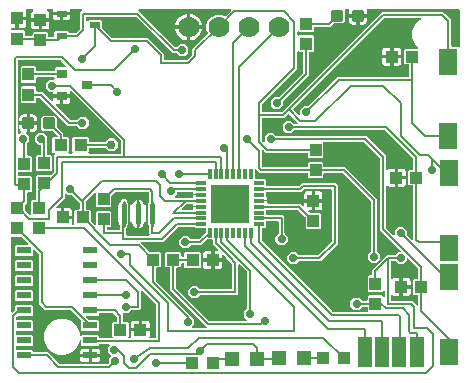
<source format=gbr>
G04 EAGLE Gerber RS-274X export*
G75*
%MOMM*%
%FSLAX34Y34*%
%LPD*%
%INTop Copper*%
%IPPOS*%
%AMOC8*
5,1,8,0,0,1.08239X$1,22.5*%
G01*
%ADD10R,1.000000X1.100000*%
%ADD11R,1.100000X1.000000*%
%ADD12C,1.778000*%
%ADD13C,0.300000*%
%ADD14R,0.900000X0.600000*%
%ADD15R,1.200000X1.200000*%
%ADD16R,1.270000X2.540000*%
%ADD17R,0.900000X0.800000*%
%ADD18R,1.600000X2.300000*%
%ADD19R,0.812800X0.304800*%
%ADD20R,0.304800X0.812800*%
%ADD21R,3.251200X3.251200*%
%ADD22R,1.200000X0.600000*%
%ADD23C,0.450000*%
%ADD24C,0.254000*%
%ADD25C,0.200000*%
%ADD26C,0.716400*%
%ADD27C,0.756400*%

G36*
X311234Y63528D02*
X311234Y63528D01*
X311253Y63526D01*
X311355Y63548D01*
X311457Y63564D01*
X311474Y63574D01*
X311494Y63578D01*
X311583Y63631D01*
X311674Y63680D01*
X311688Y63694D01*
X311705Y63704D01*
X311772Y63783D01*
X311844Y63858D01*
X311852Y63876D01*
X311865Y63891D01*
X311904Y63987D01*
X311947Y64081D01*
X311949Y64101D01*
X311957Y64119D01*
X311975Y64286D01*
X311975Y67214D01*
X311972Y67234D01*
X311974Y67253D01*
X311952Y67355D01*
X311936Y67457D01*
X311926Y67474D01*
X311922Y67494D01*
X311869Y67583D01*
X311820Y67674D01*
X311806Y67688D01*
X311796Y67705D01*
X311717Y67772D01*
X311642Y67844D01*
X311624Y67852D01*
X311609Y67865D01*
X311513Y67904D01*
X311419Y67947D01*
X311399Y67949D01*
X311381Y67957D01*
X311214Y67975D01*
X307513Y67975D01*
X307422Y67961D01*
X307332Y67953D01*
X307302Y67941D01*
X307270Y67936D01*
X307189Y67893D01*
X307105Y67857D01*
X307073Y67831D01*
X307052Y67820D01*
X307030Y67797D01*
X306974Y67752D01*
X304615Y65393D01*
X300385Y65393D01*
X297393Y68385D01*
X297393Y72615D01*
X300385Y75607D01*
X304615Y75607D01*
X306974Y73248D01*
X307048Y73195D01*
X307118Y73135D01*
X307148Y73123D01*
X307174Y73104D01*
X307261Y73077D01*
X307346Y73043D01*
X307387Y73039D01*
X307409Y73032D01*
X307441Y73033D01*
X307513Y73025D01*
X311214Y73025D01*
X311234Y73028D01*
X311253Y73026D01*
X311355Y73048D01*
X311457Y73064D01*
X311474Y73074D01*
X311494Y73078D01*
X311583Y73131D01*
X311674Y73180D01*
X311688Y73194D01*
X311705Y73204D01*
X311772Y73283D01*
X311844Y73358D01*
X311852Y73376D01*
X311865Y73391D01*
X311904Y73487D01*
X311947Y73581D01*
X311949Y73601D01*
X311957Y73619D01*
X311975Y73786D01*
X311975Y76532D01*
X312868Y77425D01*
X324132Y77425D01*
X325176Y76381D01*
X325234Y76339D01*
X325286Y76289D01*
X325333Y76267D01*
X325375Y76237D01*
X325444Y76216D01*
X325509Y76186D01*
X325561Y76180D01*
X325611Y76165D01*
X325682Y76167D01*
X325753Y76159D01*
X325804Y76170D01*
X325856Y76171D01*
X325924Y76196D01*
X325994Y76211D01*
X326039Y76238D01*
X326087Y76255D01*
X326143Y76300D01*
X326205Y76337D01*
X326239Y76377D01*
X326279Y76409D01*
X326318Y76469D01*
X326365Y76524D01*
X326384Y76572D01*
X326412Y76616D01*
X326430Y76686D01*
X326457Y76752D01*
X326465Y76823D01*
X326473Y76855D01*
X326471Y76878D01*
X326475Y76919D01*
X326475Y80881D01*
X326464Y80952D01*
X326462Y81024D01*
X326444Y81073D01*
X326436Y81124D01*
X326402Y81187D01*
X326377Y81255D01*
X326345Y81295D01*
X326320Y81341D01*
X326268Y81391D01*
X326224Y81447D01*
X326180Y81475D01*
X326142Y81511D01*
X326077Y81541D01*
X326017Y81580D01*
X325966Y81592D01*
X325919Y81614D01*
X325848Y81622D01*
X325778Y81640D01*
X325726Y81636D01*
X325675Y81641D01*
X325604Y81626D01*
X325533Y81621D01*
X325485Y81600D01*
X325434Y81589D01*
X325373Y81552D01*
X325307Y81524D01*
X325251Y81479D01*
X325223Y81463D01*
X325208Y81445D01*
X325176Y81419D01*
X324132Y80375D01*
X312868Y80375D01*
X311975Y81268D01*
X311975Y93532D01*
X312868Y94425D01*
X314714Y94425D01*
X314734Y94428D01*
X314753Y94426D01*
X314855Y94448D01*
X314957Y94464D01*
X314974Y94474D01*
X314994Y94478D01*
X315083Y94531D01*
X315174Y94580D01*
X315188Y94594D01*
X315205Y94604D01*
X315272Y94683D01*
X315344Y94758D01*
X315352Y94776D01*
X315365Y94791D01*
X315404Y94887D01*
X315447Y94981D01*
X315449Y95001D01*
X315457Y95019D01*
X315475Y95186D01*
X315475Y99046D01*
X317177Y100748D01*
X326252Y109823D01*
X327954Y111525D01*
X334987Y111525D01*
X335077Y111539D01*
X335168Y111547D01*
X335198Y111559D01*
X335230Y111564D01*
X335311Y111607D01*
X335395Y111643D01*
X335427Y111669D01*
X335448Y111680D01*
X335470Y111703D01*
X335526Y111748D01*
X337885Y114107D01*
X339485Y114107D01*
X339556Y114118D01*
X339627Y114120D01*
X339676Y114138D01*
X339728Y114146D01*
X339791Y114180D01*
X339858Y114205D01*
X339899Y114237D01*
X339945Y114262D01*
X339994Y114314D01*
X340050Y114358D01*
X340079Y114402D01*
X340114Y114440D01*
X340145Y114505D01*
X340183Y114565D01*
X340196Y114616D01*
X340218Y114663D01*
X340226Y114734D01*
X340243Y114804D01*
X340239Y114856D01*
X340245Y114907D01*
X340230Y114978D01*
X340224Y115049D01*
X340204Y115097D01*
X340193Y115148D01*
X340156Y115209D01*
X340128Y115275D01*
X340083Y115331D01*
X340067Y115359D01*
X340049Y115374D01*
X340023Y115406D01*
X322475Y132954D01*
X322475Y193639D01*
X322461Y193729D01*
X322453Y193820D01*
X322441Y193850D01*
X322436Y193882D01*
X322393Y193962D01*
X322357Y194046D01*
X322331Y194078D01*
X322320Y194099D01*
X322297Y194121D01*
X322252Y194177D01*
X309177Y207252D01*
X309103Y207305D01*
X309034Y207365D01*
X309004Y207377D01*
X308977Y207396D01*
X308890Y207423D01*
X308806Y207457D01*
X308765Y207461D01*
X308742Y207468D01*
X308710Y207467D01*
X308639Y207475D01*
X275186Y207475D01*
X275166Y207472D01*
X275147Y207474D01*
X275045Y207452D01*
X274943Y207436D01*
X274926Y207426D01*
X274906Y207422D01*
X274817Y207369D01*
X274726Y207320D01*
X274712Y207306D01*
X274695Y207296D01*
X274628Y207217D01*
X274556Y207142D01*
X274548Y207124D01*
X274535Y207109D01*
X274496Y207013D01*
X274453Y206919D01*
X274451Y206899D01*
X274443Y206881D01*
X274425Y206714D01*
X274425Y194368D01*
X273532Y193475D01*
X262268Y193475D01*
X261375Y194368D01*
X261375Y197214D01*
X261372Y197234D01*
X261374Y197253D01*
X261352Y197355D01*
X261336Y197457D01*
X261326Y197474D01*
X261322Y197494D01*
X261269Y197583D01*
X261220Y197674D01*
X261206Y197688D01*
X261196Y197705D01*
X261117Y197772D01*
X261042Y197844D01*
X261024Y197852D01*
X261009Y197865D01*
X260913Y197904D01*
X260819Y197947D01*
X260799Y197949D01*
X260781Y197957D01*
X260614Y197975D01*
X225954Y197975D01*
X223824Y200105D01*
X223766Y200147D01*
X223714Y200196D01*
X223667Y200218D01*
X223625Y200249D01*
X223556Y200270D01*
X223491Y200300D01*
X223439Y200306D01*
X223389Y200321D01*
X223318Y200319D01*
X223247Y200327D01*
X223196Y200316D01*
X223144Y200315D01*
X223076Y200290D01*
X223006Y200275D01*
X222961Y200248D01*
X222913Y200230D01*
X222857Y200185D01*
X222795Y200149D01*
X222761Y200109D01*
X222721Y200077D01*
X222682Y200016D01*
X222635Y199962D01*
X222616Y199913D01*
X222588Y199870D01*
X222570Y199800D01*
X222543Y199734D01*
X222535Y199662D01*
X222527Y199631D01*
X222529Y199608D01*
X222525Y199567D01*
X222525Y186786D01*
X222528Y186766D01*
X222526Y186747D01*
X222548Y186645D01*
X222564Y186543D01*
X222574Y186526D01*
X222578Y186506D01*
X222631Y186417D01*
X222680Y186326D01*
X222694Y186312D01*
X222704Y186295D01*
X222783Y186228D01*
X222858Y186156D01*
X222876Y186148D01*
X222891Y186135D01*
X222987Y186096D01*
X223081Y186053D01*
X223101Y186051D01*
X223119Y186043D01*
X223286Y186025D01*
X260614Y186025D01*
X260634Y186028D01*
X260653Y186026D01*
X260755Y186048D01*
X260857Y186064D01*
X260874Y186074D01*
X260894Y186078D01*
X260983Y186131D01*
X261074Y186180D01*
X261088Y186194D01*
X261105Y186204D01*
X261172Y186283D01*
X261244Y186358D01*
X261252Y186376D01*
X261265Y186391D01*
X261304Y186487D01*
X261347Y186581D01*
X261349Y186601D01*
X261357Y186619D01*
X261375Y186786D01*
X261375Y189632D01*
X262268Y190525D01*
X273532Y190525D01*
X274425Y189632D01*
X274425Y186786D01*
X274428Y186766D01*
X274426Y186747D01*
X274448Y186645D01*
X274464Y186543D01*
X274474Y186526D01*
X274478Y186506D01*
X274531Y186417D01*
X274580Y186326D01*
X274594Y186312D01*
X274604Y186295D01*
X274683Y186228D01*
X274758Y186156D01*
X274776Y186148D01*
X274791Y186135D01*
X274887Y186096D01*
X274981Y186053D01*
X275001Y186051D01*
X275019Y186043D01*
X275186Y186025D01*
X292546Y186025D01*
X319525Y159046D01*
X319525Y115013D01*
X319539Y114923D01*
X319547Y114832D01*
X319559Y114802D01*
X319564Y114770D01*
X319607Y114689D01*
X319643Y114605D01*
X319669Y114573D01*
X319680Y114552D01*
X319703Y114530D01*
X319748Y114474D01*
X322107Y112115D01*
X322107Y107885D01*
X319115Y104893D01*
X314885Y104893D01*
X311893Y107885D01*
X311893Y112115D01*
X314252Y114474D01*
X314305Y114548D01*
X314365Y114618D01*
X314377Y114648D01*
X314396Y114674D01*
X314423Y114761D01*
X314457Y114846D01*
X314461Y114887D01*
X314468Y114909D01*
X314467Y114941D01*
X314475Y115013D01*
X314475Y156639D01*
X314461Y156729D01*
X314453Y156820D01*
X314441Y156850D01*
X314436Y156882D01*
X314393Y156962D01*
X314357Y157046D01*
X314331Y157078D01*
X314320Y157099D01*
X314297Y157121D01*
X314252Y157177D01*
X290677Y180752D01*
X290603Y180805D01*
X290534Y180865D01*
X290504Y180877D01*
X290477Y180896D01*
X290390Y180923D01*
X290306Y180957D01*
X290265Y180961D01*
X290242Y180968D01*
X290210Y180967D01*
X290139Y180975D01*
X275186Y180975D01*
X275166Y180972D01*
X275147Y180974D01*
X275045Y180952D01*
X274943Y180936D01*
X274926Y180926D01*
X274906Y180922D01*
X274817Y180869D01*
X274726Y180820D01*
X274712Y180806D01*
X274695Y180796D01*
X274628Y180717D01*
X274556Y180642D01*
X274548Y180624D01*
X274535Y180609D01*
X274496Y180513D01*
X274453Y180419D01*
X274451Y180399D01*
X274443Y180381D01*
X274425Y180214D01*
X274425Y177368D01*
X273532Y176475D01*
X262268Y176475D01*
X261375Y177368D01*
X261375Y180214D01*
X261372Y180234D01*
X261374Y180253D01*
X261352Y180355D01*
X261336Y180457D01*
X261326Y180474D01*
X261322Y180494D01*
X261269Y180583D01*
X261220Y180674D01*
X261206Y180688D01*
X261196Y180705D01*
X261117Y180772D01*
X261042Y180844D01*
X261024Y180852D01*
X261009Y180865D01*
X260913Y180904D01*
X260819Y180947D01*
X260799Y180949D01*
X260781Y180957D01*
X260614Y180975D01*
X220454Y180975D01*
X218752Y182677D01*
X217474Y183955D01*
X217416Y183997D01*
X217364Y184046D01*
X217317Y184068D01*
X217275Y184099D01*
X217206Y184120D01*
X217141Y184150D01*
X217089Y184156D01*
X217039Y184171D01*
X216968Y184169D01*
X216897Y184177D01*
X216846Y184166D01*
X216794Y184165D01*
X216726Y184140D01*
X216656Y184125D01*
X216611Y184098D01*
X216563Y184080D01*
X216507Y184035D01*
X216445Y183999D01*
X216411Y183959D01*
X216371Y183927D01*
X216332Y183866D01*
X216285Y183812D01*
X216266Y183763D01*
X216238Y183720D01*
X216220Y183650D01*
X216193Y183584D01*
X216185Y183512D01*
X216177Y183481D01*
X216179Y183458D01*
X216175Y183417D01*
X216175Y176536D01*
X216178Y176516D01*
X216176Y176497D01*
X216198Y176395D01*
X216214Y176293D01*
X216224Y176276D01*
X216228Y176256D01*
X216281Y176167D01*
X216330Y176076D01*
X216344Y176062D01*
X216354Y176045D01*
X216433Y175978D01*
X216508Y175906D01*
X216526Y175898D01*
X216541Y175885D01*
X216637Y175846D01*
X216731Y175803D01*
X216751Y175801D01*
X216769Y175793D01*
X216936Y175775D01*
X224934Y175775D01*
X225827Y174882D01*
X225827Y170932D01*
X225830Y170912D01*
X225828Y170893D01*
X225850Y170791D01*
X225866Y170689D01*
X225876Y170672D01*
X225880Y170652D01*
X225933Y170563D01*
X225982Y170472D01*
X225996Y170458D01*
X226006Y170441D01*
X226085Y170374D01*
X226160Y170302D01*
X226178Y170294D01*
X226193Y170281D01*
X226289Y170242D01*
X226383Y170199D01*
X226403Y170197D01*
X226421Y170189D01*
X226588Y170171D01*
X253285Y170171D01*
X253375Y170185D01*
X253466Y170193D01*
X253496Y170205D01*
X253528Y170210D01*
X253608Y170253D01*
X253692Y170289D01*
X253724Y170315D01*
X253745Y170326D01*
X253767Y170349D01*
X253823Y170394D01*
X255954Y172525D01*
X285046Y172525D01*
X286525Y171046D01*
X286525Y120954D01*
X272046Y106475D01*
X254013Y106475D01*
X253922Y106461D01*
X253832Y106453D01*
X253802Y106441D01*
X253770Y106436D01*
X253689Y106393D01*
X253605Y106357D01*
X253573Y106331D01*
X253552Y106320D01*
X253530Y106297D01*
X253474Y106252D01*
X251115Y103893D01*
X246885Y103893D01*
X243893Y106885D01*
X243893Y111115D01*
X246885Y114107D01*
X251115Y114107D01*
X253474Y111748D01*
X253548Y111695D01*
X253618Y111635D01*
X253648Y111623D01*
X253674Y111604D01*
X253761Y111577D01*
X253846Y111543D01*
X253887Y111539D01*
X253909Y111532D01*
X253941Y111533D01*
X254013Y111525D01*
X269639Y111525D01*
X269729Y111539D01*
X269820Y111547D01*
X269850Y111559D01*
X269882Y111564D01*
X269962Y111607D01*
X270046Y111643D01*
X270078Y111669D01*
X270099Y111680D01*
X270121Y111703D01*
X270177Y111748D01*
X281252Y122823D01*
X281305Y122897D01*
X281365Y122966D01*
X281377Y122996D01*
X281396Y123023D01*
X281423Y123110D01*
X281457Y123194D01*
X281461Y123235D01*
X281468Y123258D01*
X281467Y123290D01*
X281475Y123361D01*
X281475Y166714D01*
X281472Y166734D01*
X281474Y166753D01*
X281452Y166855D01*
X281436Y166957D01*
X281426Y166974D01*
X281422Y166994D01*
X281369Y167083D01*
X281320Y167174D01*
X281306Y167188D01*
X281296Y167205D01*
X281217Y167272D01*
X281142Y167344D01*
X281124Y167352D01*
X281109Y167365D01*
X281013Y167404D01*
X280919Y167447D01*
X280899Y167449D01*
X280881Y167457D01*
X280714Y167475D01*
X258361Y167475D01*
X258271Y167461D01*
X258180Y167453D01*
X258150Y167441D01*
X258118Y167436D01*
X258038Y167393D01*
X257954Y167357D01*
X257922Y167331D01*
X257901Y167320D01*
X257879Y167297D01*
X257823Y167252D01*
X255692Y165121D01*
X226588Y165121D01*
X226568Y165118D01*
X226549Y165120D01*
X226447Y165098D01*
X226345Y165082D01*
X226328Y165072D01*
X226308Y165068D01*
X226219Y165015D01*
X226128Y164966D01*
X226114Y164952D01*
X226097Y164942D01*
X226030Y164863D01*
X225958Y164788D01*
X225950Y164770D01*
X225937Y164755D01*
X225898Y164659D01*
X225855Y164565D01*
X225853Y164545D01*
X225845Y164527D01*
X225827Y164360D01*
X225827Y161648D01*
X225841Y161558D01*
X225849Y161467D01*
X225861Y161437D01*
X225866Y161405D01*
X225909Y161324D01*
X225945Y161240D01*
X225971Y161208D01*
X225982Y161188D01*
X226005Y161165D01*
X226050Y161109D01*
X226335Y160824D01*
X226670Y160245D01*
X226843Y159598D01*
X226843Y158501D01*
X220238Y158501D01*
X220219Y158498D01*
X220199Y158500D01*
X220098Y158478D01*
X219996Y158462D01*
X219978Y158452D01*
X219959Y158448D01*
X219869Y158395D01*
X219778Y158347D01*
X219765Y158332D01*
X219747Y158322D01*
X219680Y158243D01*
X219609Y158168D01*
X219600Y158150D01*
X219587Y158135D01*
X219549Y158039D01*
X219505Y157945D01*
X219503Y157925D01*
X219496Y157907D01*
X219477Y157740D01*
X219480Y157720D01*
X219478Y157701D01*
X219478Y157700D01*
X219500Y157599D01*
X219517Y157497D01*
X219526Y157480D01*
X219530Y157460D01*
X219584Y157371D01*
X219632Y157280D01*
X219646Y157266D01*
X219657Y157249D01*
X219735Y157182D01*
X219810Y157110D01*
X219828Y157102D01*
X219843Y157089D01*
X219940Y157050D01*
X220033Y157007D01*
X220053Y157005D01*
X220072Y156997D01*
X220238Y156979D01*
X226843Y156979D01*
X226843Y155946D01*
X226846Y155926D01*
X226844Y155907D01*
X226866Y155805D01*
X226882Y155703D01*
X226892Y155686D01*
X226896Y155666D01*
X226949Y155577D01*
X226998Y155486D01*
X227012Y155472D01*
X227022Y155455D01*
X227101Y155388D01*
X227176Y155316D01*
X227194Y155308D01*
X227209Y155295D01*
X227305Y155256D01*
X227399Y155213D01*
X227419Y155211D01*
X227437Y155203D01*
X227604Y155185D01*
X254986Y155185D01*
X257160Y153011D01*
X257218Y152969D01*
X257270Y152920D01*
X257317Y152898D01*
X257359Y152867D01*
X257428Y152846D01*
X257493Y152816D01*
X257545Y152810D01*
X257595Y152795D01*
X257666Y152797D01*
X257737Y152789D01*
X257788Y152800D01*
X257840Y152801D01*
X257908Y152826D01*
X257978Y152841D01*
X258023Y152868D01*
X258071Y152886D01*
X258127Y152931D01*
X258189Y152967D01*
X258223Y153007D01*
X258263Y153039D01*
X258302Y153100D01*
X258349Y153154D01*
X258368Y153203D01*
X258396Y153246D01*
X258414Y153316D01*
X258441Y153382D01*
X258449Y153454D01*
X258457Y153485D01*
X258455Y153508D01*
X258459Y153549D01*
X258459Y156077D01*
X264477Y156077D01*
X264477Y149559D01*
X262449Y149559D01*
X262378Y149548D01*
X262307Y149546D01*
X262258Y149528D01*
X262206Y149520D01*
X262143Y149486D01*
X262076Y149461D01*
X262035Y149429D01*
X261989Y149404D01*
X261940Y149353D01*
X261884Y149308D01*
X261855Y149264D01*
X261820Y149226D01*
X261789Y149161D01*
X261751Y149101D01*
X261738Y149050D01*
X261716Y149003D01*
X261708Y148932D01*
X261691Y148862D01*
X261695Y148810D01*
X261689Y148759D01*
X261704Y148688D01*
X261710Y148617D01*
X261730Y148569D01*
X261741Y148518D01*
X261778Y148457D01*
X261806Y148391D01*
X261851Y148335D01*
X261867Y148307D01*
X261885Y148292D01*
X261911Y148260D01*
X262323Y147848D01*
X262397Y147794D01*
X262466Y147735D01*
X262496Y147723D01*
X262523Y147704D01*
X262610Y147677D01*
X262694Y147643D01*
X262735Y147639D01*
X262758Y147632D01*
X262790Y147633D01*
X262861Y147625D01*
X271632Y147625D01*
X272525Y146732D01*
X272525Y134468D01*
X271632Y133575D01*
X260368Y133575D01*
X259475Y134468D01*
X259475Y143239D01*
X259461Y143329D01*
X259453Y143420D01*
X259441Y143450D01*
X259436Y143482D01*
X259393Y143562D01*
X259357Y143646D01*
X259331Y143678D01*
X259320Y143699D01*
X259297Y143721D01*
X259252Y143777D01*
X253117Y149912D01*
X253043Y149965D01*
X252974Y150025D01*
X252944Y150037D01*
X252917Y150056D01*
X252830Y150083D01*
X252746Y150117D01*
X252705Y150121D01*
X252682Y150128D01*
X252650Y150127D01*
X252579Y150135D01*
X226588Y150135D01*
X226568Y150132D01*
X226549Y150134D01*
X226447Y150112D01*
X226345Y150096D01*
X226328Y150086D01*
X226308Y150082D01*
X226219Y150029D01*
X226128Y149980D01*
X226114Y149966D01*
X226097Y149956D01*
X226030Y149877D01*
X225958Y149802D01*
X225950Y149784D01*
X225937Y149769D01*
X225898Y149673D01*
X225855Y149579D01*
X225853Y149559D01*
X225845Y149541D01*
X225827Y149374D01*
X225827Y146286D01*
X225830Y146266D01*
X225828Y146247D01*
X225850Y146145D01*
X225866Y146043D01*
X225876Y146026D01*
X225880Y146006D01*
X225933Y145917D01*
X225982Y145826D01*
X225996Y145812D01*
X226006Y145795D01*
X226085Y145728D01*
X226160Y145656D01*
X226178Y145648D01*
X226193Y145635D01*
X226289Y145596D01*
X226383Y145553D01*
X226403Y145551D01*
X226421Y145543D01*
X226588Y145525D01*
X240046Y145525D01*
X241525Y144046D01*
X241525Y130013D01*
X241540Y129922D01*
X241547Y129832D01*
X241559Y129802D01*
X241564Y129770D01*
X241607Y129689D01*
X241643Y129605D01*
X241669Y129573D01*
X241680Y129552D01*
X241703Y129530D01*
X241748Y129474D01*
X244107Y127115D01*
X244107Y122885D01*
X241115Y119893D01*
X236885Y119893D01*
X233893Y122885D01*
X233893Y127115D01*
X236252Y129474D01*
X236305Y129548D01*
X236365Y129618D01*
X236377Y129648D01*
X236396Y129674D01*
X236423Y129761D01*
X236457Y129846D01*
X236461Y129887D01*
X236468Y129909D01*
X236467Y129941D01*
X236475Y130013D01*
X236475Y139714D01*
X236472Y139734D01*
X236474Y139753D01*
X236452Y139855D01*
X236436Y139957D01*
X236426Y139974D01*
X236422Y139994D01*
X236369Y140083D01*
X236320Y140174D01*
X236306Y140188D01*
X236296Y140205D01*
X236217Y140272D01*
X236142Y140344D01*
X236124Y140352D01*
X236109Y140365D01*
X236013Y140404D01*
X235919Y140447D01*
X235899Y140449D01*
X235881Y140457D01*
X235714Y140475D01*
X226588Y140475D01*
X226568Y140472D01*
X226549Y140474D01*
X226447Y140452D01*
X226345Y140436D01*
X226328Y140426D01*
X226308Y140422D01*
X226219Y140369D01*
X226128Y140320D01*
X226114Y140306D01*
X226097Y140296D01*
X226030Y140217D01*
X225958Y140142D01*
X225950Y140124D01*
X225937Y140109D01*
X225898Y140013D01*
X225855Y139919D01*
X225853Y139899D01*
X225845Y139881D01*
X225827Y139714D01*
X225827Y135518D01*
X224934Y134625D01*
X223524Y134625D01*
X223504Y134622D01*
X223485Y134624D01*
X223383Y134602D01*
X223281Y134586D01*
X223264Y134576D01*
X223244Y134572D01*
X223155Y134519D01*
X223064Y134470D01*
X223050Y134456D01*
X223033Y134446D01*
X222966Y134367D01*
X222894Y134292D01*
X222886Y134274D01*
X222873Y134259D01*
X222834Y134163D01*
X222791Y134069D01*
X222789Y134049D01*
X222781Y134031D01*
X222763Y133864D01*
X222763Y124123D01*
X222777Y124033D01*
X222785Y123942D01*
X222797Y123912D01*
X222802Y123880D01*
X222845Y123800D01*
X222881Y123716D01*
X222907Y123684D01*
X222918Y123663D01*
X222941Y123641D01*
X222986Y123585D01*
X282823Y63748D01*
X282897Y63695D01*
X282966Y63635D01*
X282996Y63623D01*
X283023Y63604D01*
X283110Y63577D01*
X283194Y63543D01*
X283235Y63539D01*
X283258Y63532D01*
X283290Y63533D01*
X283361Y63525D01*
X311214Y63525D01*
X311234Y63528D01*
G37*
G36*
X26304Y145184D02*
X26304Y145184D01*
X26356Y145185D01*
X26424Y145210D01*
X26494Y145225D01*
X26539Y145252D01*
X26587Y145270D01*
X26643Y145315D01*
X26705Y145351D01*
X26739Y145391D01*
X26779Y145423D01*
X26818Y145484D01*
X26865Y145538D01*
X26884Y145587D01*
X26912Y145630D01*
X26930Y145700D01*
X26957Y145766D01*
X26965Y145838D01*
X26973Y145869D01*
X26971Y145892D01*
X26975Y145933D01*
X26975Y157532D01*
X27868Y158425D01*
X30214Y158425D01*
X30234Y158428D01*
X30253Y158426D01*
X30355Y158448D01*
X30457Y158464D01*
X30474Y158474D01*
X30494Y158478D01*
X30583Y158531D01*
X30674Y158580D01*
X30688Y158594D01*
X30705Y158604D01*
X30772Y158683D01*
X30844Y158758D01*
X30852Y158776D01*
X30865Y158791D01*
X30904Y158887D01*
X30947Y158981D01*
X30949Y159001D01*
X30957Y159019D01*
X30975Y159186D01*
X30975Y166946D01*
X31052Y167023D01*
X31105Y167097D01*
X31165Y167166D01*
X31177Y167196D01*
X31196Y167223D01*
X31223Y167310D01*
X31257Y167394D01*
X31261Y167435D01*
X31268Y167458D01*
X31267Y167490D01*
X31275Y167561D01*
X31275Y178532D01*
X32168Y179425D01*
X43539Y179425D01*
X43629Y179439D01*
X43720Y179447D01*
X43750Y179459D01*
X43782Y179464D01*
X43862Y179507D01*
X43946Y179543D01*
X43978Y179569D01*
X43999Y179580D01*
X44021Y179603D01*
X44077Y179648D01*
X46252Y181823D01*
X46305Y181897D01*
X46365Y181966D01*
X46377Y181996D01*
X46396Y182023D01*
X46423Y182110D01*
X46457Y182194D01*
X46461Y182235D01*
X46468Y182258D01*
X46467Y182290D01*
X46475Y182361D01*
X46475Y196046D01*
X47405Y196976D01*
X47447Y197034D01*
X47496Y197086D01*
X47518Y197133D01*
X47549Y197175D01*
X47570Y197244D01*
X47600Y197309D01*
X47606Y197361D01*
X47621Y197411D01*
X47619Y197482D01*
X47627Y197553D01*
X47616Y197604D01*
X47615Y197656D01*
X47590Y197724D01*
X47575Y197794D01*
X47548Y197839D01*
X47530Y197887D01*
X47485Y197943D01*
X47449Y198005D01*
X47409Y198039D01*
X47377Y198079D01*
X47316Y198118D01*
X47262Y198165D01*
X47213Y198184D01*
X47170Y198212D01*
X47100Y198230D01*
X47034Y198257D01*
X46962Y198265D01*
X46931Y198273D01*
X46908Y198271D01*
X46867Y198275D01*
X45768Y198275D01*
X44875Y199168D01*
X44875Y210432D01*
X45768Y211325D01*
X48614Y211325D01*
X48634Y211328D01*
X48653Y211326D01*
X48755Y211348D01*
X48857Y211364D01*
X48874Y211374D01*
X48894Y211378D01*
X48983Y211431D01*
X49074Y211480D01*
X49088Y211494D01*
X49105Y211504D01*
X49172Y211583D01*
X49244Y211658D01*
X49252Y211676D01*
X49265Y211691D01*
X49304Y211787D01*
X49312Y211806D01*
X49313Y211807D01*
X49347Y211881D01*
X49349Y211901D01*
X49357Y211919D01*
X49369Y212031D01*
X49373Y212045D01*
X49372Y212055D01*
X49375Y212086D01*
X49375Y212109D01*
X49374Y212119D01*
X49374Y212125D01*
X49367Y212157D01*
X49361Y212199D01*
X49353Y212290D01*
X49341Y212320D01*
X49336Y212352D01*
X49310Y212400D01*
X49310Y212401D01*
X49306Y212407D01*
X49293Y212432D01*
X49257Y212516D01*
X49231Y212548D01*
X49220Y212569D01*
X49197Y212591D01*
X49193Y212596D01*
X49184Y212612D01*
X49174Y212621D01*
X49152Y212647D01*
X45347Y216452D01*
X45273Y216505D01*
X45204Y216565D01*
X45174Y216577D01*
X45147Y216596D01*
X45060Y216623D01*
X44976Y216657D01*
X44935Y216661D01*
X44912Y216668D01*
X44880Y216667D01*
X44809Y216675D01*
X37417Y216675D01*
X35645Y218447D01*
X35645Y227953D01*
X37417Y229725D01*
X46923Y229725D01*
X48695Y227953D01*
X48695Y220561D01*
X48709Y220471D01*
X48717Y220380D01*
X48729Y220350D01*
X48734Y220318D01*
X48777Y220238D01*
X48813Y220154D01*
X48839Y220122D01*
X48850Y220101D01*
X48873Y220079D01*
X48918Y220023D01*
X54425Y214516D01*
X54425Y212086D01*
X54428Y212066D01*
X54426Y212047D01*
X54448Y211945D01*
X54464Y211843D01*
X54474Y211826D01*
X54478Y211806D01*
X54531Y211717D01*
X54580Y211626D01*
X54594Y211612D01*
X54604Y211595D01*
X54683Y211528D01*
X54758Y211456D01*
X54776Y211448D01*
X54791Y211435D01*
X54887Y211396D01*
X54981Y211353D01*
X55001Y211351D01*
X55019Y211343D01*
X55186Y211325D01*
X58032Y211325D01*
X58925Y210432D01*
X58925Y199168D01*
X58581Y198824D01*
X58539Y198766D01*
X58489Y198714D01*
X58467Y198667D01*
X58437Y198625D01*
X58416Y198556D01*
X58386Y198491D01*
X58380Y198439D01*
X58365Y198389D01*
X58367Y198318D01*
X58359Y198247D01*
X58370Y198196D01*
X58371Y198144D01*
X58396Y198076D01*
X58411Y198006D01*
X58438Y197961D01*
X58455Y197913D01*
X58500Y197857D01*
X58537Y197795D01*
X58577Y197761D01*
X58609Y197721D01*
X58669Y197682D01*
X58724Y197635D01*
X58772Y197616D01*
X58816Y197588D01*
X58885Y197570D01*
X58952Y197543D01*
X59023Y197535D01*
X59055Y197527D01*
X59078Y197529D01*
X59119Y197525D01*
X61681Y197525D01*
X61752Y197536D01*
X61824Y197538D01*
X61873Y197556D01*
X61924Y197564D01*
X61987Y197598D01*
X62055Y197623D01*
X62095Y197655D01*
X62141Y197680D01*
X62191Y197732D01*
X62247Y197776D01*
X62275Y197820D01*
X62311Y197858D01*
X62341Y197923D01*
X62380Y197983D01*
X62392Y198034D01*
X62414Y198081D01*
X62422Y198152D01*
X62440Y198222D01*
X62436Y198274D01*
X62441Y198325D01*
X62426Y198396D01*
X62421Y198467D01*
X62400Y198515D01*
X62389Y198566D01*
X62352Y198627D01*
X62324Y198693D01*
X62279Y198749D01*
X62263Y198777D01*
X62245Y198792D01*
X62219Y198824D01*
X61875Y199168D01*
X61875Y210432D01*
X62768Y211325D01*
X75032Y211325D01*
X75925Y210432D01*
X75925Y208286D01*
X75926Y208278D01*
X75926Y208275D01*
X75928Y208266D01*
X75926Y208247D01*
X75948Y208145D01*
X75964Y208043D01*
X75974Y208026D01*
X75978Y208006D01*
X76031Y207917D01*
X76080Y207826D01*
X76094Y207812D01*
X76104Y207795D01*
X76183Y207728D01*
X76258Y207656D01*
X76276Y207648D01*
X76291Y207635D01*
X76387Y207596D01*
X76481Y207553D01*
X76501Y207551D01*
X76519Y207543D01*
X76686Y207525D01*
X89705Y207525D01*
X89795Y207539D01*
X89886Y207547D01*
X89915Y207559D01*
X89947Y207564D01*
X90028Y207607D01*
X90112Y207643D01*
X90144Y207669D01*
X90165Y207680D01*
X90187Y207703D01*
X90243Y207748D01*
X92802Y210307D01*
X97198Y210307D01*
X100307Y207198D01*
X100307Y202802D01*
X97198Y199693D01*
X92802Y199693D01*
X90243Y202252D01*
X90169Y202305D01*
X90099Y202365D01*
X90069Y202377D01*
X90043Y202396D01*
X89956Y202423D01*
X89871Y202457D01*
X89830Y202461D01*
X89808Y202468D01*
X89776Y202467D01*
X89705Y202475D01*
X76686Y202475D01*
X76666Y202472D01*
X76647Y202474D01*
X76545Y202452D01*
X76443Y202436D01*
X76426Y202426D01*
X76406Y202422D01*
X76317Y202369D01*
X76226Y202320D01*
X76212Y202306D01*
X76195Y202296D01*
X76128Y202217D01*
X76056Y202142D01*
X76048Y202124D01*
X76035Y202109D01*
X75996Y202013D01*
X75953Y201919D01*
X75951Y201899D01*
X75943Y201881D01*
X75925Y201714D01*
X75925Y199168D01*
X75581Y198824D01*
X75539Y198766D01*
X75489Y198714D01*
X75467Y198667D01*
X75437Y198625D01*
X75416Y198556D01*
X75386Y198491D01*
X75380Y198439D01*
X75365Y198389D01*
X75367Y198318D01*
X75359Y198247D01*
X75370Y198196D01*
X75371Y198144D01*
X75396Y198076D01*
X75411Y198006D01*
X75438Y197961D01*
X75455Y197913D01*
X75500Y197857D01*
X75537Y197795D01*
X75577Y197761D01*
X75609Y197721D01*
X75669Y197682D01*
X75724Y197635D01*
X75772Y197616D01*
X75816Y197588D01*
X75885Y197570D01*
X75952Y197543D01*
X76023Y197535D01*
X76055Y197527D01*
X76078Y197529D01*
X76119Y197525D01*
X102714Y197525D01*
X102734Y197528D01*
X102753Y197526D01*
X102855Y197548D01*
X102957Y197564D01*
X102974Y197574D01*
X102994Y197578D01*
X103083Y197631D01*
X103174Y197680D01*
X103188Y197694D01*
X103205Y197704D01*
X103272Y197783D01*
X103344Y197858D01*
X103352Y197876D01*
X103365Y197891D01*
X103404Y197987D01*
X103447Y198081D01*
X103449Y198101D01*
X103457Y198119D01*
X103475Y198286D01*
X103475Y207639D01*
X103461Y207729D01*
X103453Y207820D01*
X103441Y207850D01*
X103436Y207882D01*
X103393Y207962D01*
X103357Y208046D01*
X103331Y208078D01*
X103320Y208099D01*
X103297Y208121D01*
X103252Y208177D01*
X61240Y250189D01*
X61182Y250231D01*
X61130Y250280D01*
X61083Y250302D01*
X61041Y250333D01*
X60972Y250354D01*
X60907Y250384D01*
X60855Y250390D01*
X60805Y250405D01*
X60734Y250403D01*
X60663Y250411D01*
X60612Y250400D01*
X60560Y250399D01*
X60492Y250374D01*
X60422Y250359D01*
X60377Y250332D01*
X60329Y250314D01*
X60273Y250269D01*
X60211Y250233D01*
X60177Y250193D01*
X60137Y250161D01*
X60098Y250100D01*
X60051Y250046D01*
X60032Y249997D01*
X60004Y249954D01*
X59986Y249884D01*
X59959Y249818D01*
X59951Y249746D01*
X59943Y249715D01*
X59945Y249692D01*
X59941Y249651D01*
X59941Y247623D01*
X53662Y247623D01*
X53642Y247620D01*
X53623Y247622D01*
X53521Y247600D01*
X53419Y247583D01*
X53402Y247574D01*
X53382Y247570D01*
X53293Y247517D01*
X53202Y247468D01*
X53188Y247454D01*
X53171Y247444D01*
X53104Y247365D01*
X53033Y247290D01*
X53024Y247272D01*
X53011Y247257D01*
X52972Y247161D01*
X52929Y247067D01*
X52927Y247047D01*
X52919Y247029D01*
X52901Y246862D01*
X52901Y246099D01*
X52899Y246099D01*
X52899Y246862D01*
X52896Y246882D01*
X52898Y246901D01*
X52876Y247003D01*
X52859Y247105D01*
X52850Y247122D01*
X52846Y247142D01*
X52793Y247231D01*
X52744Y247322D01*
X52730Y247336D01*
X52720Y247353D01*
X52641Y247420D01*
X52566Y247491D01*
X52548Y247500D01*
X52533Y247513D01*
X52437Y247552D01*
X52343Y247595D01*
X52323Y247597D01*
X52305Y247605D01*
X52138Y247623D01*
X45859Y247623D01*
X45859Y249132D01*
X45856Y249152D01*
X45858Y249171D01*
X45836Y249273D01*
X45820Y249375D01*
X45810Y249392D01*
X45806Y249412D01*
X45753Y249501D01*
X45704Y249592D01*
X45690Y249606D01*
X45680Y249623D01*
X45601Y249690D01*
X45526Y249762D01*
X45508Y249770D01*
X45493Y249783D01*
X45397Y249822D01*
X45303Y249865D01*
X45283Y249867D01*
X45265Y249875D01*
X45098Y249893D01*
X42885Y249893D01*
X39893Y252885D01*
X39893Y257115D01*
X42885Y260107D01*
X46114Y260107D01*
X46134Y260110D01*
X46153Y260108D01*
X46255Y260130D01*
X46357Y260146D01*
X46374Y260156D01*
X46394Y260160D01*
X46483Y260213D01*
X46574Y260262D01*
X46588Y260276D01*
X46605Y260286D01*
X46672Y260365D01*
X46744Y260440D01*
X46752Y260458D01*
X46765Y260473D01*
X46804Y260569D01*
X46847Y260663D01*
X46849Y260683D01*
X46857Y260701D01*
X46875Y260868D01*
X46875Y261214D01*
X46872Y261234D01*
X46874Y261253D01*
X46852Y261355D01*
X46836Y261457D01*
X46826Y261474D01*
X46822Y261494D01*
X46769Y261583D01*
X46720Y261674D01*
X46706Y261688D01*
X46696Y261705D01*
X46617Y261772D01*
X46542Y261844D01*
X46524Y261852D01*
X46509Y261865D01*
X46413Y261904D01*
X46319Y261947D01*
X46299Y261949D01*
X46281Y261957D01*
X46114Y261975D01*
X31886Y261975D01*
X31866Y261972D01*
X31847Y261974D01*
X31745Y261952D01*
X31643Y261936D01*
X31626Y261926D01*
X31606Y261922D01*
X31517Y261869D01*
X31426Y261820D01*
X31412Y261806D01*
X31395Y261796D01*
X31328Y261717D01*
X31256Y261642D01*
X31248Y261624D01*
X31235Y261609D01*
X31196Y261513D01*
X31153Y261419D01*
X31151Y261399D01*
X31143Y261381D01*
X31125Y261214D01*
X31125Y258368D01*
X30232Y257475D01*
X18968Y257475D01*
X18075Y258368D01*
X18075Y270632D01*
X18968Y271525D01*
X30232Y271525D01*
X31125Y270632D01*
X31125Y267786D01*
X31128Y267766D01*
X31126Y267747D01*
X31148Y267645D01*
X31164Y267543D01*
X31174Y267526D01*
X31178Y267506D01*
X31231Y267417D01*
X31280Y267326D01*
X31294Y267312D01*
X31304Y267295D01*
X31383Y267228D01*
X31458Y267156D01*
X31476Y267148D01*
X31491Y267135D01*
X31587Y267096D01*
X31681Y267053D01*
X31701Y267051D01*
X31719Y267043D01*
X31886Y267025D01*
X46114Y267025D01*
X46134Y267028D01*
X46153Y267026D01*
X46255Y267048D01*
X46357Y267064D01*
X46374Y267074D01*
X46394Y267078D01*
X46483Y267131D01*
X46574Y267180D01*
X46588Y267194D01*
X46605Y267204D01*
X46672Y267283D01*
X46744Y267358D01*
X46752Y267376D01*
X46765Y267391D01*
X46804Y267487D01*
X46847Y267581D01*
X46849Y267601D01*
X46857Y267619D01*
X46875Y267786D01*
X46875Y269732D01*
X47768Y270625D01*
X55967Y270625D01*
X56038Y270636D01*
X56109Y270638D01*
X56158Y270656D01*
X56210Y270664D01*
X56273Y270698D01*
X56340Y270723D01*
X56381Y270755D01*
X56427Y270780D01*
X56476Y270831D01*
X56532Y270876D01*
X56561Y270920D01*
X56596Y270958D01*
X56627Y271023D01*
X56665Y271083D01*
X56678Y271134D01*
X56700Y271181D01*
X56708Y271252D01*
X56725Y271322D01*
X56721Y271374D01*
X56727Y271425D01*
X56712Y271496D01*
X56706Y271567D01*
X56686Y271615D01*
X56675Y271666D01*
X56638Y271727D01*
X56610Y271793D01*
X56565Y271849D01*
X56549Y271877D01*
X56531Y271892D01*
X56505Y271924D01*
X52177Y276252D01*
X52103Y276305D01*
X52034Y276365D01*
X52004Y276377D01*
X51977Y276396D01*
X51891Y276423D01*
X51806Y276457D01*
X51765Y276461D01*
X51742Y276468D01*
X51710Y276467D01*
X51639Y276475D01*
X16286Y276475D01*
X16266Y276472D01*
X16247Y276474D01*
X16145Y276452D01*
X16043Y276436D01*
X16026Y276426D01*
X16006Y276422D01*
X15917Y276369D01*
X15826Y276320D01*
X15812Y276306D01*
X15795Y276296D01*
X15728Y276217D01*
X15656Y276142D01*
X15648Y276124D01*
X15635Y276109D01*
X15596Y276013D01*
X15553Y275919D01*
X15551Y275899D01*
X15543Y275881D01*
X15525Y275714D01*
X15525Y214585D01*
X15536Y214514D01*
X15538Y214442D01*
X15556Y214393D01*
X15564Y214342D01*
X15598Y214278D01*
X15623Y214211D01*
X15655Y214170D01*
X15680Y214124D01*
X15732Y214075D01*
X15776Y214019D01*
X15820Y213991D01*
X15858Y213955D01*
X15923Y213925D01*
X15983Y213886D01*
X16034Y213873D01*
X16081Y213851D01*
X16152Y213844D01*
X16222Y213826D01*
X16274Y213830D01*
X16325Y213824D01*
X16396Y213840D01*
X16467Y213845D01*
X16515Y213865D01*
X16566Y213877D01*
X16627Y213913D01*
X16693Y213941D01*
X16749Y213986D01*
X16777Y214003D01*
X16792Y214021D01*
X16824Y214046D01*
X17885Y215107D01*
X18171Y215107D01*
X18242Y215118D01*
X18313Y215120D01*
X18362Y215138D01*
X18414Y215146D01*
X18477Y215180D01*
X18544Y215205D01*
X18585Y215237D01*
X18631Y215262D01*
X18680Y215314D01*
X18736Y215358D01*
X18765Y215402D01*
X18801Y215440D01*
X18831Y215505D01*
X18869Y215565D01*
X18882Y215616D01*
X18904Y215663D01*
X18912Y215734D01*
X18930Y215804D01*
X18925Y215856D01*
X18931Y215907D01*
X18916Y215978D01*
X18910Y216049D01*
X18890Y216097D01*
X18879Y216148D01*
X18842Y216209D01*
X18814Y216275D01*
X18769Y216331D01*
X18753Y216359D01*
X18735Y216374D01*
X18709Y216406D01*
X17897Y217219D01*
X17365Y218140D01*
X17089Y219168D01*
X17089Y221677D01*
X23107Y221677D01*
X23107Y215593D01*
X23094Y215586D01*
X23027Y215561D01*
X22986Y215529D01*
X22940Y215504D01*
X22891Y215452D01*
X22835Y215408D01*
X22807Y215364D01*
X22771Y215326D01*
X22741Y215261D01*
X22702Y215201D01*
X22689Y215150D01*
X22667Y215103D01*
X22660Y215032D01*
X22642Y214962D01*
X22646Y214910D01*
X22640Y214859D01*
X22656Y214788D01*
X22661Y214717D01*
X22681Y214669D01*
X22693Y214618D01*
X22729Y214557D01*
X22757Y214491D01*
X22802Y214435D01*
X22819Y214407D01*
X22837Y214392D01*
X22862Y214360D01*
X25107Y212115D01*
X25107Y207885D01*
X24048Y206826D01*
X23995Y206752D01*
X23935Y206682D01*
X23923Y206652D01*
X23904Y206626D01*
X23877Y206539D01*
X23843Y206454D01*
X23839Y206413D01*
X23832Y206391D01*
X23833Y206359D01*
X23825Y206287D01*
X23825Y196586D01*
X23828Y196566D01*
X23826Y196547D01*
X23848Y196445D01*
X23864Y196343D01*
X23874Y196326D01*
X23878Y196306D01*
X23931Y196217D01*
X23980Y196126D01*
X23994Y196112D01*
X24004Y196095D01*
X24083Y196028D01*
X24158Y195956D01*
X24176Y195948D01*
X24191Y195935D01*
X24287Y195896D01*
X24381Y195853D01*
X24401Y195851D01*
X24419Y195843D01*
X24586Y195825D01*
X26932Y195825D01*
X27825Y194932D01*
X27825Y182668D01*
X26932Y181775D01*
X16286Y181775D01*
X16266Y181772D01*
X16247Y181774D01*
X16145Y181752D01*
X16043Y181736D01*
X16026Y181726D01*
X16006Y181722D01*
X15917Y181669D01*
X15826Y181620D01*
X15812Y181606D01*
X15795Y181596D01*
X15728Y181517D01*
X15656Y181442D01*
X15648Y181424D01*
X15635Y181409D01*
X15596Y181313D01*
X15553Y181219D01*
X15551Y181199D01*
X15543Y181181D01*
X15525Y181014D01*
X15525Y179586D01*
X15528Y179566D01*
X15526Y179547D01*
X15548Y179445D01*
X15564Y179343D01*
X15574Y179326D01*
X15578Y179306D01*
X15631Y179217D01*
X15680Y179126D01*
X15694Y179112D01*
X15704Y179095D01*
X15783Y179028D01*
X15858Y178956D01*
X15876Y178948D01*
X15891Y178935D01*
X15987Y178896D01*
X16081Y178853D01*
X16101Y178851D01*
X16119Y178843D01*
X16286Y178825D01*
X26932Y178825D01*
X27825Y177932D01*
X27825Y165668D01*
X26932Y164775D01*
X24586Y164775D01*
X24566Y164772D01*
X24547Y164774D01*
X24445Y164752D01*
X24343Y164736D01*
X24326Y164726D01*
X24306Y164722D01*
X24217Y164669D01*
X24126Y164620D01*
X24112Y164606D01*
X24095Y164596D01*
X24028Y164517D01*
X23956Y164442D01*
X23948Y164424D01*
X23935Y164409D01*
X23896Y164313D01*
X23853Y164219D01*
X23851Y164199D01*
X23843Y164181D01*
X23825Y164014D01*
X23825Y155954D01*
X22148Y154277D01*
X22095Y154203D01*
X22035Y154134D01*
X22023Y154104D01*
X22004Y154077D01*
X21977Y153990D01*
X21943Y153906D01*
X21939Y153865D01*
X21932Y153842D01*
X21933Y153810D01*
X21925Y153739D01*
X21925Y149461D01*
X21939Y149371D01*
X21947Y149280D01*
X21959Y149250D01*
X21964Y149218D01*
X22007Y149138D01*
X22043Y149054D01*
X22069Y149022D01*
X22080Y149001D01*
X22103Y148979D01*
X22148Y148923D01*
X25676Y145395D01*
X25734Y145353D01*
X25786Y145304D01*
X25833Y145282D01*
X25875Y145251D01*
X25944Y145230D01*
X26009Y145200D01*
X26061Y145194D01*
X26111Y145179D01*
X26182Y145181D01*
X26253Y145173D01*
X26304Y145184D01*
G37*
G36*
X175138Y49536D02*
X175138Y49536D01*
X175209Y49538D01*
X175258Y49556D01*
X175310Y49564D01*
X175373Y49598D01*
X175440Y49623D01*
X175481Y49655D01*
X175527Y49680D01*
X175576Y49732D01*
X175632Y49776D01*
X175661Y49820D01*
X175696Y49858D01*
X175727Y49923D01*
X175765Y49983D01*
X175778Y50034D01*
X175800Y50081D01*
X175808Y50152D01*
X175825Y50222D01*
X175821Y50274D01*
X175827Y50325D01*
X175812Y50396D01*
X175806Y50467D01*
X175786Y50515D01*
X175775Y50566D01*
X175738Y50627D01*
X175710Y50693D01*
X175665Y50749D01*
X175649Y50777D01*
X175631Y50792D01*
X175605Y50824D01*
X174252Y52177D01*
X144775Y81654D01*
X144775Y100414D01*
X144772Y100434D01*
X144774Y100453D01*
X144752Y100555D01*
X144736Y100657D01*
X144726Y100674D01*
X144722Y100694D01*
X144669Y100783D01*
X144620Y100874D01*
X144606Y100888D01*
X144596Y100905D01*
X144517Y100972D01*
X144442Y101044D01*
X144424Y101052D01*
X144409Y101065D01*
X144313Y101104D01*
X144219Y101147D01*
X144199Y101149D01*
X144181Y101157D01*
X144014Y101175D01*
X141168Y101175D01*
X140275Y102068D01*
X140275Y113332D01*
X141168Y114225D01*
X153432Y114225D01*
X154325Y113332D01*
X154325Y110986D01*
X154328Y110966D01*
X154326Y110947D01*
X154348Y110845D01*
X154364Y110743D01*
X154374Y110726D01*
X154378Y110706D01*
X154431Y110617D01*
X154480Y110526D01*
X154494Y110512D01*
X154504Y110495D01*
X154583Y110428D01*
X154658Y110356D01*
X154676Y110348D01*
X154691Y110335D01*
X154787Y110296D01*
X154881Y110253D01*
X154901Y110251D01*
X154919Y110243D01*
X155086Y110225D01*
X156014Y110225D01*
X156034Y110228D01*
X156053Y110226D01*
X156155Y110248D01*
X156257Y110264D01*
X156274Y110274D01*
X156294Y110278D01*
X156383Y110331D01*
X156474Y110380D01*
X156488Y110394D01*
X156505Y110404D01*
X156572Y110483D01*
X156644Y110558D01*
X156652Y110576D01*
X156665Y110591D01*
X156704Y110687D01*
X156747Y110781D01*
X156749Y110801D01*
X156757Y110819D01*
X156775Y110986D01*
X156775Y112932D01*
X157668Y113825D01*
X169932Y113825D01*
X170825Y112932D01*
X170825Y101668D01*
X169932Y100775D01*
X157668Y100775D01*
X156775Y101668D01*
X156775Y104414D01*
X156772Y104434D01*
X156774Y104453D01*
X156752Y104555D01*
X156736Y104657D01*
X156726Y104674D01*
X156722Y104694D01*
X156669Y104783D01*
X156620Y104874D01*
X156606Y104888D01*
X156596Y104905D01*
X156517Y104972D01*
X156442Y105044D01*
X156424Y105052D01*
X156409Y105065D01*
X156313Y105104D01*
X156219Y105147D01*
X156199Y105149D01*
X156181Y105157D01*
X156014Y105175D01*
X155086Y105175D01*
X155066Y105172D01*
X155047Y105174D01*
X154945Y105152D01*
X154843Y105136D01*
X154826Y105126D01*
X154806Y105122D01*
X154717Y105069D01*
X154626Y105020D01*
X154612Y105006D01*
X154595Y104996D01*
X154528Y104917D01*
X154456Y104842D01*
X154448Y104824D01*
X154435Y104809D01*
X154396Y104713D01*
X154353Y104619D01*
X154351Y104599D01*
X154343Y104581D01*
X154325Y104414D01*
X154325Y102068D01*
X153432Y101175D01*
X150586Y101175D01*
X150566Y101172D01*
X150547Y101174D01*
X150445Y101152D01*
X150343Y101136D01*
X150326Y101126D01*
X150306Y101122D01*
X150217Y101069D01*
X150126Y101020D01*
X150112Y101006D01*
X150095Y100996D01*
X150028Y100917D01*
X149956Y100842D01*
X149948Y100824D01*
X149935Y100809D01*
X149896Y100713D01*
X149853Y100619D01*
X149851Y100599D01*
X149843Y100581D01*
X149825Y100414D01*
X149825Y84061D01*
X149839Y83971D01*
X149847Y83880D01*
X149859Y83850D01*
X149864Y83818D01*
X149907Y83738D01*
X149943Y83654D01*
X149969Y83622D01*
X149980Y83601D01*
X150003Y83579D01*
X150048Y83523D01*
X177823Y55748D01*
X177897Y55695D01*
X177966Y55635D01*
X177996Y55623D01*
X178023Y55604D01*
X178110Y55577D01*
X178194Y55543D01*
X178235Y55539D01*
X178258Y55532D01*
X178290Y55533D01*
X178361Y55525D01*
X208915Y55525D01*
X208986Y55536D01*
X209058Y55538D01*
X209107Y55556D01*
X209158Y55564D01*
X209222Y55598D01*
X209289Y55623D01*
X209330Y55655D01*
X209376Y55680D01*
X209425Y55732D01*
X209481Y55776D01*
X209509Y55820D01*
X209545Y55858D01*
X209575Y55923D01*
X209614Y55983D01*
X209627Y56034D01*
X209649Y56081D01*
X209656Y56152D01*
X209674Y56222D01*
X209670Y56274D01*
X209676Y56325D01*
X209660Y56396D01*
X209655Y56467D01*
X209635Y56515D01*
X209623Y56566D01*
X209587Y56627D01*
X209559Y56693D01*
X209514Y56749D01*
X209497Y56777D01*
X209479Y56792D01*
X209454Y56824D01*
X206893Y59385D01*
X206893Y63615D01*
X209321Y66043D01*
X209371Y66113D01*
X209428Y66177D01*
X209442Y66212D01*
X209464Y66242D01*
X209490Y66325D01*
X209523Y66404D01*
X209529Y66452D01*
X209537Y66477D01*
X209536Y66508D01*
X209544Y66571D01*
X209957Y97147D01*
X209942Y97242D01*
X209935Y97338D01*
X209924Y97363D01*
X209920Y97390D01*
X209876Y97476D01*
X209839Y97565D01*
X209817Y97591D01*
X209808Y97609D01*
X209784Y97632D01*
X209770Y97650D01*
X209762Y97663D01*
X209754Y97670D01*
X209734Y97696D01*
X203824Y103605D01*
X203766Y103647D01*
X203714Y103696D01*
X203667Y103718D01*
X203625Y103749D01*
X203556Y103770D01*
X203491Y103800D01*
X203439Y103806D01*
X203389Y103821D01*
X203318Y103819D01*
X203247Y103827D01*
X203196Y103816D01*
X203144Y103815D01*
X203076Y103790D01*
X203006Y103775D01*
X202962Y103748D01*
X202913Y103730D01*
X202857Y103685D01*
X202795Y103649D01*
X202761Y103609D01*
X202721Y103577D01*
X202682Y103516D01*
X202635Y103462D01*
X202616Y103413D01*
X202588Y103370D01*
X202570Y103300D01*
X202543Y103234D01*
X202535Y103162D01*
X202527Y103131D01*
X202529Y103108D01*
X202525Y103067D01*
X202525Y78954D01*
X201046Y77475D01*
X170013Y77475D01*
X169922Y77461D01*
X169832Y77453D01*
X169802Y77441D01*
X169770Y77436D01*
X169689Y77393D01*
X169605Y77357D01*
X169573Y77331D01*
X169552Y77320D01*
X169530Y77297D01*
X169474Y77252D01*
X167115Y74893D01*
X162885Y74893D01*
X159893Y77885D01*
X159893Y82115D01*
X162885Y85107D01*
X167115Y85107D01*
X169474Y82748D01*
X169548Y82695D01*
X169618Y82635D01*
X169648Y82623D01*
X169674Y82604D01*
X169761Y82577D01*
X169846Y82543D01*
X169887Y82539D01*
X169909Y82532D01*
X169941Y82533D01*
X170013Y82525D01*
X196714Y82525D01*
X196734Y82528D01*
X196753Y82526D01*
X196855Y82548D01*
X196957Y82564D01*
X196974Y82574D01*
X196994Y82578D01*
X197083Y82631D01*
X197174Y82680D01*
X197188Y82694D01*
X197205Y82704D01*
X197272Y82783D01*
X197344Y82858D01*
X197352Y82876D01*
X197365Y82891D01*
X197404Y82987D01*
X197447Y83081D01*
X197449Y83101D01*
X197457Y83119D01*
X197475Y83286D01*
X197475Y103639D01*
X197461Y103729D01*
X197453Y103820D01*
X197441Y103850D01*
X197436Y103882D01*
X197393Y103962D01*
X197357Y104046D01*
X197331Y104078D01*
X197320Y104099D01*
X197297Y104121D01*
X197252Y104177D01*
X192252Y109177D01*
X190140Y111289D01*
X190082Y111331D01*
X190030Y111380D01*
X189983Y111402D01*
X189941Y111433D01*
X189872Y111454D01*
X189807Y111484D01*
X189755Y111490D01*
X189705Y111505D01*
X189634Y111503D01*
X189563Y111511D01*
X189512Y111500D01*
X189460Y111499D01*
X189392Y111474D01*
X189322Y111459D01*
X189277Y111432D01*
X189229Y111414D01*
X189173Y111369D01*
X189111Y111333D01*
X189077Y111293D01*
X189037Y111261D01*
X188998Y111200D01*
X188951Y111146D01*
X188932Y111097D01*
X188904Y111054D01*
X188886Y110984D01*
X188859Y110918D01*
X188851Y110846D01*
X188843Y110815D01*
X188845Y110792D01*
X188841Y110751D01*
X188841Y108823D01*
X182323Y108823D01*
X182323Y114841D01*
X184751Y114841D01*
X184822Y114852D01*
X184893Y114854D01*
X184942Y114872D01*
X184994Y114880D01*
X185057Y114914D01*
X185124Y114939D01*
X185165Y114971D01*
X185211Y114996D01*
X185260Y115048D01*
X185316Y115092D01*
X185345Y115136D01*
X185380Y115174D01*
X185411Y115239D01*
X185449Y115299D01*
X185462Y115350D01*
X185484Y115397D01*
X185492Y115468D01*
X185509Y115538D01*
X185505Y115590D01*
X185511Y115641D01*
X185496Y115712D01*
X185490Y115783D01*
X185470Y115831D01*
X185459Y115882D01*
X185422Y115943D01*
X185394Y116009D01*
X185349Y116065D01*
X185333Y116093D01*
X185315Y116108D01*
X185289Y116140D01*
X180629Y120800D01*
X180629Y124212D01*
X180626Y124232D01*
X180628Y124251D01*
X180606Y124353D01*
X180590Y124455D01*
X180580Y124472D01*
X180576Y124492D01*
X180523Y124581D01*
X180474Y124672D01*
X180460Y124686D01*
X180450Y124703D01*
X180371Y124770D01*
X180296Y124842D01*
X180278Y124850D01*
X180263Y124863D01*
X180167Y124902D01*
X180073Y124945D01*
X180053Y124947D01*
X180035Y124955D01*
X179868Y124973D01*
X176371Y124973D01*
X176281Y124959D01*
X176190Y124951D01*
X176160Y124939D01*
X176128Y124934D01*
X176048Y124891D01*
X175964Y124855D01*
X175932Y124829D01*
X175911Y124818D01*
X175889Y124795D01*
X175833Y124750D01*
X171058Y119975D01*
X162513Y119975D01*
X162423Y119961D01*
X162332Y119953D01*
X162302Y119941D01*
X162270Y119936D01*
X162189Y119893D01*
X162105Y119857D01*
X162073Y119831D01*
X162052Y119820D01*
X162030Y119797D01*
X161974Y119752D01*
X159615Y117393D01*
X155385Y117393D01*
X152393Y120385D01*
X152393Y124615D01*
X155385Y127607D01*
X159615Y127607D01*
X161974Y125248D01*
X162048Y125195D01*
X162118Y125135D01*
X162148Y125123D01*
X162174Y125104D01*
X162261Y125077D01*
X162346Y125043D01*
X162387Y125039D01*
X162409Y125032D01*
X162441Y125033D01*
X162513Y125025D01*
X168651Y125025D01*
X168741Y125039D01*
X168832Y125047D01*
X168862Y125059D01*
X168894Y125064D01*
X168974Y125107D01*
X169058Y125143D01*
X169090Y125169D01*
X169111Y125180D01*
X169133Y125203D01*
X169189Y125248D01*
X174802Y130861D01*
X174855Y130935D01*
X174915Y131004D01*
X174927Y131034D01*
X174946Y131061D01*
X174973Y131148D01*
X175007Y131232D01*
X175011Y131273D01*
X175018Y131296D01*
X175017Y131328D01*
X175025Y131399D01*
X175025Y133864D01*
X175022Y133884D01*
X175024Y133903D01*
X175002Y134005D01*
X174986Y134107D01*
X174976Y134124D01*
X174972Y134144D01*
X174919Y134233D01*
X174870Y134324D01*
X174856Y134338D01*
X174846Y134355D01*
X174767Y134422D01*
X174692Y134494D01*
X174674Y134502D01*
X174659Y134515D01*
X174563Y134554D01*
X174469Y134597D01*
X174449Y134599D01*
X174431Y134607D01*
X174264Y134625D01*
X166266Y134625D01*
X165965Y134926D01*
X165891Y134980D01*
X165822Y135039D01*
X165792Y135051D01*
X165766Y135070D01*
X165679Y135097D01*
X165594Y135131D01*
X165553Y135135D01*
X165531Y135142D01*
X165498Y135141D01*
X165427Y135149D01*
X151535Y135149D01*
X151445Y135135D01*
X151354Y135127D01*
X151324Y135115D01*
X151292Y135110D01*
X151212Y135067D01*
X151128Y135031D01*
X151096Y135005D01*
X151075Y134994D01*
X151053Y134971D01*
X150997Y134926D01*
X139046Y122975D01*
X120433Y122975D01*
X120362Y122964D01*
X120291Y122962D01*
X120242Y122944D01*
X120190Y122936D01*
X120127Y122902D01*
X120060Y122877D01*
X120019Y122845D01*
X119973Y122820D01*
X119924Y122768D01*
X119868Y122724D01*
X119839Y122680D01*
X119804Y122642D01*
X119773Y122577D01*
X119735Y122517D01*
X119722Y122466D01*
X119700Y122419D01*
X119692Y122348D01*
X119675Y122278D01*
X119679Y122226D01*
X119673Y122175D01*
X119688Y122104D01*
X119694Y122033D01*
X119714Y121985D01*
X119725Y121934D01*
X119762Y121873D01*
X119790Y121807D01*
X119835Y121751D01*
X119851Y121723D01*
X119869Y121708D01*
X119895Y121676D01*
X120748Y120823D01*
X127123Y114448D01*
X127197Y114395D01*
X127266Y114335D01*
X127296Y114323D01*
X127323Y114304D01*
X127410Y114277D01*
X127494Y114243D01*
X127535Y114239D01*
X127558Y114232D01*
X127590Y114233D01*
X127661Y114225D01*
X136432Y114225D01*
X137325Y113332D01*
X137325Y102068D01*
X136432Y101175D01*
X133586Y101175D01*
X133566Y101172D01*
X133547Y101174D01*
X133445Y101152D01*
X133343Y101136D01*
X133326Y101126D01*
X133306Y101122D01*
X133217Y101069D01*
X133126Y101020D01*
X133112Y101006D01*
X133095Y100996D01*
X133028Y100917D01*
X132956Y100842D01*
X132948Y100824D01*
X132935Y100809D01*
X132896Y100713D01*
X132853Y100619D01*
X132851Y100599D01*
X132843Y100581D01*
X132825Y100414D01*
X132825Y90061D01*
X132839Y89971D01*
X132847Y89880D01*
X132859Y89850D01*
X132864Y89818D01*
X132907Y89738D01*
X132943Y89654D01*
X132969Y89622D01*
X132980Y89601D01*
X133003Y89579D01*
X133048Y89523D01*
X162525Y60046D01*
X162525Y60013D01*
X162539Y59923D01*
X162547Y59832D01*
X162559Y59802D01*
X162564Y59770D01*
X162607Y59689D01*
X162643Y59605D01*
X162669Y59573D01*
X162680Y59552D01*
X162703Y59530D01*
X162748Y59474D01*
X165107Y57115D01*
X165107Y52885D01*
X163046Y50824D01*
X163004Y50766D01*
X162955Y50714D01*
X162933Y50667D01*
X162903Y50625D01*
X162882Y50556D01*
X162851Y50491D01*
X162846Y50439D01*
X162830Y50389D01*
X162832Y50318D01*
X162824Y50247D01*
X162835Y50196D01*
X162837Y50144D01*
X162861Y50076D01*
X162877Y50006D01*
X162903Y49961D01*
X162921Y49913D01*
X162966Y49857D01*
X163003Y49795D01*
X163042Y49761D01*
X163075Y49721D01*
X163135Y49682D01*
X163190Y49635D01*
X163238Y49616D01*
X163282Y49588D01*
X163351Y49570D01*
X163418Y49543D01*
X163489Y49535D01*
X163520Y49527D01*
X163544Y49529D01*
X163585Y49525D01*
X175067Y49525D01*
X175138Y49536D01*
G37*
G36*
X91729Y19539D02*
X91729Y19539D01*
X91820Y19547D01*
X91850Y19559D01*
X91882Y19564D01*
X91962Y19607D01*
X92046Y19643D01*
X92078Y19669D01*
X92099Y19680D01*
X92121Y19703D01*
X92177Y19748D01*
X92670Y20241D01*
X92724Y20315D01*
X92783Y20384D01*
X92795Y20414D01*
X92814Y20441D01*
X92841Y20528D01*
X92875Y20612D01*
X92879Y20653D01*
X92886Y20676D01*
X92885Y20708D01*
X92893Y20779D01*
X92893Y24115D01*
X94740Y25962D01*
X94751Y25978D01*
X94767Y25990D01*
X94823Y26078D01*
X94883Y26161D01*
X94889Y26180D01*
X94900Y26197D01*
X94925Y26298D01*
X94956Y26397D01*
X94955Y26416D01*
X94960Y26436D01*
X94952Y26539D01*
X94949Y26642D01*
X94942Y26661D01*
X94941Y26681D01*
X94900Y26776D01*
X94865Y26873D01*
X94852Y26889D01*
X94845Y26907D01*
X94740Y27038D01*
X92393Y29385D01*
X92393Y33615D01*
X93454Y34676D01*
X93496Y34734D01*
X93545Y34786D01*
X93567Y34833D01*
X93597Y34875D01*
X93618Y34944D01*
X93649Y35009D01*
X93654Y35061D01*
X93670Y35111D01*
X93668Y35182D01*
X93676Y35253D01*
X93665Y35304D01*
X93663Y35356D01*
X93639Y35424D01*
X93623Y35494D01*
X93597Y35539D01*
X93579Y35587D01*
X93534Y35643D01*
X93497Y35705D01*
X93458Y35739D01*
X93425Y35779D01*
X93365Y35818D01*
X93310Y35865D01*
X93262Y35884D01*
X93218Y35912D01*
X93149Y35930D01*
X93082Y35957D01*
X93011Y35965D01*
X92980Y35973D01*
X92956Y35971D01*
X92915Y35975D01*
X85097Y35975D01*
X85007Y35961D01*
X84916Y35953D01*
X84886Y35941D01*
X84854Y35936D01*
X84773Y35893D01*
X84690Y35857D01*
X84657Y35831D01*
X84637Y35820D01*
X84615Y35797D01*
X84559Y35752D01*
X83732Y34925D01*
X70468Y34925D01*
X69575Y35818D01*
X69575Y38831D01*
X69560Y38927D01*
X69550Y39024D01*
X69540Y39048D01*
X69536Y39074D01*
X69490Y39160D01*
X69450Y39249D01*
X69433Y39268D01*
X69420Y39291D01*
X69350Y39358D01*
X69284Y39430D01*
X69261Y39442D01*
X69242Y39460D01*
X69154Y39501D01*
X69068Y39548D01*
X69043Y39553D01*
X69019Y39564D01*
X68922Y39575D01*
X68826Y39592D01*
X68800Y39588D01*
X68775Y39591D01*
X68679Y39570D01*
X68583Y39556D01*
X68560Y39544D01*
X68534Y39539D01*
X68451Y39489D01*
X68364Y39445D01*
X68345Y39426D01*
X68323Y39413D01*
X68260Y39339D01*
X68192Y39269D01*
X68176Y39241D01*
X68163Y39226D01*
X68151Y39195D01*
X68111Y39122D01*
X65953Y33912D01*
X61688Y29647D01*
X56116Y27339D01*
X50084Y27339D01*
X44512Y29647D01*
X40247Y33912D01*
X37939Y39484D01*
X37939Y45516D01*
X40247Y51088D01*
X44512Y55353D01*
X50084Y57661D01*
X56116Y57661D01*
X61688Y55353D01*
X65953Y51088D01*
X68261Y45516D01*
X68261Y43605D01*
X68272Y43534D01*
X68274Y43462D01*
X68292Y43413D01*
X68300Y43362D01*
X68334Y43299D01*
X68359Y43231D01*
X68391Y43191D01*
X68416Y43145D01*
X68468Y43095D01*
X68512Y43039D01*
X68556Y43011D01*
X68594Y42975D01*
X68659Y42945D01*
X68719Y42906D01*
X68770Y42894D01*
X68817Y42872D01*
X68888Y42864D01*
X68958Y42846D01*
X69010Y42850D01*
X69061Y42845D01*
X69132Y42860D01*
X69203Y42865D01*
X69251Y42886D01*
X69302Y42897D01*
X69363Y42934D01*
X69429Y42962D01*
X69485Y43007D01*
X69513Y43023D01*
X69528Y43041D01*
X69560Y43067D01*
X70468Y43975D01*
X83732Y43975D01*
X84625Y43082D01*
X84625Y41786D01*
X84628Y41766D01*
X84626Y41747D01*
X84648Y41645D01*
X84664Y41543D01*
X84674Y41526D01*
X84678Y41506D01*
X84731Y41417D01*
X84780Y41326D01*
X84794Y41312D01*
X84804Y41295D01*
X84883Y41228D01*
X84958Y41156D01*
X84976Y41148D01*
X84991Y41135D01*
X85087Y41096D01*
X85181Y41053D01*
X85201Y41051D01*
X85219Y41043D01*
X85386Y41025D01*
X95481Y41025D01*
X95552Y41036D01*
X95624Y41038D01*
X95673Y41056D01*
X95724Y41064D01*
X95787Y41098D01*
X95855Y41123D01*
X95895Y41155D01*
X95941Y41180D01*
X95991Y41232D01*
X96047Y41276D01*
X96075Y41320D01*
X96111Y41358D01*
X96141Y41423D01*
X96180Y41483D01*
X96192Y41534D01*
X96214Y41581D01*
X96222Y41652D01*
X96240Y41722D01*
X96236Y41774D01*
X96241Y41825D01*
X96226Y41896D01*
X96221Y41967D01*
X96200Y42015D01*
X96189Y42066D01*
X96152Y42127D01*
X96124Y42193D01*
X96079Y42249D01*
X96063Y42277D01*
X96045Y42292D01*
X96019Y42324D01*
X95475Y42868D01*
X95475Y54132D01*
X96368Y55025D01*
X99214Y55025D01*
X99234Y55028D01*
X99253Y55026D01*
X99355Y55048D01*
X99457Y55064D01*
X99474Y55074D01*
X99494Y55078D01*
X99583Y55131D01*
X99674Y55180D01*
X99688Y55194D01*
X99705Y55204D01*
X99772Y55283D01*
X99844Y55358D01*
X99852Y55376D01*
X99865Y55391D01*
X99904Y55487D01*
X99947Y55581D01*
X99949Y55601D01*
X99957Y55619D01*
X99975Y55786D01*
X99975Y58639D01*
X99961Y58729D01*
X99953Y58820D01*
X99941Y58850D01*
X99936Y58882D01*
X99893Y58962D01*
X99857Y59046D01*
X99831Y59078D01*
X99820Y59099D01*
X99797Y59121D01*
X99752Y59177D01*
X96827Y62102D01*
X96753Y62155D01*
X96684Y62215D01*
X96654Y62227D01*
X96627Y62246D01*
X96540Y62273D01*
X96456Y62307D01*
X96415Y62311D01*
X96392Y62318D01*
X96360Y62317D01*
X96289Y62325D01*
X85386Y62325D01*
X85366Y62322D01*
X85347Y62324D01*
X85245Y62302D01*
X85143Y62286D01*
X85126Y62276D01*
X85106Y62272D01*
X85017Y62219D01*
X84926Y62170D01*
X84912Y62156D01*
X84895Y62146D01*
X84828Y62067D01*
X84756Y61992D01*
X84748Y61974D01*
X84735Y61959D01*
X84696Y61863D01*
X84653Y61769D01*
X84651Y61749D01*
X84643Y61731D01*
X84625Y61564D01*
X84625Y61218D01*
X83732Y60325D01*
X74333Y60325D01*
X74262Y60314D01*
X74191Y60312D01*
X74142Y60294D01*
X74090Y60286D01*
X74027Y60252D01*
X73960Y60227D01*
X73919Y60195D01*
X73873Y60170D01*
X73824Y60118D01*
X73768Y60074D01*
X73739Y60030D01*
X73704Y59992D01*
X73673Y59927D01*
X73635Y59867D01*
X73622Y59816D01*
X73600Y59769D01*
X73592Y59698D01*
X73575Y59628D01*
X73579Y59576D01*
X73573Y59525D01*
X73588Y59454D01*
X73594Y59383D01*
X73614Y59335D01*
X73625Y59284D01*
X73662Y59223D01*
X73690Y59157D01*
X73735Y59101D01*
X73751Y59073D01*
X73769Y59058D01*
X73795Y59026D01*
X75923Y56898D01*
X75997Y56844D01*
X76066Y56785D01*
X76096Y56773D01*
X76123Y56754D01*
X76210Y56727D01*
X76294Y56693D01*
X76335Y56689D01*
X76358Y56682D01*
X76390Y56683D01*
X76461Y56675D01*
X83732Y56675D01*
X84625Y55782D01*
X84625Y48518D01*
X83732Y47625D01*
X70468Y47625D01*
X69575Y48518D01*
X69575Y55789D01*
X69561Y55879D01*
X69553Y55970D01*
X69541Y56000D01*
X69536Y56032D01*
X69493Y56112D01*
X69457Y56196D01*
X69431Y56228D01*
X69420Y56249D01*
X69397Y56271D01*
X69352Y56327D01*
X60927Y64752D01*
X60853Y64805D01*
X60784Y64865D01*
X60754Y64877D01*
X60727Y64896D01*
X60640Y64923D01*
X60556Y64957D01*
X60515Y64961D01*
X60492Y64968D01*
X60460Y64967D01*
X60389Y64975D01*
X38954Y64975D01*
X33475Y70454D01*
X33475Y112139D01*
X33461Y112229D01*
X33453Y112320D01*
X33441Y112350D01*
X33436Y112382D01*
X33393Y112462D01*
X33357Y112546D01*
X33331Y112578D01*
X33320Y112599D01*
X33297Y112621D01*
X33252Y112677D01*
X29924Y116005D01*
X29866Y116047D01*
X29814Y116096D01*
X29767Y116118D01*
X29725Y116149D01*
X29656Y116170D01*
X29591Y116200D01*
X29539Y116206D01*
X29489Y116221D01*
X29418Y116219D01*
X29347Y116227D01*
X29296Y116216D01*
X29244Y116215D01*
X29176Y116190D01*
X29106Y116175D01*
X29061Y116148D01*
X29013Y116130D01*
X28957Y116085D01*
X28895Y116049D01*
X28861Y116009D01*
X28821Y115977D01*
X28782Y115916D01*
X28735Y115862D01*
X28716Y115813D01*
X28688Y115770D01*
X28670Y115700D01*
X28643Y115634D01*
X28635Y115562D01*
X28627Y115531D01*
X28629Y115508D01*
X28625Y115467D01*
X28625Y112018D01*
X27732Y111125D01*
X14468Y111125D01*
X13575Y112018D01*
X13575Y119282D01*
X14468Y120175D01*
X23917Y120175D01*
X23988Y120186D01*
X24059Y120188D01*
X24108Y120206D01*
X24160Y120214D01*
X24223Y120248D01*
X24290Y120273D01*
X24331Y120305D01*
X24377Y120330D01*
X24426Y120382D01*
X24482Y120426D01*
X24511Y120470D01*
X24546Y120508D01*
X24577Y120573D01*
X24615Y120633D01*
X24628Y120684D01*
X24650Y120731D01*
X24658Y120802D01*
X24675Y120872D01*
X24671Y120924D01*
X24677Y120975D01*
X24662Y121046D01*
X24656Y121117D01*
X24636Y121165D01*
X24625Y121216D01*
X24588Y121277D01*
X24560Y121343D01*
X24515Y121399D01*
X24499Y121427D01*
X24481Y121442D01*
X24455Y121474D01*
X19077Y126852D01*
X19003Y126905D01*
X18934Y126965D01*
X18904Y126977D01*
X18877Y126996D01*
X18790Y127023D01*
X18706Y127057D01*
X18665Y127061D01*
X18642Y127068D01*
X18610Y127067D01*
X18539Y127075D01*
X10922Y127075D01*
X10902Y127072D01*
X10883Y127074D01*
X10781Y127052D01*
X10679Y127036D01*
X10662Y127026D01*
X10642Y127022D01*
X10553Y126969D01*
X10462Y126920D01*
X10448Y126906D01*
X10431Y126896D01*
X10364Y126817D01*
X10292Y126742D01*
X10284Y126724D01*
X10271Y126709D01*
X10232Y126613D01*
X10189Y126519D01*
X10187Y126499D01*
X10179Y126481D01*
X10161Y126314D01*
X10161Y63569D01*
X10172Y63498D01*
X10174Y63427D01*
X10192Y63378D01*
X10200Y63326D01*
X10234Y63263D01*
X10259Y63196D01*
X10291Y63155D01*
X10316Y63109D01*
X10367Y63060D01*
X10412Y63004D01*
X10456Y62975D01*
X10494Y62940D01*
X10559Y62909D01*
X10619Y62871D01*
X10670Y62858D01*
X10717Y62836D01*
X10788Y62828D01*
X10858Y62811D01*
X10910Y62815D01*
X10961Y62809D01*
X11032Y62824D01*
X11103Y62830D01*
X11151Y62850D01*
X11202Y62861D01*
X11263Y62898D01*
X11329Y62926D01*
X11385Y62971D01*
X11413Y62987D01*
X11428Y63005D01*
X11460Y63031D01*
X13352Y64923D01*
X13405Y64997D01*
X13465Y65066D01*
X13477Y65096D01*
X13496Y65123D01*
X13523Y65209D01*
X13557Y65294D01*
X13561Y65335D01*
X13568Y65358D01*
X13567Y65390D01*
X13575Y65461D01*
X13575Y68482D01*
X14468Y69375D01*
X27732Y69375D01*
X28625Y68482D01*
X28625Y61218D01*
X27732Y60325D01*
X16211Y60325D01*
X16121Y60311D01*
X16030Y60303D01*
X16000Y60291D01*
X15968Y60286D01*
X15888Y60243D01*
X15804Y60207D01*
X15772Y60181D01*
X15751Y60170D01*
X15729Y60147D01*
X15673Y60102D01*
X14748Y59177D01*
X14695Y59103D01*
X14635Y59034D01*
X14623Y59004D01*
X14604Y58977D01*
X14577Y58890D01*
X14543Y58806D01*
X14539Y58765D01*
X14532Y58742D01*
X14533Y58710D01*
X14525Y58639D01*
X14525Y57436D01*
X14528Y57416D01*
X14526Y57397D01*
X14548Y57295D01*
X14564Y57193D01*
X14574Y57176D01*
X14578Y57156D01*
X14631Y57067D01*
X14680Y56976D01*
X14694Y56962D01*
X14704Y56945D01*
X14783Y56878D01*
X14858Y56806D01*
X14876Y56798D01*
X14891Y56785D01*
X14987Y56746D01*
X15081Y56703D01*
X15101Y56701D01*
X15119Y56693D01*
X15286Y56675D01*
X27732Y56675D01*
X28625Y55782D01*
X28625Y48518D01*
X27732Y47625D01*
X15286Y47625D01*
X15266Y47622D01*
X15247Y47624D01*
X15145Y47602D01*
X15043Y47586D01*
X15026Y47576D01*
X15006Y47572D01*
X14917Y47519D01*
X14826Y47470D01*
X14812Y47456D01*
X14795Y47446D01*
X14728Y47367D01*
X14656Y47292D01*
X14648Y47274D01*
X14635Y47259D01*
X14596Y47163D01*
X14553Y47069D01*
X14551Y47049D01*
X14543Y47031D01*
X14525Y46864D01*
X14525Y44736D01*
X14528Y44716D01*
X14526Y44697D01*
X14548Y44595D01*
X14564Y44493D01*
X14574Y44476D01*
X14578Y44456D01*
X14631Y44367D01*
X14680Y44276D01*
X14694Y44262D01*
X14704Y44245D01*
X14783Y44178D01*
X14858Y44106D01*
X14876Y44098D01*
X14891Y44085D01*
X14987Y44046D01*
X15081Y44003D01*
X15101Y44001D01*
X15119Y43993D01*
X15286Y43975D01*
X27732Y43975D01*
X28625Y43082D01*
X28625Y35818D01*
X27732Y34925D01*
X15286Y34925D01*
X15266Y34922D01*
X15247Y34924D01*
X15145Y34902D01*
X15043Y34886D01*
X15026Y34876D01*
X15006Y34872D01*
X14917Y34819D01*
X14826Y34770D01*
X14812Y34756D01*
X14795Y34746D01*
X14728Y34667D01*
X14656Y34592D01*
X14648Y34574D01*
X14635Y34559D01*
X14596Y34463D01*
X14553Y34369D01*
X14551Y34349D01*
X14543Y34331D01*
X14525Y34164D01*
X14525Y32036D01*
X14528Y32016D01*
X14526Y31997D01*
X14548Y31895D01*
X14564Y31793D01*
X14574Y31776D01*
X14578Y31756D01*
X14631Y31667D01*
X14680Y31576D01*
X14694Y31562D01*
X14704Y31545D01*
X14783Y31478D01*
X14858Y31406D01*
X14876Y31398D01*
X14891Y31385D01*
X14987Y31346D01*
X15081Y31303D01*
X15101Y31301D01*
X15119Y31293D01*
X15286Y31275D01*
X27732Y31275D01*
X28625Y30382D01*
X28625Y30036D01*
X28628Y30016D01*
X28626Y29997D01*
X28648Y29895D01*
X28664Y29793D01*
X28674Y29776D01*
X28678Y29756D01*
X28731Y29667D01*
X28780Y29576D01*
X28794Y29562D01*
X28804Y29545D01*
X28883Y29478D01*
X28958Y29406D01*
X28976Y29398D01*
X28991Y29385D01*
X29087Y29346D01*
X29181Y29303D01*
X29201Y29301D01*
X29219Y29293D01*
X29386Y29275D01*
X41296Y29275D01*
X50823Y19748D01*
X50897Y19695D01*
X50966Y19635D01*
X50996Y19623D01*
X51023Y19604D01*
X51110Y19577D01*
X51194Y19543D01*
X51235Y19539D01*
X51258Y19532D01*
X51290Y19533D01*
X51361Y19525D01*
X91639Y19525D01*
X91729Y19539D01*
G37*
G36*
X254222Y229766D02*
X254222Y229766D01*
X254274Y229767D01*
X254342Y229792D01*
X254412Y229807D01*
X254457Y229834D01*
X254505Y229852D01*
X254561Y229897D01*
X254623Y229933D01*
X254657Y229973D01*
X254697Y230005D01*
X254736Y230066D01*
X254783Y230120D01*
X254802Y230169D01*
X254830Y230212D01*
X254848Y230282D01*
X254875Y230348D01*
X254883Y230420D01*
X254891Y230451D01*
X254889Y230474D01*
X254893Y230515D01*
X254893Y234615D01*
X257885Y237607D01*
X261221Y237607D01*
X261311Y237621D01*
X261402Y237629D01*
X261432Y237641D01*
X261464Y237646D01*
X261544Y237689D01*
X261628Y237725D01*
X261660Y237751D01*
X261681Y237762D01*
X261703Y237785D01*
X261759Y237830D01*
X286454Y262525D01*
X346114Y262525D01*
X346134Y262528D01*
X346153Y262526D01*
X346255Y262548D01*
X346357Y262564D01*
X346374Y262574D01*
X346394Y262578D01*
X346483Y262631D01*
X346574Y262680D01*
X346588Y262694D01*
X346605Y262704D01*
X346672Y262783D01*
X346744Y262858D01*
X346752Y262876D01*
X346765Y262891D01*
X346804Y262987D01*
X346847Y263081D01*
X346849Y263101D01*
X346857Y263119D01*
X346875Y263286D01*
X346875Y272314D01*
X346872Y272334D01*
X346874Y272353D01*
X346852Y272455D01*
X346836Y272557D01*
X346826Y272574D01*
X346822Y272594D01*
X346769Y272683D01*
X346720Y272774D01*
X346706Y272788D01*
X346696Y272805D01*
X346617Y272872D01*
X346542Y272944D01*
X346524Y272952D01*
X346509Y272965D01*
X346413Y273004D01*
X346319Y273047D01*
X346299Y273049D01*
X346281Y273057D01*
X346114Y273075D01*
X343268Y273075D01*
X342375Y273968D01*
X342375Y285232D01*
X343268Y286125D01*
X354311Y286125D01*
X354382Y286136D01*
X354454Y286138D01*
X354503Y286156D01*
X354554Y286164D01*
X354617Y286198D01*
X354685Y286223D01*
X354725Y286255D01*
X354771Y286280D01*
X354821Y286332D01*
X354877Y286376D01*
X354905Y286420D01*
X354941Y286458D01*
X354971Y286523D01*
X355010Y286583D01*
X355022Y286634D01*
X355044Y286681D01*
X355052Y286752D01*
X355070Y286822D01*
X355066Y286874D01*
X355071Y286925D01*
X355056Y286996D01*
X355051Y287067D01*
X355030Y287115D01*
X355019Y287166D01*
X354982Y287227D01*
X354954Y287293D01*
X354909Y287349D01*
X354893Y287377D01*
X354875Y287392D01*
X354849Y287424D01*
X351795Y290479D01*
X349639Y295683D01*
X349639Y301317D01*
X351795Y306521D01*
X355779Y310505D01*
X357000Y311011D01*
X357083Y311062D01*
X357169Y311108D01*
X357187Y311126D01*
X357209Y311140D01*
X357271Y311216D01*
X357338Y311286D01*
X357349Y311310D01*
X357366Y311330D01*
X357401Y311421D01*
X357442Y311509D01*
X357444Y311535D01*
X357454Y311559D01*
X357458Y311657D01*
X357469Y311753D01*
X357463Y311779D01*
X357464Y311805D01*
X357437Y311899D01*
X357416Y311994D01*
X357403Y312016D01*
X357396Y312041D01*
X357340Y312121D01*
X357290Y312205D01*
X357270Y312222D01*
X357255Y312243D01*
X357177Y312302D01*
X357103Y312365D01*
X357079Y312375D01*
X357058Y312390D01*
X356966Y312420D01*
X356875Y312457D01*
X356843Y312460D01*
X356824Y312466D01*
X356791Y312466D01*
X356708Y312475D01*
X326361Y312475D01*
X326271Y312461D01*
X326180Y312453D01*
X326150Y312441D01*
X326118Y312436D01*
X326038Y312393D01*
X325954Y312357D01*
X325922Y312331D01*
X325901Y312320D01*
X325879Y312297D01*
X325823Y312252D01*
X249109Y235538D01*
X249097Y235522D01*
X249082Y235510D01*
X249025Y235422D01*
X248965Y235339D01*
X248959Y235320D01*
X248949Y235303D01*
X248923Y235202D01*
X248893Y235103D01*
X248893Y235084D01*
X248889Y235064D01*
X248897Y234961D01*
X248899Y234858D01*
X248906Y234839D01*
X248908Y234819D01*
X248948Y234724D01*
X248984Y234627D01*
X248996Y234611D01*
X249004Y234593D01*
X249109Y234462D01*
X253594Y229977D01*
X253652Y229935D01*
X253704Y229886D01*
X253751Y229864D01*
X253793Y229833D01*
X253862Y229812D01*
X253927Y229782D01*
X253979Y229776D01*
X254029Y229761D01*
X254100Y229763D01*
X254171Y229755D01*
X254222Y229766D01*
G37*
G36*
X238729Y232539D02*
X238729Y232539D01*
X238820Y232547D01*
X238850Y232559D01*
X238882Y232564D01*
X238962Y232607D01*
X239046Y232643D01*
X239078Y232669D01*
X239099Y232680D01*
X239121Y232703D01*
X239177Y232748D01*
X323954Y317525D01*
X376046Y317525D01*
X377748Y315823D01*
X380823Y312748D01*
X382525Y311046D01*
X382525Y288886D01*
X382528Y288866D01*
X382526Y288847D01*
X382548Y288745D01*
X382564Y288643D01*
X382574Y288626D01*
X382578Y288606D01*
X382631Y288517D01*
X382680Y288426D01*
X382694Y288412D01*
X382704Y288395D01*
X382783Y288328D01*
X382858Y288256D01*
X382876Y288248D01*
X382891Y288235D01*
X382987Y288196D01*
X383081Y288153D01*
X383101Y288151D01*
X383119Y288143D01*
X383286Y288125D01*
X388332Y288125D01*
X388540Y287917D01*
X388598Y287875D01*
X388650Y287825D01*
X388697Y287803D01*
X388739Y287773D01*
X388808Y287752D01*
X388873Y287722D01*
X388925Y287716D01*
X388975Y287701D01*
X389046Y287703D01*
X389117Y287695D01*
X389168Y287706D01*
X389220Y287707D01*
X389288Y287732D01*
X389358Y287747D01*
X389403Y287774D01*
X389451Y287791D01*
X389507Y287836D01*
X389569Y287873D01*
X389603Y287913D01*
X389643Y287945D01*
X389682Y288005D01*
X389729Y288060D01*
X389748Y288108D01*
X389776Y288152D01*
X389794Y288221D01*
X389821Y288288D01*
X389829Y288359D01*
X389837Y288391D01*
X389835Y288414D01*
X389839Y288455D01*
X389839Y319078D01*
X389836Y319098D01*
X389838Y319117D01*
X389816Y319219D01*
X389800Y319321D01*
X389790Y319338D01*
X389786Y319358D01*
X389733Y319447D01*
X389684Y319538D01*
X389670Y319552D01*
X389660Y319569D01*
X389581Y319636D01*
X389506Y319708D01*
X389488Y319716D01*
X389473Y319729D01*
X389377Y319768D01*
X389283Y319811D01*
X389263Y319813D01*
X389245Y319821D01*
X389078Y319839D01*
X311772Y319839D01*
X311655Y319820D01*
X311537Y319802D01*
X311534Y319800D01*
X311529Y319800D01*
X311424Y319744D01*
X311319Y319689D01*
X311316Y319686D01*
X311312Y319684D01*
X311231Y319599D01*
X311147Y319513D01*
X311146Y319509D01*
X311143Y319506D01*
X311092Y319398D01*
X311041Y319291D01*
X311041Y319287D01*
X311039Y319283D01*
X311026Y319165D01*
X311012Y319047D01*
X311012Y319042D01*
X311012Y319039D01*
X311015Y319025D01*
X311037Y318881D01*
X311211Y318232D01*
X311211Y315723D01*
X304432Y315723D01*
X304412Y315720D01*
X304393Y315722D01*
X304291Y315700D01*
X304189Y315683D01*
X304172Y315674D01*
X304152Y315670D01*
X304063Y315617D01*
X303972Y315568D01*
X303958Y315554D01*
X303941Y315544D01*
X303874Y315465D01*
X303803Y315390D01*
X303794Y315372D01*
X303781Y315357D01*
X303742Y315261D01*
X303699Y315167D01*
X303697Y315147D01*
X303689Y315129D01*
X303671Y314962D01*
X303671Y314199D01*
X303669Y314199D01*
X303669Y314962D01*
X303666Y314982D01*
X303668Y315001D01*
X303646Y315103D01*
X303629Y315205D01*
X303620Y315222D01*
X303616Y315242D01*
X303563Y315331D01*
X303514Y315422D01*
X303500Y315436D01*
X303490Y315453D01*
X303411Y315520D01*
X303336Y315591D01*
X303318Y315600D01*
X303303Y315613D01*
X303207Y315652D01*
X303113Y315695D01*
X303093Y315697D01*
X303075Y315705D01*
X302908Y315723D01*
X296129Y315723D01*
X296129Y318232D01*
X296303Y318881D01*
X296315Y319000D01*
X296328Y319117D01*
X296327Y319122D01*
X296328Y319126D01*
X296301Y319241D01*
X296276Y319358D01*
X296274Y319361D01*
X296273Y319366D01*
X296211Y319467D01*
X296150Y319569D01*
X296146Y319572D01*
X296144Y319575D01*
X296053Y319652D01*
X295963Y319729D01*
X295959Y319730D01*
X295956Y319733D01*
X295845Y319776D01*
X295735Y319821D01*
X295730Y319821D01*
X295727Y319823D01*
X295713Y319823D01*
X295568Y319839D01*
X293416Y319839D01*
X293396Y319836D01*
X293377Y319838D01*
X293275Y319816D01*
X293173Y319800D01*
X293156Y319790D01*
X293136Y319786D01*
X293047Y319733D01*
X292956Y319684D01*
X292942Y319670D01*
X292925Y319660D01*
X292858Y319581D01*
X292786Y319506D01*
X292778Y319488D01*
X292765Y319473D01*
X292726Y319377D01*
X292683Y319283D01*
X292681Y319263D01*
X292673Y319245D01*
X292655Y319078D01*
X292655Y309447D01*
X290883Y307675D01*
X283491Y307675D01*
X283401Y307661D01*
X283310Y307653D01*
X283280Y307641D01*
X283248Y307636D01*
X283168Y307593D01*
X283084Y307557D01*
X283052Y307531D01*
X283031Y307520D01*
X283009Y307497D01*
X282953Y307452D01*
X280476Y304975D01*
X267086Y304975D01*
X267066Y304972D01*
X267047Y304974D01*
X266945Y304952D01*
X266843Y304936D01*
X266826Y304926D01*
X266806Y304922D01*
X266717Y304869D01*
X266626Y304820D01*
X266612Y304806D01*
X266595Y304796D01*
X266528Y304717D01*
X266456Y304642D01*
X266448Y304624D01*
X266435Y304609D01*
X266396Y304513D01*
X266353Y304419D01*
X266351Y304399D01*
X266343Y304381D01*
X266325Y304214D01*
X266325Y301368D01*
X265432Y300475D01*
X254168Y300475D01*
X253824Y300819D01*
X253766Y300861D01*
X253714Y300911D01*
X253667Y300933D01*
X253625Y300963D01*
X253556Y300984D01*
X253491Y301014D01*
X253439Y301020D01*
X253389Y301035D01*
X253318Y301033D01*
X253247Y301041D01*
X253196Y301030D01*
X253144Y301029D01*
X253076Y301004D01*
X253006Y300989D01*
X252961Y300962D01*
X252913Y300945D01*
X252857Y300900D01*
X252795Y300863D01*
X252761Y300823D01*
X252721Y300791D01*
X252682Y300731D01*
X252635Y300676D01*
X252616Y300628D01*
X252588Y300584D01*
X252570Y300515D01*
X252543Y300448D01*
X252535Y300377D01*
X252527Y300345D01*
X252529Y300322D01*
X252525Y300281D01*
X252525Y297719D01*
X252536Y297648D01*
X252538Y297576D01*
X252556Y297527D01*
X252564Y297476D01*
X252598Y297413D01*
X252623Y297345D01*
X252655Y297305D01*
X252680Y297259D01*
X252732Y297209D01*
X252776Y297153D01*
X252820Y297125D01*
X252858Y297089D01*
X252923Y297059D01*
X252983Y297020D01*
X253034Y297008D01*
X253081Y296986D01*
X253152Y296978D01*
X253222Y296960D01*
X253274Y296964D01*
X253325Y296959D01*
X253396Y296974D01*
X253467Y296979D01*
X253515Y297000D01*
X253566Y297011D01*
X253627Y297048D01*
X253693Y297076D01*
X253749Y297121D01*
X253777Y297137D01*
X253792Y297155D01*
X253824Y297181D01*
X254168Y297525D01*
X265432Y297525D01*
X266325Y296632D01*
X266325Y284368D01*
X265432Y283475D01*
X263086Y283475D01*
X263066Y283472D01*
X263047Y283474D01*
X262945Y283452D01*
X262843Y283436D01*
X262826Y283426D01*
X262806Y283422D01*
X262717Y283369D01*
X262626Y283320D01*
X262612Y283306D01*
X262595Y283296D01*
X262528Y283217D01*
X262456Y283142D01*
X262448Y283124D01*
X262435Y283109D01*
X262396Y283013D01*
X262353Y282919D01*
X262351Y282899D01*
X262343Y282881D01*
X262325Y282714D01*
X262325Y263754D01*
X240330Y241759D01*
X240277Y241685D01*
X240217Y241616D01*
X240205Y241586D01*
X240186Y241559D01*
X240159Y241472D01*
X240125Y241388D01*
X240121Y241347D01*
X240114Y241324D01*
X240115Y241292D01*
X240107Y241221D01*
X240107Y237885D01*
X237115Y234893D01*
X232885Y234893D01*
X229893Y237885D01*
X229893Y242115D01*
X232885Y245107D01*
X236221Y245107D01*
X236311Y245121D01*
X236402Y245129D01*
X236432Y245141D01*
X236464Y245146D01*
X236544Y245189D01*
X236628Y245225D01*
X236660Y245251D01*
X236681Y245262D01*
X236703Y245285D01*
X236759Y245330D01*
X257052Y265623D01*
X257105Y265697D01*
X257165Y265766D01*
X257177Y265796D01*
X257196Y265823D01*
X257223Y265910D01*
X257230Y265927D01*
X257247Y265965D01*
X257248Y265973D01*
X257257Y265994D01*
X257261Y266035D01*
X257268Y266058D01*
X257267Y266090D01*
X257275Y266161D01*
X257275Y282714D01*
X257272Y282734D01*
X257274Y282753D01*
X257252Y282855D01*
X257236Y282957D01*
X257226Y282974D01*
X257222Y282994D01*
X257169Y283083D01*
X257120Y283174D01*
X257106Y283188D01*
X257096Y283205D01*
X257017Y283272D01*
X256942Y283344D01*
X256924Y283352D01*
X256909Y283365D01*
X256813Y283404D01*
X256719Y283447D01*
X256699Y283449D01*
X256681Y283457D01*
X256514Y283475D01*
X254168Y283475D01*
X253824Y283819D01*
X253766Y283861D01*
X253714Y283911D01*
X253667Y283933D01*
X253625Y283963D01*
X253556Y283984D01*
X253491Y284014D01*
X253439Y284020D01*
X253389Y284035D01*
X253318Y284033D01*
X253247Y284041D01*
X253196Y284030D01*
X253144Y284029D01*
X253076Y284004D01*
X253006Y283989D01*
X252961Y283962D01*
X252913Y283945D01*
X252857Y283900D01*
X252795Y283863D01*
X252761Y283823D01*
X252721Y283791D01*
X252682Y283731D01*
X252635Y283676D01*
X252616Y283628D01*
X252588Y283584D01*
X252570Y283515D01*
X252543Y283448D01*
X252535Y283377D01*
X252527Y283345D01*
X252529Y283322D01*
X252525Y283281D01*
X252525Y268954D01*
X222748Y239177D01*
X222695Y239103D01*
X222635Y239034D01*
X222623Y239004D01*
X222604Y238977D01*
X222577Y238890D01*
X222543Y238806D01*
X222539Y238765D01*
X222532Y238742D01*
X222533Y238710D01*
X222525Y238639D01*
X222525Y233286D01*
X222528Y233266D01*
X222526Y233247D01*
X222548Y233145D01*
X222564Y233043D01*
X222574Y233026D01*
X222578Y233006D01*
X222631Y232917D01*
X222680Y232826D01*
X222694Y232812D01*
X222704Y232795D01*
X222783Y232728D01*
X222858Y232656D01*
X222876Y232648D01*
X222891Y232635D01*
X222987Y232596D01*
X223081Y232553D01*
X223101Y232551D01*
X223119Y232543D01*
X223286Y232525D01*
X238639Y232525D01*
X238729Y232539D01*
G37*
G36*
X350004Y123984D02*
X350004Y123984D01*
X350056Y123985D01*
X350124Y124010D01*
X350194Y124025D01*
X350239Y124052D01*
X350287Y124070D01*
X350343Y124115D01*
X350405Y124151D01*
X350439Y124191D01*
X350479Y124223D01*
X350518Y124284D01*
X350565Y124338D01*
X350584Y124387D01*
X350612Y124430D01*
X350630Y124500D01*
X350657Y124566D01*
X350665Y124638D01*
X350673Y124669D01*
X350671Y124692D01*
X350675Y124733D01*
X350675Y169814D01*
X350672Y169834D01*
X350674Y169853D01*
X350652Y169955D01*
X350636Y170057D01*
X350626Y170074D01*
X350622Y170094D01*
X350569Y170183D01*
X350520Y170274D01*
X350506Y170288D01*
X350496Y170305D01*
X350417Y170372D01*
X350342Y170444D01*
X350324Y170452D01*
X350309Y170465D01*
X350213Y170504D01*
X350119Y170547D01*
X350099Y170549D01*
X350081Y170557D01*
X349914Y170575D01*
X347068Y170575D01*
X346175Y171468D01*
X346175Y182732D01*
X347068Y183625D01*
X349914Y183625D01*
X349934Y183628D01*
X349953Y183626D01*
X350055Y183648D01*
X350157Y183664D01*
X350174Y183674D01*
X350194Y183678D01*
X350283Y183731D01*
X350374Y183780D01*
X350388Y183794D01*
X350405Y183804D01*
X350472Y183883D01*
X350544Y183958D01*
X350552Y183976D01*
X350565Y183991D01*
X350604Y184087D01*
X350647Y184181D01*
X350649Y184201D01*
X350657Y184219D01*
X350675Y184386D01*
X350675Y192939D01*
X350661Y193029D01*
X350653Y193120D01*
X350641Y193150D01*
X350636Y193182D01*
X350593Y193262D01*
X350557Y193346D01*
X350531Y193378D01*
X350520Y193399D01*
X350497Y193421D01*
X350452Y193477D01*
X326677Y217252D01*
X326603Y217305D01*
X326534Y217365D01*
X326504Y217377D01*
X326477Y217396D01*
X326390Y217423D01*
X326306Y217457D01*
X326265Y217461D01*
X326242Y217468D01*
X326210Y217467D01*
X326139Y217475D01*
X250013Y217475D01*
X249922Y217461D01*
X249832Y217453D01*
X249802Y217441D01*
X249770Y217436D01*
X249689Y217393D01*
X249605Y217357D01*
X249573Y217331D01*
X249552Y217320D01*
X249530Y217297D01*
X249529Y217296D01*
X249527Y217295D01*
X249525Y217293D01*
X249474Y217252D01*
X247115Y214893D01*
X242885Y214893D01*
X239893Y217885D01*
X239893Y222115D01*
X242885Y225107D01*
X247115Y225107D01*
X249474Y222748D01*
X249548Y222695D01*
X249618Y222635D01*
X249648Y222623D01*
X249674Y222604D01*
X249761Y222577D01*
X249846Y222543D01*
X249887Y222539D01*
X249909Y222532D01*
X249941Y222533D01*
X250013Y222525D01*
X252067Y222525D01*
X252138Y222536D01*
X252209Y222538D01*
X252258Y222556D01*
X252310Y222564D01*
X252373Y222598D01*
X252440Y222623D01*
X252481Y222655D01*
X252527Y222680D01*
X252576Y222731D01*
X252632Y222776D01*
X252661Y222820D01*
X252696Y222858D01*
X252727Y222923D01*
X252765Y222983D01*
X252778Y223034D01*
X252800Y223081D01*
X252808Y223152D01*
X252825Y223222D01*
X252821Y223274D01*
X252827Y223325D01*
X252812Y223396D01*
X252806Y223467D01*
X252786Y223515D01*
X252775Y223566D01*
X252738Y223627D01*
X252710Y223693D01*
X252665Y223749D01*
X252649Y223777D01*
X252631Y223792D01*
X252605Y223824D01*
X252252Y224177D01*
X245538Y230891D01*
X245522Y230903D01*
X245510Y230918D01*
X245422Y230975D01*
X245339Y231035D01*
X245320Y231041D01*
X245303Y231051D01*
X245202Y231077D01*
X245103Y231107D01*
X245084Y231107D01*
X245064Y231111D01*
X244961Y231103D01*
X244858Y231101D01*
X244839Y231094D01*
X244819Y231092D01*
X244724Y231052D01*
X244627Y231016D01*
X244611Y231004D01*
X244593Y230996D01*
X244462Y230891D01*
X241046Y227475D01*
X223286Y227475D01*
X223266Y227472D01*
X223247Y227474D01*
X223145Y227452D01*
X223043Y227436D01*
X223026Y227426D01*
X223006Y227422D01*
X222917Y227369D01*
X222826Y227320D01*
X222812Y227306D01*
X222795Y227296D01*
X222728Y227217D01*
X222656Y227142D01*
X222648Y227124D01*
X222635Y227109D01*
X222596Y227013D01*
X222553Y226919D01*
X222551Y226899D01*
X222543Y226881D01*
X222525Y226714D01*
X222525Y208861D01*
X222539Y208771D01*
X222547Y208680D01*
X222559Y208650D01*
X222564Y208618D01*
X222607Y208538D01*
X222643Y208454D01*
X222669Y208422D01*
X222680Y208401D01*
X222703Y208379D01*
X222748Y208323D01*
X223594Y207477D01*
X223652Y207435D01*
X223704Y207386D01*
X223751Y207364D01*
X223793Y207333D01*
X223862Y207312D01*
X223927Y207282D01*
X223979Y207276D01*
X224029Y207261D01*
X224100Y207263D01*
X224171Y207255D01*
X224222Y207266D01*
X224274Y207267D01*
X224342Y207292D01*
X224412Y207307D01*
X224457Y207334D01*
X224505Y207352D01*
X224561Y207397D01*
X224623Y207433D01*
X224657Y207473D01*
X224697Y207505D01*
X224736Y207566D01*
X224783Y207620D01*
X224802Y207669D01*
X224830Y207712D01*
X224848Y207782D01*
X224875Y207848D01*
X224883Y207920D01*
X224891Y207951D01*
X224889Y207974D01*
X224893Y208015D01*
X224893Y212115D01*
X227885Y215107D01*
X232115Y215107D01*
X234474Y212748D01*
X234548Y212695D01*
X234618Y212635D01*
X234648Y212623D01*
X234674Y212604D01*
X234761Y212577D01*
X234846Y212543D01*
X234887Y212539D01*
X234909Y212532D01*
X234941Y212533D01*
X235013Y212525D01*
X311046Y212525D01*
X327525Y196046D01*
X327525Y184356D01*
X327536Y184285D01*
X327538Y184213D01*
X327556Y184164D01*
X327564Y184113D01*
X327598Y184050D01*
X327623Y183982D01*
X327655Y183942D01*
X327680Y183896D01*
X327731Y183846D01*
X327776Y183790D01*
X327820Y183762D01*
X327858Y183726D01*
X327923Y183696D01*
X327983Y183657D01*
X328034Y183644D01*
X328081Y183623D01*
X328152Y183615D01*
X328222Y183597D01*
X328274Y183601D01*
X328325Y183595D01*
X328396Y183611D01*
X328467Y183616D01*
X328515Y183637D01*
X328566Y183648D01*
X328627Y183685D01*
X328693Y183713D01*
X328749Y183757D01*
X328777Y183774D01*
X328792Y183792D01*
X328824Y183817D01*
X329140Y184133D01*
X329719Y184468D01*
X330366Y184641D01*
X334677Y184641D01*
X334677Y177862D01*
X334680Y177843D01*
X334678Y177825D01*
X334678Y177824D01*
X334678Y177823D01*
X334700Y177721D01*
X334717Y177619D01*
X334726Y177602D01*
X334730Y177582D01*
X334783Y177493D01*
X334832Y177402D01*
X334846Y177388D01*
X334856Y177371D01*
X334935Y177304D01*
X335010Y177233D01*
X335028Y177224D01*
X335043Y177211D01*
X335139Y177172D01*
X335233Y177129D01*
X335253Y177127D01*
X335271Y177119D01*
X335438Y177101D01*
X336201Y177101D01*
X336201Y177099D01*
X335438Y177099D01*
X335418Y177096D01*
X335399Y177098D01*
X335297Y177076D01*
X335195Y177059D01*
X335178Y177050D01*
X335158Y177046D01*
X335069Y176993D01*
X334978Y176944D01*
X334964Y176930D01*
X334947Y176920D01*
X334880Y176841D01*
X334809Y176766D01*
X334800Y176748D01*
X334787Y176733D01*
X334748Y176637D01*
X334705Y176543D01*
X334703Y176523D01*
X334695Y176505D01*
X334677Y176338D01*
X334677Y169559D01*
X330366Y169559D01*
X329719Y169732D01*
X329140Y170067D01*
X328824Y170383D01*
X328766Y170424D01*
X328714Y170474D01*
X328667Y170496D01*
X328625Y170526D01*
X328556Y170547D01*
X328491Y170577D01*
X328439Y170583D01*
X328389Y170599D01*
X328318Y170597D01*
X328247Y170605D01*
X328196Y170593D01*
X328144Y170592D01*
X328076Y170568D01*
X328006Y170552D01*
X327961Y170526D01*
X327913Y170508D01*
X327857Y170463D01*
X327795Y170426D01*
X327761Y170387D01*
X327721Y170354D01*
X327682Y170294D01*
X327635Y170239D01*
X327616Y170191D01*
X327588Y170147D01*
X327570Y170078D01*
X327543Y170011D01*
X327535Y169940D01*
X327527Y169909D01*
X327529Y169885D01*
X327525Y169844D01*
X327525Y135361D01*
X327539Y135271D01*
X327547Y135180D01*
X327559Y135150D01*
X327564Y135118D01*
X327607Y135038D01*
X327643Y134954D01*
X327669Y134922D01*
X327680Y134901D01*
X327703Y134879D01*
X327748Y134823D01*
X333594Y128977D01*
X333652Y128935D01*
X333704Y128886D01*
X333751Y128864D01*
X333793Y128833D01*
X333862Y128812D01*
X333927Y128782D01*
X333979Y128776D01*
X334029Y128761D01*
X334100Y128763D01*
X334171Y128755D01*
X334222Y128766D01*
X334274Y128767D01*
X334342Y128792D01*
X334412Y128807D01*
X334457Y128834D01*
X334505Y128852D01*
X334561Y128897D01*
X334623Y128933D01*
X334657Y128973D01*
X334697Y129005D01*
X334736Y129066D01*
X334783Y129120D01*
X334802Y129169D01*
X334830Y129212D01*
X334848Y129282D01*
X334875Y129348D01*
X334883Y129420D01*
X334891Y129451D01*
X334889Y129474D01*
X334893Y129515D01*
X334893Y132115D01*
X337885Y135107D01*
X342115Y135107D01*
X345107Y132115D01*
X345107Y128779D01*
X345121Y128689D01*
X345129Y128598D01*
X345141Y128568D01*
X345146Y128536D01*
X345189Y128456D01*
X345225Y128372D01*
X345251Y128340D01*
X345262Y128319D01*
X345285Y128297D01*
X345330Y128241D01*
X349376Y124195D01*
X349434Y124153D01*
X349486Y124104D01*
X349533Y124082D01*
X349575Y124051D01*
X349644Y124030D01*
X349709Y124000D01*
X349761Y123994D01*
X349811Y123979D01*
X349882Y123981D01*
X349953Y123973D01*
X350004Y123984D01*
G37*
G36*
X158729Y276539D02*
X158729Y276539D01*
X158820Y276547D01*
X158850Y276559D01*
X158882Y276564D01*
X158962Y276607D01*
X159046Y276643D01*
X159078Y276669D01*
X159099Y276680D01*
X159121Y276703D01*
X159177Y276748D01*
X163352Y280923D01*
X163405Y280997D01*
X163465Y281066D01*
X163477Y281096D01*
X163496Y281123D01*
X163523Y281210D01*
X163557Y281294D01*
X163561Y281335D01*
X163568Y281358D01*
X163567Y281390D01*
X163575Y281461D01*
X163575Y285946D01*
X165277Y287648D01*
X176423Y298794D01*
X176491Y298888D01*
X176561Y298983D01*
X176563Y298989D01*
X176567Y298994D01*
X176601Y299105D01*
X176638Y299217D01*
X176638Y299223D01*
X176639Y299229D01*
X176636Y299346D01*
X176635Y299462D01*
X176633Y299470D01*
X176633Y299475D01*
X176627Y299492D01*
X176588Y299624D01*
X175385Y302528D01*
X175385Y306672D01*
X176971Y310500D01*
X179900Y313429D01*
X183728Y315015D01*
X187872Y315015D01*
X190776Y313812D01*
X190890Y313785D01*
X191004Y313756D01*
X191010Y313757D01*
X191016Y313755D01*
X191132Y313766D01*
X191249Y313775D01*
X191254Y313778D01*
X191261Y313778D01*
X191368Y313826D01*
X191475Y313872D01*
X191481Y313876D01*
X191485Y313878D01*
X191499Y313891D01*
X191606Y313977D01*
X196169Y318540D01*
X196211Y318598D01*
X196260Y318650D01*
X196282Y318697D01*
X196313Y318739D01*
X196334Y318808D01*
X196364Y318873D01*
X196370Y318925D01*
X196385Y318975D01*
X196383Y319046D01*
X196391Y319117D01*
X196380Y319168D01*
X196379Y319220D01*
X196354Y319288D01*
X196339Y319358D01*
X196312Y319403D01*
X196294Y319451D01*
X196249Y319507D01*
X196213Y319569D01*
X196173Y319603D01*
X196141Y319643D01*
X196080Y319682D01*
X196026Y319729D01*
X195977Y319748D01*
X195934Y319776D01*
X195864Y319794D01*
X195798Y319821D01*
X195726Y319829D01*
X195695Y319837D01*
X195672Y319835D01*
X195631Y319839D01*
X118569Y319839D01*
X118498Y319828D01*
X118427Y319826D01*
X118378Y319808D01*
X118326Y319800D01*
X118263Y319766D01*
X118196Y319741D01*
X118155Y319709D01*
X118109Y319684D01*
X118060Y319632D01*
X118004Y319588D01*
X117975Y319544D01*
X117940Y319506D01*
X117909Y319441D01*
X117871Y319381D01*
X117858Y319330D01*
X117836Y319283D01*
X117828Y319212D01*
X117811Y319142D01*
X117815Y319090D01*
X117809Y319039D01*
X117824Y318968D01*
X117830Y318897D01*
X117850Y318849D01*
X117861Y318798D01*
X117898Y318737D01*
X117926Y318671D01*
X117971Y318615D01*
X117987Y318587D01*
X118005Y318572D01*
X118031Y318540D01*
X148823Y287748D01*
X148897Y287695D01*
X148966Y287635D01*
X148996Y287623D01*
X149023Y287604D01*
X149110Y287577D01*
X149194Y287543D01*
X149235Y287539D01*
X149258Y287532D01*
X149290Y287533D01*
X149361Y287525D01*
X149987Y287525D01*
X150078Y287539D01*
X150168Y287547D01*
X150198Y287559D01*
X150230Y287564D01*
X150311Y287607D01*
X150395Y287643D01*
X150427Y287669D01*
X150448Y287680D01*
X150470Y287703D01*
X150526Y287748D01*
X152885Y290107D01*
X157115Y290107D01*
X160107Y287115D01*
X160107Y282885D01*
X157115Y279893D01*
X152885Y279893D01*
X150526Y282252D01*
X150452Y282305D01*
X150382Y282365D01*
X150352Y282377D01*
X150326Y282396D01*
X150239Y282423D01*
X150154Y282457D01*
X150113Y282461D01*
X150091Y282468D01*
X150059Y282467D01*
X149987Y282475D01*
X146954Y282475D01*
X116177Y313252D01*
X116103Y313305D01*
X116034Y313365D01*
X116004Y313377D01*
X115977Y313396D01*
X115890Y313423D01*
X115806Y313457D01*
X115765Y313461D01*
X115742Y313468D01*
X115710Y313467D01*
X115639Y313475D01*
X74286Y313475D01*
X74266Y313472D01*
X74247Y313474D01*
X74145Y313452D01*
X74043Y313436D01*
X74026Y313426D01*
X74006Y313422D01*
X73917Y313369D01*
X73826Y313320D01*
X73812Y313306D01*
X73795Y313296D01*
X73728Y313217D01*
X73656Y313142D01*
X73648Y313124D01*
X73635Y313109D01*
X73596Y313013D01*
X73553Y312919D01*
X73551Y312899D01*
X73543Y312881D01*
X73525Y312714D01*
X73525Y310719D01*
X73536Y310648D01*
X73538Y310576D01*
X73556Y310527D01*
X73564Y310476D01*
X73598Y310413D01*
X73623Y310345D01*
X73655Y310305D01*
X73680Y310259D01*
X73732Y310209D01*
X73776Y310153D01*
X73820Y310125D01*
X73858Y310089D01*
X73923Y310059D01*
X73983Y310020D01*
X74034Y310008D01*
X74081Y309986D01*
X74152Y309978D01*
X74222Y309960D01*
X74274Y309964D01*
X74325Y309959D01*
X74396Y309974D01*
X74467Y309979D01*
X74515Y310000D01*
X74566Y310011D01*
X74627Y310048D01*
X74693Y310076D01*
X74749Y310121D01*
X74777Y310137D01*
X74792Y310155D01*
X74824Y310181D01*
X75668Y311025D01*
X85932Y311025D01*
X86825Y310132D01*
X86825Y304361D01*
X86839Y304271D01*
X86847Y304180D01*
X86859Y304150D01*
X86864Y304118D01*
X86907Y304038D01*
X86943Y303954D01*
X86969Y303922D01*
X86980Y303901D01*
X87003Y303879D01*
X87048Y303823D01*
X95123Y295748D01*
X95197Y295695D01*
X95266Y295635D01*
X95296Y295623D01*
X95323Y295604D01*
X95410Y295577D01*
X95494Y295543D01*
X95535Y295539D01*
X95558Y295532D01*
X95590Y295533D01*
X95661Y295525D01*
X126046Y295525D01*
X139525Y282046D01*
X139525Y277286D01*
X139528Y277266D01*
X139526Y277247D01*
X139548Y277145D01*
X139564Y277043D01*
X139574Y277026D01*
X139578Y277006D01*
X139631Y276917D01*
X139680Y276826D01*
X139694Y276812D01*
X139704Y276795D01*
X139783Y276728D01*
X139858Y276656D01*
X139876Y276648D01*
X139891Y276635D01*
X139987Y276596D01*
X140081Y276553D01*
X140101Y276551D01*
X140119Y276543D01*
X140286Y276525D01*
X158639Y276525D01*
X158729Y276539D01*
G37*
G36*
X126638Y128036D02*
X126638Y128036D01*
X126709Y128038D01*
X126758Y128056D01*
X126810Y128064D01*
X126873Y128098D01*
X126940Y128123D01*
X126981Y128155D01*
X127027Y128180D01*
X127076Y128231D01*
X127132Y128276D01*
X127161Y128320D01*
X127196Y128358D01*
X127227Y128423D01*
X127265Y128483D01*
X127278Y128534D01*
X127300Y128581D01*
X127308Y128652D01*
X127325Y128722D01*
X127321Y128774D01*
X127327Y128825D01*
X127312Y128896D01*
X127306Y128967D01*
X127286Y129015D01*
X127275Y129066D01*
X127238Y129127D01*
X127210Y129193D01*
X127165Y129249D01*
X127149Y129277D01*
X127131Y129292D01*
X127105Y129324D01*
X127075Y129354D01*
X127075Y134597D01*
X127061Y134687D01*
X127053Y134778D01*
X127041Y134808D01*
X127036Y134840D01*
X126993Y134920D01*
X126957Y135004D01*
X126931Y135036D01*
X126920Y135057D01*
X126897Y135079D01*
X126852Y135135D01*
X126805Y135182D01*
X126805Y136366D01*
X126791Y136456D01*
X126783Y136547D01*
X126771Y136577D01*
X126766Y136609D01*
X126723Y136690D01*
X126687Y136773D01*
X126661Y136806D01*
X126650Y136826D01*
X126627Y136848D01*
X126582Y136904D01*
X125825Y137661D01*
X125825Y155339D01*
X126582Y156096D01*
X126635Y156170D01*
X126695Y156239D01*
X126707Y156269D01*
X126726Y156295D01*
X126753Y156382D01*
X126787Y156467D01*
X126791Y156508D01*
X126798Y156530D01*
X126797Y156563D01*
X126805Y156634D01*
X126805Y157818D01*
X126852Y157865D01*
X126905Y157939D01*
X126965Y158008D01*
X126977Y158038D01*
X126996Y158064D01*
X127023Y158151D01*
X127057Y158236D01*
X127061Y158277D01*
X127068Y158299D01*
X127067Y158332D01*
X127075Y158403D01*
X127075Y164039D01*
X127061Y164129D01*
X127053Y164220D01*
X127041Y164250D01*
X127036Y164282D01*
X126993Y164362D01*
X126957Y164446D01*
X126931Y164478D01*
X126920Y164499D01*
X126897Y164521D01*
X126852Y164577D01*
X126677Y164752D01*
X126603Y164805D01*
X126534Y164865D01*
X126504Y164877D01*
X126477Y164896D01*
X126390Y164923D01*
X126306Y164957D01*
X126265Y164961D01*
X126242Y164968D01*
X126210Y164967D01*
X126139Y164975D01*
X98361Y164975D01*
X98271Y164961D01*
X98180Y164953D01*
X98150Y164941D01*
X98118Y164936D01*
X98038Y164893D01*
X97954Y164857D01*
X97922Y164831D01*
X97901Y164820D01*
X97879Y164797D01*
X97823Y164752D01*
X95248Y162177D01*
X95195Y162103D01*
X95135Y162034D01*
X95123Y162004D01*
X95104Y161977D01*
X95077Y161890D01*
X95043Y161806D01*
X95039Y161765D01*
X95032Y161742D01*
X95033Y161710D01*
X95025Y161639D01*
X95025Y152868D01*
X94132Y151975D01*
X82868Y151975D01*
X81975Y152868D01*
X81975Y163867D01*
X81964Y163938D01*
X81962Y164009D01*
X81944Y164058D01*
X81936Y164110D01*
X81902Y164173D01*
X81877Y164240D01*
X81845Y164281D01*
X81820Y164327D01*
X81769Y164376D01*
X81724Y164432D01*
X81680Y164461D01*
X81642Y164496D01*
X81577Y164527D01*
X81517Y164565D01*
X81466Y164578D01*
X81419Y164600D01*
X81348Y164608D01*
X81278Y164625D01*
X81226Y164621D01*
X81175Y164627D01*
X81104Y164612D01*
X81033Y164606D01*
X80985Y164586D01*
X80934Y164575D01*
X80873Y164538D01*
X80807Y164510D01*
X80751Y164465D01*
X80723Y164449D01*
X80708Y164431D01*
X80676Y164405D01*
X73448Y157177D01*
X73395Y157103D01*
X73335Y157034D01*
X73323Y157004D01*
X73304Y156977D01*
X73277Y156891D01*
X73243Y156806D01*
X73239Y156765D01*
X73232Y156742D01*
X73233Y156710D01*
X73225Y156639D01*
X73225Y150786D01*
X73228Y150766D01*
X73226Y150747D01*
X73248Y150645D01*
X73264Y150543D01*
X73274Y150526D01*
X73278Y150506D01*
X73331Y150417D01*
X73380Y150326D01*
X73394Y150312D01*
X73404Y150295D01*
X73483Y150228D01*
X73558Y150156D01*
X73576Y150148D01*
X73591Y150135D01*
X73687Y150096D01*
X73781Y150053D01*
X73801Y150051D01*
X73819Y150043D01*
X73986Y150025D01*
X76832Y150025D01*
X77725Y149132D01*
X77725Y140361D01*
X77739Y140271D01*
X77747Y140180D01*
X77759Y140150D01*
X77764Y140118D01*
X77807Y140038D01*
X77843Y139954D01*
X77869Y139922D01*
X77880Y139901D01*
X77903Y139879D01*
X77948Y139823D01*
X80676Y137095D01*
X80734Y137053D01*
X80786Y137004D01*
X80833Y136982D01*
X80875Y136951D01*
X80944Y136930D01*
X81009Y136900D01*
X81061Y136894D01*
X81111Y136879D01*
X81182Y136881D01*
X81253Y136873D01*
X81304Y136884D01*
X81356Y136885D01*
X81424Y136910D01*
X81494Y136925D01*
X81538Y136952D01*
X81587Y136970D01*
X81643Y137015D01*
X81705Y137051D01*
X81739Y137091D01*
X81779Y137123D01*
X81818Y137184D01*
X81865Y137238D01*
X81884Y137287D01*
X81912Y137330D01*
X81930Y137400D01*
X81957Y137466D01*
X81965Y137538D01*
X81973Y137569D01*
X81971Y137592D01*
X81975Y137633D01*
X81975Y148132D01*
X82868Y149025D01*
X94132Y149025D01*
X95025Y148132D01*
X95025Y135868D01*
X94132Y134975D01*
X91786Y134975D01*
X91766Y134972D01*
X91747Y134974D01*
X91645Y134952D01*
X91543Y134936D01*
X91526Y134926D01*
X91506Y134922D01*
X91417Y134869D01*
X91326Y134820D01*
X91312Y134806D01*
X91295Y134796D01*
X91228Y134717D01*
X91156Y134642D01*
X91148Y134624D01*
X91135Y134609D01*
X91096Y134513D01*
X91053Y134419D01*
X91051Y134399D01*
X91043Y134381D01*
X91025Y134214D01*
X91025Y133786D01*
X91028Y133766D01*
X91026Y133747D01*
X91048Y133645D01*
X91064Y133543D01*
X91074Y133526D01*
X91078Y133506D01*
X91131Y133417D01*
X91180Y133326D01*
X91194Y133312D01*
X91204Y133295D01*
X91283Y133228D01*
X91358Y133156D01*
X91376Y133148D01*
X91391Y133135D01*
X91487Y133096D01*
X91581Y133053D01*
X91601Y133051D01*
X91619Y133043D01*
X91786Y133025D01*
X101714Y133025D01*
X101734Y133028D01*
X101753Y133026D01*
X101855Y133048D01*
X101957Y133064D01*
X101974Y133074D01*
X101994Y133078D01*
X102083Y133131D01*
X102174Y133180D01*
X102188Y133194D01*
X102205Y133204D01*
X102272Y133283D01*
X102344Y133358D01*
X102352Y133376D01*
X102365Y133391D01*
X102404Y133487D01*
X102447Y133581D01*
X102449Y133601D01*
X102457Y133619D01*
X102475Y133786D01*
X102475Y136696D01*
X102461Y136786D01*
X102453Y136877D01*
X102441Y136907D01*
X102436Y136939D01*
X102393Y137020D01*
X102357Y137103D01*
X102331Y137136D01*
X102320Y137156D01*
X102297Y137178D01*
X102252Y137234D01*
X101825Y137661D01*
X101825Y138626D01*
X101822Y138646D01*
X101824Y138665D01*
X101802Y138767D01*
X101786Y138869D01*
X101776Y138886D01*
X101772Y138906D01*
X101719Y138995D01*
X101670Y139086D01*
X101656Y139100D01*
X101646Y139117D01*
X101567Y139184D01*
X101492Y139256D01*
X101474Y139264D01*
X101459Y139277D01*
X101363Y139316D01*
X101269Y139359D01*
X101249Y139361D01*
X101231Y139369D01*
X101064Y139387D01*
X100582Y139387D01*
X100581Y139388D01*
X100581Y153612D01*
X100582Y153613D01*
X101064Y153613D01*
X101084Y153616D01*
X101103Y153614D01*
X101205Y153636D01*
X101307Y153652D01*
X101324Y153662D01*
X101344Y153666D01*
X101433Y153719D01*
X101524Y153768D01*
X101538Y153782D01*
X101555Y153792D01*
X101622Y153871D01*
X101694Y153946D01*
X101702Y153964D01*
X101715Y153979D01*
X101754Y154075D01*
X101797Y154169D01*
X101799Y154189D01*
X101807Y154207D01*
X101825Y154374D01*
X101825Y155339D01*
X102582Y156096D01*
X102635Y156170D01*
X102695Y156239D01*
X102707Y156269D01*
X102726Y156295D01*
X102753Y156382D01*
X102787Y156467D01*
X102791Y156508D01*
X102798Y156530D01*
X102797Y156563D01*
X102805Y156634D01*
X102805Y157818D01*
X104442Y159455D01*
X106758Y159455D01*
X108395Y157818D01*
X108395Y156634D01*
X108409Y156544D01*
X108417Y156453D01*
X108429Y156423D01*
X108434Y156391D01*
X108477Y156310D01*
X108513Y156227D01*
X108539Y156194D01*
X108550Y156174D01*
X108573Y156152D01*
X108618Y156096D01*
X109375Y155339D01*
X109375Y137661D01*
X108618Y136904D01*
X108565Y136830D01*
X108505Y136761D01*
X108493Y136731D01*
X108474Y136705D01*
X108447Y136618D01*
X108413Y136533D01*
X108409Y136492D01*
X108402Y136470D01*
X108403Y136437D01*
X108395Y136366D01*
X108395Y135182D01*
X107748Y134535D01*
X107695Y134461D01*
X107635Y134392D01*
X107623Y134362D01*
X107604Y134336D01*
X107577Y134249D01*
X107543Y134164D01*
X107539Y134123D01*
X107532Y134101D01*
X107533Y134068D01*
X107525Y133997D01*
X107525Y128786D01*
X107528Y128766D01*
X107526Y128747D01*
X107548Y128645D01*
X107564Y128543D01*
X107574Y128526D01*
X107578Y128506D01*
X107631Y128417D01*
X107680Y128326D01*
X107694Y128312D01*
X107704Y128295D01*
X107783Y128228D01*
X107858Y128156D01*
X107876Y128148D01*
X107891Y128135D01*
X107987Y128096D01*
X108081Y128053D01*
X108101Y128051D01*
X108119Y128043D01*
X108286Y128025D01*
X126567Y128025D01*
X126638Y128036D01*
G37*
G36*
X46034Y296228D02*
X46034Y296228D01*
X46053Y296226D01*
X46155Y296248D01*
X46257Y296264D01*
X46274Y296274D01*
X46294Y296278D01*
X46383Y296331D01*
X46474Y296380D01*
X46488Y296394D01*
X46505Y296404D01*
X46572Y296483D01*
X46644Y296558D01*
X46652Y296576D01*
X46665Y296591D01*
X46704Y296687D01*
X46747Y296781D01*
X46749Y296801D01*
X46757Y296819D01*
X46775Y296986D01*
X46775Y300632D01*
X47668Y301525D01*
X57932Y301525D01*
X58825Y300632D01*
X58825Y300286D01*
X58828Y300266D01*
X58826Y300247D01*
X58848Y300145D01*
X58864Y300043D01*
X58874Y300026D01*
X58878Y300006D01*
X58931Y299917D01*
X58980Y299826D01*
X58994Y299812D01*
X59004Y299795D01*
X59083Y299728D01*
X59158Y299656D01*
X59176Y299648D01*
X59191Y299635D01*
X59287Y299596D01*
X59381Y299553D01*
X59401Y299551D01*
X59419Y299543D01*
X59586Y299525D01*
X64639Y299525D01*
X64729Y299539D01*
X64820Y299547D01*
X64850Y299559D01*
X64882Y299564D01*
X64962Y299607D01*
X65046Y299643D01*
X65078Y299669D01*
X65099Y299680D01*
X65121Y299703D01*
X65177Y299748D01*
X68252Y302823D01*
X68305Y302897D01*
X68365Y302966D01*
X68377Y302996D01*
X68396Y303023D01*
X68423Y303110D01*
X68457Y303194D01*
X68461Y303235D01*
X68468Y303258D01*
X68467Y303290D01*
X68475Y303361D01*
X68475Y317046D01*
X69969Y318540D01*
X70011Y318598D01*
X70060Y318650D01*
X70082Y318697D01*
X70113Y318739D01*
X70134Y318808D01*
X70164Y318873D01*
X70170Y318925D01*
X70185Y318975D01*
X70183Y319046D01*
X70191Y319117D01*
X70180Y319168D01*
X70179Y319220D01*
X70154Y319288D01*
X70139Y319358D01*
X70112Y319403D01*
X70094Y319451D01*
X70049Y319507D01*
X70013Y319569D01*
X69973Y319603D01*
X69941Y319643D01*
X69880Y319682D01*
X69826Y319729D01*
X69777Y319748D01*
X69734Y319776D01*
X69664Y319794D01*
X69598Y319821D01*
X69526Y319829D01*
X69495Y319837D01*
X69472Y319835D01*
X69431Y319839D01*
X60602Y319839D01*
X60582Y319836D01*
X60563Y319838D01*
X60461Y319816D01*
X60359Y319800D01*
X60342Y319790D01*
X60322Y319786D01*
X60233Y319733D01*
X60142Y319684D01*
X60128Y319670D01*
X60111Y319660D01*
X60044Y319581D01*
X59972Y319506D01*
X59964Y319488D01*
X59951Y319473D01*
X59912Y319377D01*
X59869Y319283D01*
X59867Y319263D01*
X59859Y319245D01*
X59841Y319078D01*
X59841Y317499D01*
X53538Y317499D01*
X53519Y317496D01*
X53499Y317498D01*
X53397Y317476D01*
X53295Y317460D01*
X53278Y317450D01*
X53258Y317446D01*
X53169Y317393D01*
X53078Y317344D01*
X53064Y317330D01*
X53047Y317320D01*
X52980Y317241D01*
X52909Y317166D01*
X52900Y317148D01*
X52887Y317133D01*
X52849Y317037D01*
X52805Y316943D01*
X52803Y316923D01*
X52796Y316905D01*
X52783Y316981D01*
X52774Y316998D01*
X52770Y317018D01*
X52717Y317107D01*
X52668Y317198D01*
X52654Y317212D01*
X52644Y317229D01*
X52565Y317296D01*
X52490Y317368D01*
X52472Y317376D01*
X52457Y317389D01*
X52360Y317428D01*
X52267Y317471D01*
X52247Y317473D01*
X52229Y317481D01*
X52062Y317499D01*
X45759Y317499D01*
X45759Y319078D01*
X45756Y319098D01*
X45758Y319117D01*
X45736Y319219D01*
X45720Y319321D01*
X45710Y319338D01*
X45706Y319358D01*
X45653Y319447D01*
X45604Y319538D01*
X45590Y319552D01*
X45580Y319569D01*
X45501Y319636D01*
X45426Y319708D01*
X45408Y319716D01*
X45393Y319729D01*
X45297Y319768D01*
X45203Y319811D01*
X45183Y319813D01*
X45165Y319821D01*
X44998Y319839D01*
X41419Y319839D01*
X41372Y319832D01*
X41324Y319833D01*
X41251Y319812D01*
X41176Y319800D01*
X41134Y319777D01*
X41088Y319763D01*
X41026Y319720D01*
X40959Y319684D01*
X40926Y319650D01*
X40887Y319622D01*
X40842Y319561D01*
X40790Y319506D01*
X40769Y319463D01*
X40741Y319424D01*
X40718Y319352D01*
X40686Y319283D01*
X40681Y319235D01*
X40666Y319190D01*
X40667Y319114D01*
X40659Y319039D01*
X40669Y318992D01*
X40670Y318944D01*
X40695Y318872D01*
X40711Y318798D01*
X40736Y318757D01*
X40752Y318712D01*
X40798Y318652D01*
X40837Y318587D01*
X40874Y318556D01*
X40903Y318518D01*
X41007Y318442D01*
X41024Y318427D01*
X41030Y318425D01*
X41038Y318419D01*
X41360Y318233D01*
X41833Y317760D01*
X42168Y317181D01*
X42341Y316534D01*
X42341Y312223D01*
X35562Y312223D01*
X35542Y312220D01*
X35523Y312222D01*
X35421Y312200D01*
X35319Y312183D01*
X35302Y312174D01*
X35282Y312170D01*
X35193Y312117D01*
X35102Y312068D01*
X35088Y312054D01*
X35071Y312044D01*
X35004Y311965D01*
X34933Y311890D01*
X34924Y311872D01*
X34911Y311857D01*
X34872Y311761D01*
X34829Y311667D01*
X34827Y311647D01*
X34819Y311629D01*
X34801Y311462D01*
X34801Y310699D01*
X34799Y310699D01*
X34799Y311462D01*
X34796Y311482D01*
X34798Y311501D01*
X34776Y311603D01*
X34759Y311705D01*
X34750Y311722D01*
X34746Y311742D01*
X34693Y311831D01*
X34644Y311922D01*
X34630Y311936D01*
X34620Y311953D01*
X34541Y312020D01*
X34466Y312091D01*
X34448Y312100D01*
X34433Y312113D01*
X34337Y312152D01*
X34243Y312195D01*
X34223Y312197D01*
X34205Y312205D01*
X34038Y312223D01*
X27259Y312223D01*
X27259Y316534D01*
X27432Y317181D01*
X27767Y317760D01*
X28240Y318233D01*
X28562Y318419D01*
X28599Y318449D01*
X28641Y318472D01*
X28693Y318527D01*
X28752Y318575D01*
X28777Y318615D01*
X28810Y318650D01*
X28842Y318719D01*
X28883Y318783D01*
X28894Y318829D01*
X28914Y318873D01*
X28922Y318948D01*
X28940Y319022D01*
X28936Y319070D01*
X28941Y319117D01*
X28925Y319192D01*
X28918Y319267D01*
X28899Y319311D01*
X28889Y319358D01*
X28850Y319423D01*
X28820Y319492D01*
X28787Y319528D01*
X28763Y319569D01*
X28705Y319618D01*
X28654Y319674D01*
X28612Y319698D01*
X28576Y319729D01*
X28506Y319757D01*
X28439Y319794D01*
X28392Y319803D01*
X28348Y319821D01*
X28219Y319835D01*
X28198Y319839D01*
X28191Y319838D01*
X28181Y319839D01*
X23044Y319839D01*
X22950Y319824D01*
X22855Y319815D01*
X22829Y319804D01*
X22801Y319800D01*
X22717Y319755D01*
X22630Y319717D01*
X22609Y319698D01*
X22584Y319684D01*
X22518Y319615D01*
X22448Y319551D01*
X22434Y319527D01*
X22414Y319506D01*
X22374Y319420D01*
X22328Y319336D01*
X22323Y319309D01*
X22311Y319283D01*
X22300Y319188D01*
X22283Y319095D01*
X22287Y319067D01*
X22284Y319039D01*
X22304Y318945D01*
X22317Y318851D01*
X22332Y318819D01*
X22336Y318798D01*
X22353Y318770D01*
X22385Y318697D01*
X22568Y318381D01*
X22741Y317734D01*
X22741Y313423D01*
X15962Y313423D01*
X15942Y313420D01*
X15923Y313422D01*
X15821Y313400D01*
X15719Y313383D01*
X15702Y313374D01*
X15682Y313370D01*
X15593Y313317D01*
X15502Y313268D01*
X15488Y313254D01*
X15471Y313244D01*
X15404Y313165D01*
X15333Y313090D01*
X15324Y313072D01*
X15311Y313057D01*
X15272Y312961D01*
X15229Y312867D01*
X15227Y312847D01*
X15219Y312829D01*
X15201Y312662D01*
X15201Y311899D01*
X14438Y311899D01*
X14418Y311896D01*
X14399Y311898D01*
X14297Y311876D01*
X14195Y311859D01*
X14178Y311850D01*
X14158Y311846D01*
X14069Y311793D01*
X13978Y311744D01*
X13964Y311730D01*
X13947Y311720D01*
X13880Y311641D01*
X13809Y311566D01*
X13800Y311548D01*
X13787Y311533D01*
X13748Y311437D01*
X13705Y311343D01*
X13703Y311323D01*
X13695Y311305D01*
X13677Y311138D01*
X13677Y303859D01*
X10922Y303859D01*
X10902Y303856D01*
X10883Y303858D01*
X10781Y303836D01*
X10679Y303820D01*
X10662Y303810D01*
X10642Y303806D01*
X10553Y303753D01*
X10462Y303704D01*
X10448Y303690D01*
X10431Y303680D01*
X10364Y303601D01*
X10292Y303526D01*
X10284Y303508D01*
X10271Y303493D01*
X10232Y303397D01*
X10189Y303303D01*
X10187Y303283D01*
X10179Y303265D01*
X10161Y303098D01*
X10161Y302686D01*
X10162Y302676D01*
X10162Y302670D01*
X10164Y302662D01*
X10162Y302647D01*
X10184Y302545D01*
X10200Y302443D01*
X10210Y302426D01*
X10214Y302406D01*
X10267Y302317D01*
X10316Y302226D01*
X10330Y302212D01*
X10340Y302195D01*
X10419Y302128D01*
X10494Y302056D01*
X10512Y302048D01*
X10527Y302035D01*
X10623Y301996D01*
X10717Y301953D01*
X10737Y301951D01*
X10755Y301943D01*
X10922Y301925D01*
X20832Y301925D01*
X21725Y301032D01*
X21725Y298186D01*
X21728Y298166D01*
X21726Y298147D01*
X21748Y298045D01*
X21764Y297943D01*
X21774Y297926D01*
X21778Y297906D01*
X21831Y297817D01*
X21880Y297726D01*
X21894Y297712D01*
X21904Y297695D01*
X21983Y297628D01*
X22058Y297556D01*
X22076Y297548D01*
X22091Y297535D01*
X22187Y297496D01*
X22281Y297453D01*
X22301Y297451D01*
X22319Y297443D01*
X22486Y297425D01*
X27514Y297425D01*
X27534Y297428D01*
X27553Y297426D01*
X27655Y297448D01*
X27757Y297464D01*
X27774Y297474D01*
X27794Y297478D01*
X27883Y297531D01*
X27974Y297580D01*
X27988Y297594D01*
X28005Y297604D01*
X28072Y297683D01*
X28144Y297758D01*
X28152Y297776D01*
X28165Y297791D01*
X28204Y297887D01*
X28247Y297981D01*
X28249Y298001D01*
X28257Y298019D01*
X28275Y298186D01*
X28275Y299832D01*
X29168Y300725D01*
X40432Y300725D01*
X41325Y299832D01*
X41325Y296986D01*
X41328Y296966D01*
X41326Y296947D01*
X41348Y296845D01*
X41364Y296743D01*
X41374Y296726D01*
X41378Y296706D01*
X41431Y296617D01*
X41480Y296526D01*
X41494Y296512D01*
X41504Y296495D01*
X41583Y296428D01*
X41658Y296356D01*
X41676Y296348D01*
X41691Y296335D01*
X41787Y296296D01*
X41881Y296253D01*
X41901Y296251D01*
X41919Y296243D01*
X42086Y296225D01*
X46014Y296225D01*
X46034Y296228D01*
G37*
G36*
X111271Y41040D02*
X111271Y41040D01*
X111366Y41049D01*
X111392Y41060D01*
X111420Y41064D01*
X111504Y41109D01*
X111591Y41147D01*
X111612Y41166D01*
X111637Y41180D01*
X111702Y41249D01*
X111773Y41313D01*
X111787Y41337D01*
X111806Y41358D01*
X111846Y41444D01*
X111893Y41528D01*
X111898Y41555D01*
X111910Y41581D01*
X111920Y41676D01*
X111938Y41769D01*
X111934Y41797D01*
X111937Y41825D01*
X111917Y41919D01*
X111903Y42013D01*
X111889Y42045D01*
X111885Y42066D01*
X111868Y42094D01*
X111836Y42167D01*
X111632Y42519D01*
X111459Y43166D01*
X111459Y46977D01*
X118738Y46977D01*
X118758Y46980D01*
X118777Y46978D01*
X118879Y47000D01*
X118981Y47017D01*
X118998Y47026D01*
X119018Y47030D01*
X119107Y47083D01*
X119198Y47132D01*
X119212Y47146D01*
X119229Y47156D01*
X119296Y47235D01*
X119367Y47310D01*
X119376Y47328D01*
X119389Y47343D01*
X119428Y47439D01*
X119471Y47533D01*
X119473Y47553D01*
X119481Y47571D01*
X119499Y47738D01*
X119499Y48501D01*
X119501Y48501D01*
X119501Y47738D01*
X119504Y47718D01*
X119502Y47699D01*
X119524Y47597D01*
X119541Y47495D01*
X119550Y47478D01*
X119554Y47458D01*
X119607Y47369D01*
X119656Y47278D01*
X119670Y47264D01*
X119680Y47247D01*
X119759Y47180D01*
X119834Y47109D01*
X119852Y47100D01*
X119867Y47087D01*
X119963Y47048D01*
X120057Y47005D01*
X120077Y47003D01*
X120095Y46995D01*
X120262Y46977D01*
X127541Y46977D01*
X127541Y43165D01*
X127368Y42519D01*
X127164Y42167D01*
X127130Y42077D01*
X127090Y41991D01*
X127087Y41963D01*
X127077Y41937D01*
X127073Y41841D01*
X127063Y41747D01*
X127069Y41719D01*
X127068Y41691D01*
X127095Y41599D01*
X127115Y41506D01*
X127130Y41482D01*
X127138Y41455D01*
X127192Y41377D01*
X127241Y41295D01*
X127263Y41277D01*
X127279Y41254D01*
X127356Y41197D01*
X127428Y41135D01*
X127455Y41125D01*
X127477Y41108D01*
X127568Y41079D01*
X127656Y41043D01*
X127692Y41039D01*
X127711Y41033D01*
X127744Y41033D01*
X127823Y41025D01*
X131714Y41025D01*
X131734Y41028D01*
X131753Y41026D01*
X131855Y41048D01*
X131957Y41064D01*
X131974Y41074D01*
X131994Y41078D01*
X132083Y41131D01*
X132174Y41180D01*
X132188Y41194D01*
X132205Y41204D01*
X132272Y41283D01*
X132344Y41358D01*
X132352Y41376D01*
X132365Y41391D01*
X132404Y41487D01*
X132447Y41581D01*
X132449Y41601D01*
X132457Y41619D01*
X132475Y41786D01*
X132475Y69639D01*
X132461Y69729D01*
X132453Y69820D01*
X132441Y69850D01*
X132436Y69882D01*
X132393Y69962D01*
X132357Y70046D01*
X132331Y70078D01*
X132320Y70099D01*
X132297Y70121D01*
X132252Y70177D01*
X121324Y81105D01*
X121266Y81147D01*
X121214Y81196D01*
X121167Y81218D01*
X121125Y81249D01*
X121056Y81270D01*
X120991Y81300D01*
X120939Y81306D01*
X120889Y81321D01*
X120818Y81319D01*
X120747Y81327D01*
X120696Y81316D01*
X120644Y81315D01*
X120576Y81290D01*
X120506Y81275D01*
X120461Y81248D01*
X120413Y81230D01*
X120357Y81185D01*
X120295Y81149D01*
X120261Y81109D01*
X120221Y81077D01*
X120182Y81016D01*
X120135Y80962D01*
X120116Y80913D01*
X120088Y80870D01*
X120070Y80800D01*
X120043Y80734D01*
X120035Y80662D01*
X120027Y80631D01*
X120029Y80608D01*
X120025Y80567D01*
X120025Y66454D01*
X118546Y64975D01*
X112513Y64975D01*
X112423Y64961D01*
X112332Y64953D01*
X112302Y64941D01*
X112270Y64936D01*
X112189Y64893D01*
X112105Y64857D01*
X112073Y64831D01*
X112052Y64820D01*
X112030Y64797D01*
X111974Y64752D01*
X109615Y62393D01*
X105515Y62393D01*
X105444Y62382D01*
X105373Y62380D01*
X105324Y62362D01*
X105272Y62354D01*
X105209Y62320D01*
X105142Y62295D01*
X105101Y62263D01*
X105055Y62238D01*
X105006Y62187D01*
X104950Y62142D01*
X104921Y62098D01*
X104886Y62060D01*
X104855Y61995D01*
X104817Y61935D01*
X104804Y61884D01*
X104782Y61837D01*
X104774Y61766D01*
X104757Y61696D01*
X104761Y61644D01*
X104755Y61593D01*
X104770Y61522D01*
X104776Y61451D01*
X104796Y61403D01*
X104807Y61352D01*
X104844Y61291D01*
X104872Y61225D01*
X104917Y61169D01*
X104933Y61141D01*
X104951Y61126D01*
X104977Y61094D01*
X105025Y61046D01*
X105025Y55786D01*
X105028Y55766D01*
X105026Y55747D01*
X105048Y55645D01*
X105064Y55543D01*
X105074Y55526D01*
X105078Y55506D01*
X105131Y55417D01*
X105180Y55326D01*
X105194Y55312D01*
X105204Y55295D01*
X105283Y55228D01*
X105358Y55156D01*
X105376Y55148D01*
X105391Y55135D01*
X105487Y55096D01*
X105581Y55053D01*
X105601Y55051D01*
X105619Y55043D01*
X105786Y55025D01*
X108632Y55025D01*
X109525Y54132D01*
X109525Y42868D01*
X108981Y42324D01*
X108939Y42266D01*
X108889Y42214D01*
X108867Y42167D01*
X108837Y42125D01*
X108816Y42056D01*
X108786Y41991D01*
X108780Y41939D01*
X108765Y41889D01*
X108767Y41818D01*
X108759Y41747D01*
X108770Y41696D01*
X108771Y41644D01*
X108796Y41576D01*
X108811Y41506D01*
X108838Y41461D01*
X108855Y41413D01*
X108900Y41357D01*
X108937Y41295D01*
X108977Y41261D01*
X109009Y41221D01*
X109069Y41182D01*
X109124Y41135D01*
X109172Y41116D01*
X109216Y41088D01*
X109286Y41070D01*
X109352Y41043D01*
X109423Y41035D01*
X109455Y41027D01*
X109478Y41029D01*
X109519Y41025D01*
X111177Y41025D01*
X111271Y41040D01*
G37*
G36*
X354104Y68884D02*
X354104Y68884D01*
X354156Y68885D01*
X354224Y68910D01*
X354294Y68925D01*
X354339Y68952D01*
X354387Y68970D01*
X354443Y69015D01*
X354505Y69051D01*
X354539Y69091D01*
X354579Y69123D01*
X354618Y69184D01*
X354665Y69238D01*
X354684Y69287D01*
X354712Y69330D01*
X354730Y69400D01*
X354757Y69466D01*
X354765Y69538D01*
X354773Y69569D01*
X354771Y69592D01*
X354775Y69633D01*
X354775Y77314D01*
X354772Y77334D01*
X354774Y77353D01*
X354752Y77455D01*
X354736Y77557D01*
X354726Y77574D01*
X354722Y77594D01*
X354669Y77683D01*
X354620Y77774D01*
X354606Y77788D01*
X354596Y77805D01*
X354517Y77872D01*
X354442Y77944D01*
X354424Y77952D01*
X354409Y77965D01*
X354313Y78004D01*
X354219Y78047D01*
X354199Y78049D01*
X354181Y78057D01*
X354014Y78075D01*
X351168Y78075D01*
X350275Y78968D01*
X350275Y90232D01*
X351168Y91125D01*
X354014Y91125D01*
X354034Y91128D01*
X354053Y91126D01*
X354155Y91148D01*
X354257Y91164D01*
X354274Y91174D01*
X354294Y91178D01*
X354383Y91231D01*
X354474Y91280D01*
X354488Y91294D01*
X354505Y91304D01*
X354572Y91383D01*
X354644Y91458D01*
X354652Y91476D01*
X354665Y91491D01*
X354704Y91587D01*
X354747Y91681D01*
X354749Y91701D01*
X354757Y91719D01*
X354775Y91886D01*
X354775Y100339D01*
X354761Y100429D01*
X354753Y100520D01*
X354741Y100550D01*
X354736Y100582D01*
X354693Y100662D01*
X354657Y100746D01*
X354631Y100778D01*
X354620Y100799D01*
X354597Y100821D01*
X354552Y100877D01*
X346406Y109023D01*
X346348Y109065D01*
X346296Y109114D01*
X346249Y109136D01*
X346207Y109167D01*
X346138Y109188D01*
X346073Y109218D01*
X346021Y109224D01*
X345971Y109239D01*
X345900Y109237D01*
X345829Y109245D01*
X345778Y109234D01*
X345726Y109233D01*
X345658Y109208D01*
X345588Y109193D01*
X345543Y109166D01*
X345495Y109148D01*
X345439Y109103D01*
X345377Y109067D01*
X345343Y109027D01*
X345303Y108995D01*
X345264Y108934D01*
X345217Y108880D01*
X345198Y108831D01*
X345170Y108788D01*
X345152Y108718D01*
X345125Y108652D01*
X345117Y108580D01*
X345109Y108549D01*
X345111Y108526D01*
X345107Y108485D01*
X345107Y106885D01*
X342115Y103893D01*
X337885Y103893D01*
X335526Y106252D01*
X335452Y106305D01*
X335382Y106365D01*
X335352Y106377D01*
X335326Y106396D01*
X335239Y106423D01*
X335154Y106457D01*
X335113Y106461D01*
X335091Y106468D01*
X335059Y106467D01*
X334987Y106475D01*
X332286Y106475D01*
X332266Y106472D01*
X332247Y106474D01*
X332145Y106452D01*
X332043Y106436D01*
X332026Y106426D01*
X332006Y106422D01*
X331917Y106369D01*
X331826Y106320D01*
X331812Y106306D01*
X331795Y106296D01*
X331728Y106217D01*
X331656Y106142D01*
X331648Y106124D01*
X331635Y106109D01*
X331596Y106013D01*
X331553Y105919D01*
X331551Y105899D01*
X331543Y105881D01*
X331525Y105714D01*
X331525Y91756D01*
X331536Y91685D01*
X331538Y91613D01*
X331556Y91564D01*
X331564Y91513D01*
X331598Y91450D01*
X331623Y91382D01*
X331655Y91342D01*
X331680Y91296D01*
X331732Y91246D01*
X331776Y91190D01*
X331820Y91162D01*
X331858Y91126D01*
X331923Y91096D01*
X331983Y91057D01*
X332034Y91044D01*
X332081Y91023D01*
X332152Y91015D01*
X332222Y90997D01*
X332274Y91001D01*
X332325Y90995D01*
X332396Y91011D01*
X332467Y91016D01*
X332515Y91037D01*
X332566Y91048D01*
X332627Y91085D01*
X332693Y91113D01*
X332749Y91157D01*
X332777Y91174D01*
X332792Y91192D01*
X332824Y91217D01*
X333240Y91633D01*
X333819Y91968D01*
X334466Y92141D01*
X338777Y92141D01*
X338777Y85362D01*
X338780Y85342D01*
X338778Y85323D01*
X338800Y85221D01*
X338817Y85119D01*
X338826Y85102D01*
X338830Y85082D01*
X338883Y84993D01*
X338932Y84902D01*
X338946Y84888D01*
X338956Y84871D01*
X339035Y84804D01*
X339110Y84733D01*
X339128Y84724D01*
X339143Y84711D01*
X339239Y84672D01*
X339333Y84629D01*
X339353Y84627D01*
X339371Y84619D01*
X339538Y84601D01*
X340301Y84601D01*
X340301Y84599D01*
X339538Y84599D01*
X339518Y84596D01*
X339499Y84598D01*
X339397Y84576D01*
X339295Y84559D01*
X339278Y84550D01*
X339258Y84546D01*
X339169Y84493D01*
X339078Y84444D01*
X339064Y84430D01*
X339047Y84420D01*
X338980Y84341D01*
X338909Y84266D01*
X338900Y84248D01*
X338887Y84233D01*
X338848Y84137D01*
X338805Y84043D01*
X338803Y84023D01*
X338795Y84005D01*
X338777Y83838D01*
X338777Y77059D01*
X334466Y77059D01*
X333819Y77232D01*
X333240Y77567D01*
X332824Y77983D01*
X332766Y78025D01*
X332714Y78074D01*
X332667Y78096D01*
X332625Y78126D01*
X332556Y78147D01*
X332491Y78177D01*
X332439Y78183D01*
X332389Y78199D01*
X332318Y78197D01*
X332247Y78205D01*
X332196Y78193D01*
X332144Y78192D01*
X332076Y78168D01*
X332006Y78152D01*
X331961Y78126D01*
X331913Y78108D01*
X331857Y78063D01*
X331795Y78026D01*
X331761Y77987D01*
X331721Y77954D01*
X331682Y77894D01*
X331635Y77839D01*
X331616Y77791D01*
X331588Y77747D01*
X331570Y77678D01*
X331543Y77611D01*
X331535Y77540D01*
X331527Y77509D01*
X331529Y77485D01*
X331525Y77444D01*
X331525Y73286D01*
X331528Y73266D01*
X331526Y73247D01*
X331548Y73145D01*
X331564Y73043D01*
X331574Y73026D01*
X331578Y73006D01*
X331631Y72917D01*
X331680Y72826D01*
X331694Y72812D01*
X331704Y72795D01*
X331783Y72728D01*
X331858Y72656D01*
X331876Y72648D01*
X331891Y72635D01*
X331987Y72596D01*
X332081Y72553D01*
X332101Y72551D01*
X332119Y72543D01*
X332286Y72525D01*
X350046Y72525D01*
X351823Y70748D01*
X353476Y69095D01*
X353534Y69053D01*
X353586Y69004D01*
X353633Y68982D01*
X353675Y68951D01*
X353744Y68930D01*
X353809Y68900D01*
X353861Y68894D01*
X353911Y68879D01*
X353982Y68881D01*
X354053Y68873D01*
X354104Y68884D01*
G37*
%LPC*%
G36*
X68385Y218393D02*
X68385Y218393D01*
X66026Y220752D01*
X65952Y220805D01*
X65882Y220865D01*
X65852Y220877D01*
X65826Y220896D01*
X65739Y220923D01*
X65654Y220957D01*
X65613Y220961D01*
X65591Y220968D01*
X65559Y220967D01*
X65487Y220975D01*
X58454Y220975D01*
X56752Y222677D01*
X34677Y244752D01*
X34603Y244805D01*
X34534Y244865D01*
X34504Y244877D01*
X34477Y244896D01*
X34390Y244923D01*
X34306Y244957D01*
X34265Y244961D01*
X34242Y244968D01*
X34210Y244967D01*
X34139Y244975D01*
X31886Y244975D01*
X31866Y244972D01*
X31847Y244974D01*
X31745Y244952D01*
X31643Y244936D01*
X31626Y244926D01*
X31606Y244922D01*
X31517Y244869D01*
X31426Y244820D01*
X31412Y244806D01*
X31395Y244796D01*
X31328Y244717D01*
X31256Y244642D01*
X31248Y244624D01*
X31235Y244609D01*
X31196Y244513D01*
X31153Y244419D01*
X31151Y244399D01*
X31143Y244381D01*
X31125Y244214D01*
X31125Y241368D01*
X30232Y240475D01*
X18968Y240475D01*
X18075Y241368D01*
X18075Y253632D01*
X18968Y254525D01*
X30232Y254525D01*
X31125Y253632D01*
X31125Y250786D01*
X31128Y250766D01*
X31126Y250747D01*
X31148Y250645D01*
X31164Y250543D01*
X31174Y250526D01*
X31178Y250506D01*
X31231Y250417D01*
X31280Y250326D01*
X31294Y250312D01*
X31304Y250295D01*
X31383Y250228D01*
X31458Y250156D01*
X31476Y250148D01*
X31491Y250135D01*
X31587Y250096D01*
X31681Y250053D01*
X31701Y250051D01*
X31719Y250043D01*
X31886Y250025D01*
X36546Y250025D01*
X44560Y242011D01*
X44618Y241969D01*
X44670Y241920D01*
X44717Y241898D01*
X44759Y241867D01*
X44828Y241846D01*
X44893Y241816D01*
X44945Y241810D01*
X44995Y241795D01*
X45066Y241797D01*
X45137Y241789D01*
X45188Y241800D01*
X45240Y241801D01*
X45308Y241826D01*
X45378Y241841D01*
X45423Y241868D01*
X45471Y241886D01*
X45527Y241931D01*
X45589Y241967D01*
X45623Y242007D01*
X45663Y242039D01*
X45702Y242100D01*
X45749Y242154D01*
X45768Y242203D01*
X45796Y242246D01*
X45814Y242316D01*
X45841Y242382D01*
X45849Y242454D01*
X45857Y242485D01*
X45855Y242508D01*
X45859Y242549D01*
X45859Y244577D01*
X51377Y244577D01*
X51377Y239559D01*
X48849Y239559D01*
X48778Y239548D01*
X48707Y239546D01*
X48658Y239528D01*
X48606Y239520D01*
X48543Y239486D01*
X48476Y239461D01*
X48435Y239429D01*
X48389Y239404D01*
X48340Y239353D01*
X48284Y239308D01*
X48255Y239264D01*
X48220Y239226D01*
X48189Y239161D01*
X48151Y239101D01*
X48138Y239050D01*
X48116Y239003D01*
X48108Y238932D01*
X48091Y238862D01*
X48095Y238810D01*
X48089Y238759D01*
X48104Y238688D01*
X48110Y238617D01*
X48130Y238569D01*
X48141Y238518D01*
X48178Y238457D01*
X48206Y238391D01*
X48251Y238335D01*
X48267Y238307D01*
X48285Y238292D01*
X48311Y238260D01*
X60323Y226248D01*
X60397Y226195D01*
X60466Y226135D01*
X60496Y226123D01*
X60523Y226104D01*
X60609Y226077D01*
X60694Y226043D01*
X60735Y226039D01*
X60758Y226032D01*
X60790Y226033D01*
X60861Y226025D01*
X65487Y226025D01*
X65577Y226039D01*
X65668Y226047D01*
X65698Y226059D01*
X65730Y226064D01*
X65811Y226107D01*
X65895Y226143D01*
X65927Y226169D01*
X65948Y226180D01*
X65970Y226203D01*
X66026Y226248D01*
X68385Y228607D01*
X72615Y228607D01*
X75607Y225615D01*
X75607Y221385D01*
X72615Y218393D01*
X68385Y218393D01*
G37*
%LPD*%
%LPC*%
G36*
X32168Y182375D02*
X32168Y182375D01*
X31275Y183268D01*
X31275Y195532D01*
X32168Y196425D01*
X34514Y196425D01*
X34534Y196428D01*
X34553Y196426D01*
X34655Y196448D01*
X34757Y196464D01*
X34774Y196474D01*
X34794Y196478D01*
X34883Y196531D01*
X34974Y196580D01*
X34988Y196594D01*
X35005Y196604D01*
X35072Y196683D01*
X35144Y196758D01*
X35152Y196776D01*
X35165Y196791D01*
X35204Y196887D01*
X35247Y196981D01*
X35249Y197001D01*
X35257Y197019D01*
X35275Y197186D01*
X35275Y204132D01*
X35272Y204152D01*
X35274Y204171D01*
X35252Y204273D01*
X35236Y204375D01*
X35226Y204392D01*
X35222Y204412D01*
X35169Y204501D01*
X35120Y204592D01*
X35106Y204606D01*
X35096Y204623D01*
X35017Y204690D01*
X34942Y204762D01*
X34924Y204770D01*
X34909Y204783D01*
X34813Y204822D01*
X34719Y204865D01*
X34699Y204867D01*
X34681Y204875D01*
X34514Y204893D01*
X32885Y204893D01*
X29893Y207885D01*
X29893Y212115D01*
X32885Y215107D01*
X37115Y215107D01*
X40107Y212115D01*
X40107Y208779D01*
X40121Y208689D01*
X40129Y208598D01*
X40141Y208568D01*
X40146Y208536D01*
X40189Y208456D01*
X40225Y208372D01*
X40251Y208340D01*
X40262Y208319D01*
X40285Y208297D01*
X40325Y208247D01*
X40325Y197186D01*
X40328Y197166D01*
X40326Y197147D01*
X40348Y197045D01*
X40364Y196943D01*
X40374Y196926D01*
X40378Y196906D01*
X40431Y196817D01*
X40480Y196726D01*
X40494Y196712D01*
X40504Y196695D01*
X40583Y196628D01*
X40658Y196556D01*
X40676Y196548D01*
X40691Y196535D01*
X40787Y196496D01*
X40881Y196453D01*
X40901Y196451D01*
X40919Y196443D01*
X41086Y196425D01*
X43432Y196425D01*
X44325Y195532D01*
X44325Y183268D01*
X43432Y182375D01*
X32168Y182375D01*
G37*
%LPD*%
G36*
X62934Y136928D02*
X62934Y136928D01*
X62953Y136926D01*
X63055Y136948D01*
X63157Y136964D01*
X63174Y136974D01*
X63194Y136978D01*
X63283Y137031D01*
X63374Y137080D01*
X63388Y137094D01*
X63405Y137104D01*
X63472Y137183D01*
X63544Y137258D01*
X63552Y137276D01*
X63565Y137291D01*
X63604Y137387D01*
X63647Y137481D01*
X63649Y137501D01*
X63657Y137519D01*
X63675Y137686D01*
X63675Y149132D01*
X64568Y150025D01*
X67414Y150025D01*
X67434Y150028D01*
X67453Y150026D01*
X67555Y150048D01*
X67657Y150064D01*
X67674Y150074D01*
X67694Y150078D01*
X67783Y150131D01*
X67874Y150180D01*
X67888Y150194D01*
X67905Y150204D01*
X67972Y150283D01*
X68044Y150358D01*
X68052Y150376D01*
X68065Y150391D01*
X68104Y150487D01*
X68147Y150581D01*
X68149Y150601D01*
X68157Y150619D01*
X68175Y150786D01*
X68175Y155439D01*
X68161Y155529D01*
X68153Y155620D01*
X68141Y155650D01*
X68136Y155682D01*
X68093Y155762D01*
X68057Y155846D01*
X68031Y155878D01*
X68020Y155899D01*
X67997Y155921D01*
X67952Y155977D01*
X61759Y162170D01*
X61685Y162223D01*
X61616Y162283D01*
X61586Y162295D01*
X61559Y162314D01*
X61472Y162341D01*
X61388Y162375D01*
X61347Y162379D01*
X61324Y162386D01*
X61292Y162385D01*
X61221Y162393D01*
X57885Y162393D01*
X56824Y163454D01*
X56766Y163496D01*
X56714Y163545D01*
X56667Y163567D01*
X56625Y163597D01*
X56556Y163618D01*
X56491Y163649D01*
X56439Y163654D01*
X56389Y163670D01*
X56318Y163668D01*
X56247Y163676D01*
X56196Y163665D01*
X56144Y163663D01*
X56076Y163639D01*
X56006Y163623D01*
X55961Y163597D01*
X55913Y163579D01*
X55857Y163534D01*
X55795Y163497D01*
X55761Y163458D01*
X55721Y163425D01*
X55682Y163365D01*
X55635Y163310D01*
X55616Y163262D01*
X55588Y163218D01*
X55570Y163149D01*
X55543Y163082D01*
X55535Y163011D01*
X55527Y162980D01*
X55529Y162956D01*
X55525Y162915D01*
X55525Y159454D01*
X48411Y152340D01*
X48369Y152282D01*
X48320Y152230D01*
X48298Y152183D01*
X48267Y152141D01*
X48246Y152072D01*
X48216Y152007D01*
X48210Y151955D01*
X48195Y151905D01*
X48197Y151834D01*
X48189Y151763D01*
X48200Y151712D01*
X48201Y151660D01*
X48226Y151592D01*
X48241Y151522D01*
X48268Y151477D01*
X48286Y151429D01*
X48331Y151373D01*
X48367Y151311D01*
X48407Y151277D01*
X48439Y151237D01*
X48500Y151198D01*
X48554Y151151D01*
X48603Y151132D01*
X48646Y151104D01*
X48716Y151086D01*
X48782Y151059D01*
X48854Y151051D01*
X48885Y151043D01*
X48908Y151045D01*
X48949Y151041D01*
X52177Y151041D01*
X52177Y144262D01*
X52180Y144242D01*
X52178Y144223D01*
X52200Y144121D01*
X52217Y144019D01*
X52226Y144002D01*
X52230Y143982D01*
X52283Y143893D01*
X52332Y143802D01*
X52346Y143788D01*
X52356Y143771D01*
X52435Y143704D01*
X52510Y143633D01*
X52528Y143624D01*
X52543Y143611D01*
X52639Y143572D01*
X52733Y143529D01*
X52753Y143527D01*
X52771Y143519D01*
X52938Y143501D01*
X53701Y143501D01*
X53701Y142738D01*
X53704Y142718D01*
X53702Y142699D01*
X53724Y142597D01*
X53741Y142495D01*
X53750Y142478D01*
X53754Y142458D01*
X53807Y142369D01*
X53856Y142278D01*
X53870Y142264D01*
X53880Y142247D01*
X53959Y142180D01*
X54034Y142109D01*
X54052Y142100D01*
X54067Y142087D01*
X54163Y142048D01*
X54257Y142005D01*
X54277Y142003D01*
X54295Y141995D01*
X54462Y141977D01*
X61741Y141977D01*
X61741Y138166D01*
X61665Y137883D01*
X61653Y137764D01*
X61640Y137647D01*
X61641Y137642D01*
X61641Y137638D01*
X61667Y137523D01*
X61692Y137406D01*
X61694Y137403D01*
X61695Y137399D01*
X61758Y137297D01*
X61819Y137195D01*
X61822Y137192D01*
X61824Y137189D01*
X61915Y137112D01*
X62005Y137035D01*
X62009Y137034D01*
X62013Y137031D01*
X62123Y136988D01*
X62234Y136943D01*
X62239Y136943D01*
X62242Y136941D01*
X62255Y136941D01*
X62400Y136925D01*
X62914Y136925D01*
X62934Y136928D01*
G37*
%LPC*%
G36*
X14468Y85725D02*
X14468Y85725D01*
X13575Y86618D01*
X13575Y93882D01*
X14468Y94775D01*
X27732Y94775D01*
X28625Y93882D01*
X28625Y86618D01*
X27732Y85725D01*
X14468Y85725D01*
G37*
%LPD*%
%LPC*%
G36*
X14468Y98425D02*
X14468Y98425D01*
X13575Y99318D01*
X13575Y106582D01*
X14468Y107475D01*
X27732Y107475D01*
X28625Y106582D01*
X28625Y99318D01*
X27732Y98425D01*
X14468Y98425D01*
G37*
%LPD*%
%LPC*%
G36*
X14468Y73025D02*
X14468Y73025D01*
X13575Y73918D01*
X13575Y81182D01*
X14468Y82075D01*
X27732Y82075D01*
X28625Y81182D01*
X28625Y73918D01*
X27732Y73025D01*
X14468Y73025D01*
G37*
%LPD*%
%LPC*%
G36*
X115751Y134761D02*
X115751Y134761D01*
X114658Y135391D01*
X113766Y136283D01*
X113136Y137376D01*
X112809Y138594D01*
X112809Y138626D01*
X112806Y138646D01*
X112808Y138665D01*
X112786Y138767D01*
X112770Y138869D01*
X112760Y138886D01*
X112756Y138906D01*
X112703Y138995D01*
X112654Y139086D01*
X112640Y139100D01*
X112630Y139117D01*
X112551Y139184D01*
X112476Y139256D01*
X112458Y139264D01*
X112443Y139277D01*
X112347Y139316D01*
X112253Y139359D01*
X112233Y139361D01*
X112215Y139369D01*
X112048Y139387D01*
X110996Y139387D01*
X110995Y139388D01*
X110995Y153612D01*
X110996Y153613D01*
X112048Y153613D01*
X112068Y153616D01*
X112087Y153614D01*
X112189Y153636D01*
X112291Y153652D01*
X112308Y153662D01*
X112328Y153666D01*
X112417Y153719D01*
X112508Y153768D01*
X112522Y153782D01*
X112539Y153792D01*
X112606Y153871D01*
X112678Y153946D01*
X112686Y153964D01*
X112699Y153979D01*
X112738Y154075D01*
X112781Y154169D01*
X112783Y154189D01*
X112791Y154207D01*
X112809Y154374D01*
X112809Y154406D01*
X113136Y155624D01*
X113766Y156717D01*
X114658Y157609D01*
X115751Y158239D01*
X116476Y158433D01*
X116476Y146863D01*
X116479Y146844D01*
X116477Y146824D01*
X116499Y146722D01*
X116515Y146620D01*
X116525Y146603D01*
X116529Y146583D01*
X116576Y146505D01*
X116547Y146435D01*
X116504Y146342D01*
X116502Y146322D01*
X116494Y146304D01*
X116476Y146137D01*
X116476Y134567D01*
X115751Y134761D01*
G37*
%LPD*%
%LPC*%
G36*
X118724Y146137D02*
X118724Y146137D01*
X118721Y146156D01*
X118723Y146176D01*
X118701Y146278D01*
X118685Y146380D01*
X118675Y146397D01*
X118671Y146417D01*
X118624Y146495D01*
X118653Y146565D01*
X118696Y146658D01*
X118698Y146678D01*
X118706Y146696D01*
X118724Y146863D01*
X118724Y158433D01*
X119449Y158239D01*
X120542Y157609D01*
X121434Y156717D01*
X122064Y155624D01*
X122391Y154406D01*
X122391Y154374D01*
X122394Y154354D01*
X122392Y154335D01*
X122414Y154233D01*
X122430Y154131D01*
X122440Y154114D01*
X122444Y154094D01*
X122497Y154005D01*
X122546Y153914D01*
X122560Y153900D01*
X122570Y153883D01*
X122649Y153816D01*
X122724Y153744D01*
X122742Y153736D01*
X122757Y153723D01*
X122853Y153684D01*
X122947Y153641D01*
X122967Y153639D01*
X122985Y153631D01*
X123152Y153613D01*
X123950Y153613D01*
X123951Y153612D01*
X123951Y139388D01*
X123950Y139387D01*
X123152Y139387D01*
X123132Y139384D01*
X123113Y139386D01*
X123011Y139364D01*
X122909Y139348D01*
X122892Y139338D01*
X122872Y139334D01*
X122783Y139281D01*
X122692Y139232D01*
X122678Y139218D01*
X122661Y139208D01*
X122594Y139129D01*
X122522Y139054D01*
X122514Y139036D01*
X122501Y139021D01*
X122462Y138925D01*
X122419Y138831D01*
X122417Y138811D01*
X122409Y138793D01*
X122391Y138626D01*
X122391Y138594D01*
X122064Y137376D01*
X121434Y136283D01*
X120542Y135391D01*
X119449Y134761D01*
X118724Y134567D01*
X118724Y146137D01*
G37*
%LPD*%
G36*
X163616Y160268D02*
X163616Y160268D01*
X163635Y160266D01*
X163737Y160288D01*
X163839Y160304D01*
X163856Y160314D01*
X163876Y160318D01*
X163965Y160371D01*
X164056Y160420D01*
X164070Y160434D01*
X164087Y160444D01*
X164154Y160523D01*
X164226Y160598D01*
X164234Y160616D01*
X164247Y160631D01*
X164286Y160727D01*
X164329Y160821D01*
X164331Y160841D01*
X164339Y160859D01*
X164357Y161026D01*
X164357Y162059D01*
X170962Y162059D01*
X170981Y162062D01*
X171001Y162060D01*
X171102Y162082D01*
X171204Y162098D01*
X171222Y162108D01*
X171241Y162112D01*
X171331Y162165D01*
X171422Y162213D01*
X171435Y162228D01*
X171453Y162238D01*
X171520Y162317D01*
X171591Y162392D01*
X171600Y162410D01*
X171613Y162425D01*
X171651Y162521D01*
X171695Y162615D01*
X171697Y162635D01*
X171704Y162653D01*
X171723Y162820D01*
X171720Y162840D01*
X171722Y162859D01*
X171722Y162860D01*
X171700Y162961D01*
X171683Y163063D01*
X171674Y163080D01*
X171670Y163100D01*
X171616Y163189D01*
X171568Y163280D01*
X171554Y163294D01*
X171543Y163311D01*
X171465Y163378D01*
X171390Y163450D01*
X171372Y163458D01*
X171357Y163471D01*
X171260Y163510D01*
X171167Y163553D01*
X171147Y163555D01*
X171128Y163563D01*
X170962Y163581D01*
X164357Y163581D01*
X164357Y164360D01*
X164354Y164380D01*
X164356Y164399D01*
X164334Y164501D01*
X164318Y164603D01*
X164308Y164620D01*
X164304Y164640D01*
X164251Y164729D01*
X164202Y164820D01*
X164188Y164834D01*
X164178Y164851D01*
X164099Y164918D01*
X164024Y164990D01*
X164006Y164998D01*
X163991Y165011D01*
X163895Y165050D01*
X163801Y165093D01*
X163781Y165095D01*
X163763Y165103D01*
X163596Y165121D01*
X151368Y165121D01*
X151348Y165118D01*
X151329Y165120D01*
X151227Y165098D01*
X151125Y165082D01*
X151108Y165072D01*
X151088Y165068D01*
X150999Y165015D01*
X150908Y164966D01*
X150894Y164952D01*
X150877Y164942D01*
X150810Y164863D01*
X150738Y164788D01*
X150730Y164770D01*
X150717Y164755D01*
X150678Y164659D01*
X150635Y164565D01*
X150633Y164545D01*
X150625Y164527D01*
X150607Y164360D01*
X150607Y163385D01*
X148786Y161564D01*
X148744Y161506D01*
X148695Y161454D01*
X148673Y161407D01*
X148643Y161365D01*
X148622Y161296D01*
X148591Y161231D01*
X148586Y161179D01*
X148570Y161129D01*
X148572Y161058D01*
X148564Y160987D01*
X148575Y160936D01*
X148577Y160884D01*
X148601Y160816D01*
X148617Y160746D01*
X148643Y160701D01*
X148661Y160653D01*
X148706Y160597D01*
X148743Y160535D01*
X148782Y160501D01*
X148815Y160461D01*
X148875Y160422D01*
X148930Y160375D01*
X148978Y160356D01*
X149022Y160328D01*
X149091Y160310D01*
X149158Y160283D01*
X149229Y160275D01*
X149260Y160267D01*
X149284Y160269D01*
X149325Y160265D01*
X163596Y160265D01*
X163616Y160268D01*
G37*
%LPC*%
G36*
X161923Y306123D02*
X161923Y306123D01*
X161923Y315932D01*
X163077Y315749D01*
X164788Y315193D01*
X166391Y314376D01*
X167847Y313319D01*
X169119Y312047D01*
X170176Y310591D01*
X170993Y308988D01*
X171549Y307277D01*
X171732Y306123D01*
X161923Y306123D01*
G37*
%LPD*%
%LPC*%
G36*
X149068Y306123D02*
X149068Y306123D01*
X149251Y307277D01*
X149807Y308988D01*
X150624Y310591D01*
X151681Y312047D01*
X152953Y313319D01*
X154409Y314376D01*
X156012Y315193D01*
X157723Y315749D01*
X158877Y315932D01*
X158877Y306123D01*
X149068Y306123D01*
G37*
%LPD*%
%LPC*%
G36*
X161923Y303077D02*
X161923Y303077D01*
X171732Y303077D01*
X171549Y301923D01*
X170993Y300212D01*
X170176Y298609D01*
X169119Y297153D01*
X167847Y295881D01*
X166391Y294824D01*
X164788Y294007D01*
X163077Y293451D01*
X161923Y293268D01*
X161923Y303077D01*
G37*
%LPD*%
%LPC*%
G36*
X157723Y293451D02*
X157723Y293451D01*
X156012Y294007D01*
X154409Y294824D01*
X152953Y295881D01*
X151681Y297153D01*
X150624Y298609D01*
X149807Y300212D01*
X149251Y301923D01*
X149068Y303077D01*
X158877Y303077D01*
X158877Y293268D01*
X157723Y293451D01*
G37*
%LPD*%
G36*
X163616Y150028D02*
X163616Y150028D01*
X163635Y150026D01*
X163737Y150048D01*
X163839Y150064D01*
X163856Y150074D01*
X163876Y150078D01*
X163965Y150131D01*
X164056Y150180D01*
X164070Y150194D01*
X164087Y150204D01*
X164154Y150283D01*
X164226Y150358D01*
X164234Y150376D01*
X164247Y150391D01*
X164286Y150487D01*
X164329Y150581D01*
X164331Y150601D01*
X164339Y150619D01*
X164357Y150786D01*
X164357Y151899D01*
X170962Y151899D01*
X170981Y151902D01*
X171001Y151900D01*
X171102Y151922D01*
X171204Y151938D01*
X171222Y151948D01*
X171241Y151952D01*
X171331Y152005D01*
X171422Y152053D01*
X171435Y152068D01*
X171453Y152078D01*
X171520Y152157D01*
X171591Y152232D01*
X171600Y152250D01*
X171613Y152265D01*
X171651Y152361D01*
X171695Y152455D01*
X171697Y152475D01*
X171704Y152493D01*
X171723Y152660D01*
X171720Y152680D01*
X171722Y152699D01*
X171722Y152700D01*
X171700Y152801D01*
X171683Y152903D01*
X171674Y152920D01*
X171670Y152940D01*
X171616Y153029D01*
X171568Y153120D01*
X171554Y153134D01*
X171543Y153151D01*
X171465Y153218D01*
X171390Y153290D01*
X171372Y153298D01*
X171357Y153311D01*
X171260Y153350D01*
X171167Y153393D01*
X171147Y153395D01*
X171128Y153403D01*
X170962Y153421D01*
X164357Y153421D01*
X164357Y154454D01*
X164354Y154474D01*
X164356Y154493D01*
X164334Y154595D01*
X164318Y154697D01*
X164308Y154714D01*
X164304Y154734D01*
X164251Y154823D01*
X164202Y154914D01*
X164188Y154928D01*
X164178Y154945D01*
X164099Y155012D01*
X164024Y155084D01*
X164006Y155092D01*
X163991Y155105D01*
X163895Y155144D01*
X163801Y155187D01*
X163781Y155189D01*
X163763Y155197D01*
X163596Y155215D01*
X159101Y155215D01*
X159011Y155201D01*
X158920Y155193D01*
X158890Y155181D01*
X158858Y155176D01*
X158778Y155133D01*
X158694Y155097D01*
X158662Y155071D01*
X158641Y155060D01*
X158619Y155037D01*
X158563Y154992D01*
X154895Y151324D01*
X154853Y151266D01*
X154804Y151214D01*
X154782Y151167D01*
X154751Y151125D01*
X154730Y151056D01*
X154700Y150991D01*
X154694Y150939D01*
X154679Y150889D01*
X154681Y150818D01*
X154673Y150747D01*
X154684Y150696D01*
X154685Y150644D01*
X154710Y150576D01*
X154725Y150506D01*
X154752Y150462D01*
X154770Y150413D01*
X154815Y150357D01*
X154851Y150295D01*
X154891Y150261D01*
X154923Y150221D01*
X154984Y150182D01*
X155038Y150135D01*
X155087Y150116D01*
X155130Y150088D01*
X155200Y150070D01*
X155266Y150043D01*
X155338Y150035D01*
X155369Y150027D01*
X155392Y150029D01*
X155433Y150025D01*
X163596Y150025D01*
X163616Y150028D01*
G37*
%LPC*%
G36*
X341823Y86123D02*
X341823Y86123D01*
X341823Y92141D01*
X346134Y92141D01*
X346781Y91968D01*
X347360Y91633D01*
X347833Y91160D01*
X348168Y90581D01*
X348341Y89934D01*
X348341Y86123D01*
X341823Y86123D01*
G37*
%LPD*%
%LPC*%
G36*
X55223Y145023D02*
X55223Y145023D01*
X55223Y151041D01*
X59534Y151041D01*
X60181Y150868D01*
X60760Y150533D01*
X61233Y150060D01*
X61568Y149481D01*
X61741Y148834D01*
X61741Y145023D01*
X55223Y145023D01*
G37*
%LPD*%
%LPC*%
G36*
X121023Y50023D02*
X121023Y50023D01*
X121023Y56041D01*
X125334Y56041D01*
X125981Y55868D01*
X126560Y55533D01*
X127033Y55060D01*
X127368Y54481D01*
X127541Y53834D01*
X127541Y50023D01*
X121023Y50023D01*
G37*
%LPD*%
%LPC*%
G36*
X337723Y178623D02*
X337723Y178623D01*
X337723Y184641D01*
X342034Y184641D01*
X342681Y184468D01*
X343260Y184133D01*
X343733Y183660D01*
X344068Y183081D01*
X344241Y182434D01*
X344241Y178623D01*
X337723Y178623D01*
G37*
%LPD*%
%LPC*%
G36*
X333923Y281123D02*
X333923Y281123D01*
X333923Y287141D01*
X338234Y287141D01*
X338881Y286968D01*
X339460Y286633D01*
X339933Y286160D01*
X340268Y285581D01*
X340441Y284934D01*
X340441Y281123D01*
X333923Y281123D01*
G37*
%LPD*%
%LPC*%
G36*
X267523Y159123D02*
X267523Y159123D01*
X267523Y165641D01*
X271335Y165641D01*
X271981Y165468D01*
X272560Y165133D01*
X273033Y164660D01*
X273368Y164081D01*
X273541Y163434D01*
X273541Y159123D01*
X267523Y159123D01*
G37*
%LPD*%
%LPC*%
G36*
X16723Y303859D02*
X16723Y303859D01*
X16723Y310377D01*
X22741Y310377D01*
X22741Y306066D01*
X22568Y305419D01*
X22233Y304840D01*
X21760Y304367D01*
X21181Y304032D01*
X20534Y303859D01*
X16723Y303859D01*
G37*
%LPD*%
%LPC*%
G36*
X324359Y281123D02*
X324359Y281123D01*
X324359Y284934D01*
X324532Y285581D01*
X324867Y286160D01*
X325340Y286633D01*
X325919Y286968D01*
X326566Y287141D01*
X330877Y287141D01*
X330877Y281123D01*
X324359Y281123D01*
G37*
%LPD*%
%LPC*%
G36*
X267523Y149559D02*
X267523Y149559D01*
X267523Y156077D01*
X273541Y156077D01*
X273541Y151766D01*
X273368Y151119D01*
X273033Y150540D01*
X272560Y150067D01*
X271981Y149732D01*
X271334Y149559D01*
X267523Y149559D01*
G37*
%LPD*%
%LPC*%
G36*
X172759Y108823D02*
X172759Y108823D01*
X172759Y112634D01*
X172932Y113281D01*
X173267Y113860D01*
X173740Y114333D01*
X174319Y114668D01*
X174966Y114841D01*
X179277Y114841D01*
X179277Y108823D01*
X172759Y108823D01*
G37*
%LPD*%
%LPC*%
G36*
X36323Y302659D02*
X36323Y302659D01*
X36323Y309177D01*
X42341Y309177D01*
X42341Y304866D01*
X42168Y304219D01*
X41833Y303640D01*
X41360Y303167D01*
X40781Y302832D01*
X40134Y302659D01*
X36323Y302659D01*
G37*
%LPD*%
%LPC*%
G36*
X111459Y50023D02*
X111459Y50023D01*
X111459Y53834D01*
X111632Y54481D01*
X111967Y55060D01*
X112440Y55533D01*
X113019Y55868D01*
X113666Y56041D01*
X117977Y56041D01*
X117977Y50023D01*
X111459Y50023D01*
G37*
%LPD*%
%LPC*%
G36*
X258459Y159123D02*
X258459Y159123D01*
X258459Y163434D01*
X258632Y164081D01*
X258967Y164660D01*
X259440Y165133D01*
X260019Y165468D01*
X260666Y165641D01*
X264477Y165641D01*
X264477Y159123D01*
X258459Y159123D01*
G37*
%LPD*%
%LPC*%
G36*
X182323Y99759D02*
X182323Y99759D01*
X182323Y105777D01*
X188841Y105777D01*
X188841Y101965D01*
X188668Y101319D01*
X188333Y100740D01*
X187860Y100267D01*
X187281Y99932D01*
X186634Y99759D01*
X182323Y99759D01*
G37*
%LPD*%
%LPC*%
G36*
X341823Y77059D02*
X341823Y77059D01*
X341823Y83077D01*
X348341Y83077D01*
X348341Y79265D01*
X348168Y78619D01*
X347833Y78040D01*
X347360Y77567D01*
X346781Y77232D01*
X346134Y77059D01*
X341823Y77059D01*
G37*
%LPD*%
%LPC*%
G36*
X337723Y169559D02*
X337723Y169559D01*
X337723Y175577D01*
X344241Y175577D01*
X344241Y171765D01*
X344068Y171119D01*
X343733Y170540D01*
X343260Y170067D01*
X342681Y169732D01*
X342034Y169559D01*
X337723Y169559D01*
G37*
%LPD*%
%LPC*%
G36*
X333923Y272059D02*
X333923Y272059D01*
X333923Y278077D01*
X340441Y278077D01*
X340441Y274265D01*
X340268Y273619D01*
X339933Y273040D01*
X339460Y272567D01*
X338881Y272232D01*
X338234Y272059D01*
X333923Y272059D01*
G37*
%LPD*%
%LPC*%
G36*
X29466Y302659D02*
X29466Y302659D01*
X28819Y302832D01*
X28240Y303167D01*
X27767Y303640D01*
X27432Y304219D01*
X27259Y304866D01*
X27259Y309177D01*
X33277Y309177D01*
X33277Y302659D01*
X29466Y302659D01*
G37*
%LPD*%
%LPC*%
G36*
X326566Y272059D02*
X326566Y272059D01*
X325919Y272232D01*
X325340Y272567D01*
X324867Y273040D01*
X324532Y273619D01*
X324359Y274266D01*
X324359Y278077D01*
X330877Y278077D01*
X330877Y272059D01*
X326566Y272059D01*
G37*
%LPD*%
%LPC*%
G36*
X174966Y99759D02*
X174966Y99759D01*
X174319Y99932D01*
X173740Y100267D01*
X173267Y100740D01*
X172932Y101319D01*
X172759Y101966D01*
X172759Y105777D01*
X179277Y105777D01*
X179277Y99759D01*
X174966Y99759D01*
G37*
%LPD*%
%LPC*%
G36*
X26153Y224723D02*
X26153Y224723D01*
X26153Y230741D01*
X28662Y230741D01*
X29690Y230465D01*
X30611Y229933D01*
X31363Y229181D01*
X31895Y228260D01*
X32171Y227232D01*
X32171Y224723D01*
X26153Y224723D01*
G37*
%LPD*%
%LPC*%
G36*
X305193Y306659D02*
X305193Y306659D01*
X305193Y312677D01*
X311211Y312677D01*
X311211Y310168D01*
X310935Y309140D01*
X310403Y308219D01*
X309651Y307467D01*
X308730Y306935D01*
X307702Y306659D01*
X305193Y306659D01*
G37*
%LPD*%
%LPC*%
G36*
X17089Y224723D02*
X17089Y224723D01*
X17089Y227232D01*
X17365Y228260D01*
X17897Y229181D01*
X18649Y229933D01*
X19570Y230465D01*
X20598Y230741D01*
X23107Y230741D01*
X23107Y224723D01*
X17089Y224723D01*
G37*
%LPD*%
%LPC*%
G36*
X26153Y215659D02*
X26153Y215659D01*
X26153Y221677D01*
X32171Y221677D01*
X32171Y219168D01*
X31895Y218140D01*
X31363Y217219D01*
X30611Y216467D01*
X29690Y215935D01*
X28662Y215659D01*
X26153Y215659D01*
G37*
%LPD*%
%LPC*%
G36*
X299638Y306659D02*
X299638Y306659D01*
X298610Y306935D01*
X297689Y307467D01*
X296937Y308219D01*
X296405Y309140D01*
X296129Y310168D01*
X296129Y312677D01*
X302147Y312677D01*
X302147Y306659D01*
X299638Y306659D01*
G37*
%LPD*%
%LPC*%
G36*
X78599Y28249D02*
X78599Y28249D01*
X78599Y32291D01*
X83434Y32291D01*
X84081Y32118D01*
X84660Y31783D01*
X85133Y31310D01*
X85468Y30731D01*
X85641Y30084D01*
X85641Y28249D01*
X78599Y28249D01*
G37*
%LPD*%
%LPC*%
G36*
X68559Y28249D02*
X68559Y28249D01*
X68559Y30084D01*
X68732Y30731D01*
X69067Y31310D01*
X69540Y31783D01*
X70119Y32118D01*
X70766Y32291D01*
X75601Y32291D01*
X75601Y28249D01*
X68559Y28249D01*
G37*
%LPD*%
%LPC*%
G36*
X78599Y21209D02*
X78599Y21209D01*
X78599Y25251D01*
X85641Y25251D01*
X85641Y23416D01*
X85468Y22769D01*
X85133Y22190D01*
X84660Y21717D01*
X84081Y21382D01*
X83434Y21209D01*
X78599Y21209D01*
G37*
%LPD*%
%LPC*%
G36*
X70766Y21209D02*
X70766Y21209D01*
X70119Y21382D01*
X69540Y21717D01*
X69067Y22190D01*
X68732Y22769D01*
X68559Y23416D01*
X68559Y25251D01*
X75601Y25251D01*
X75601Y21209D01*
X70766Y21209D01*
G37*
%LPD*%
%LPC*%
G36*
X54423Y244577D02*
X54423Y244577D01*
X59941Y244577D01*
X59941Y241765D01*
X59768Y241119D01*
X59433Y240540D01*
X58960Y240067D01*
X58381Y239732D01*
X57734Y239559D01*
X54423Y239559D01*
X54423Y244577D01*
G37*
%LPD*%
%LPC*%
G36*
X54299Y310459D02*
X54299Y310459D01*
X54299Y314501D01*
X59841Y314501D01*
X59841Y312666D01*
X59668Y312019D01*
X59333Y311440D01*
X58860Y310967D01*
X58281Y310632D01*
X57634Y310459D01*
X54299Y310459D01*
G37*
%LPD*%
%LPC*%
G36*
X47966Y310459D02*
X47966Y310459D01*
X47319Y310632D01*
X46740Y310967D01*
X46267Y311440D01*
X45932Y312019D01*
X45759Y312666D01*
X45759Y314501D01*
X51301Y314501D01*
X51301Y310459D01*
X47966Y310459D01*
G37*
%LPD*%
%LPC*%
G36*
X160399Y304599D02*
X160399Y304599D01*
X160399Y304601D01*
X160401Y304601D01*
X160401Y304599D01*
X160399Y304599D01*
G37*
%LPD*%
%LPC*%
G36*
X24629Y223199D02*
X24629Y223199D01*
X24629Y223201D01*
X24631Y223201D01*
X24631Y223199D01*
X24629Y223199D01*
G37*
%LPD*%
%LPC*%
G36*
X180799Y107299D02*
X180799Y107299D01*
X180799Y107301D01*
X180801Y107301D01*
X180801Y107299D01*
X180799Y107299D01*
G37*
%LPD*%
%LPC*%
G36*
X265999Y157599D02*
X265999Y157599D01*
X265999Y157601D01*
X266001Y157601D01*
X266001Y157599D01*
X265999Y157599D01*
G37*
%LPD*%
%LPC*%
G36*
X332399Y279599D02*
X332399Y279599D01*
X332399Y279601D01*
X332401Y279601D01*
X332401Y279599D01*
X332399Y279599D01*
G37*
%LPD*%
D10*
X266000Y140600D03*
X266000Y157600D03*
D11*
X119500Y48500D03*
X102500Y48500D03*
D10*
X318500Y70400D03*
X318500Y87400D03*
D11*
X70700Y143500D03*
X53700Y143500D03*
D10*
X34800Y293700D03*
X34800Y310700D03*
X15200Y311900D03*
X15200Y294900D03*
D12*
X236600Y304600D03*
X211200Y304600D03*
X185800Y304600D03*
X160400Y304600D03*
D13*
X38670Y226700D02*
X38670Y219700D01*
X38670Y226700D02*
X45670Y226700D01*
X45670Y219700D01*
X38670Y219700D01*
X38670Y222550D02*
X45670Y222550D01*
X45670Y225400D02*
X38670Y225400D01*
X21130Y226700D02*
X21130Y219700D01*
X21130Y226700D02*
X28130Y226700D01*
X28130Y219700D01*
X21130Y219700D01*
X21130Y222550D02*
X28130Y222550D01*
X28130Y225400D02*
X21130Y225400D01*
X289630Y310700D02*
X289630Y317700D01*
X289630Y310700D02*
X282630Y310700D01*
X282630Y317700D01*
X289630Y317700D01*
X289630Y313550D02*
X282630Y313550D01*
X282630Y316400D02*
X289630Y316400D01*
X307170Y317700D02*
X307170Y310700D01*
X300170Y310700D01*
X300170Y317700D01*
X307170Y317700D01*
X307170Y313550D02*
X300170Y313550D01*
X300170Y316400D02*
X307170Y316400D01*
D14*
X52800Y316000D03*
X52800Y297000D03*
X80800Y306500D03*
D15*
X258200Y24100D03*
X237200Y24100D03*
X197300Y23600D03*
X218300Y23600D03*
D16*
X338800Y29700D03*
X324200Y29700D03*
X309600Y29700D03*
X353500Y29700D03*
D17*
X52900Y265100D03*
X52900Y246100D03*
X73900Y255600D03*
D10*
X88500Y142000D03*
X88500Y159000D03*
D11*
X332400Y279600D03*
X349400Y279600D03*
X340300Y84600D03*
X357300Y84600D03*
X336200Y177100D03*
X353200Y177100D03*
X274500Y24100D03*
X291500Y24100D03*
X180600Y19900D03*
X163600Y19900D03*
X130300Y107700D03*
X147300Y107700D03*
D10*
X33500Y134400D03*
X33500Y151400D03*
D11*
X180800Y107300D03*
X163800Y107300D03*
X68900Y204800D03*
X51900Y204800D03*
D10*
X259800Y290500D03*
X259800Y307500D03*
X37800Y172400D03*
X37800Y189400D03*
X21300Y171800D03*
X21300Y188800D03*
X15400Y134100D03*
X15400Y151100D03*
X267900Y183500D03*
X267900Y200500D03*
X24600Y264500D03*
X24600Y247500D03*
D18*
X379700Y275100D03*
X379700Y212100D03*
X380700Y92800D03*
X380700Y29800D03*
X380700Y180700D03*
X380700Y117700D03*
D19*
X170962Y172726D03*
X170962Y167646D03*
X170962Y162820D03*
X170962Y157740D03*
X170962Y152660D03*
X170962Y147580D03*
X170962Y142754D03*
X170962Y137674D03*
D20*
X178074Y130562D03*
X183154Y130562D03*
X187980Y130562D03*
X193060Y130562D03*
X198140Y130562D03*
X203220Y130562D03*
X208046Y130562D03*
X213126Y130562D03*
D19*
X220238Y137674D03*
X220238Y142754D03*
X220238Y147580D03*
X220238Y152660D03*
X220238Y157740D03*
X220238Y162820D03*
X220238Y167646D03*
X220238Y172726D03*
D20*
X213126Y179838D03*
X208046Y179838D03*
X203220Y179838D03*
X198140Y179838D03*
X193060Y179838D03*
X187980Y179838D03*
X183154Y179838D03*
X178074Y179838D03*
D21*
X195600Y155200D03*
D22*
X77100Y26750D03*
X77100Y39450D03*
X77100Y52150D03*
X77100Y64850D03*
X77100Y77550D03*
X77100Y90250D03*
X77100Y102950D03*
X77100Y115650D03*
X21100Y115650D03*
X21100Y102950D03*
X21100Y90250D03*
X21100Y77550D03*
X21100Y64850D03*
X21100Y52150D03*
X21100Y39450D03*
X21100Y26750D03*
D23*
X105600Y139225D02*
X105600Y153775D01*
X117600Y153775D02*
X117600Y139225D01*
X129600Y139225D02*
X129600Y153775D01*
D24*
X105600Y156660D02*
X105600Y146500D01*
X105600Y136340D01*
X129600Y146500D02*
X129600Y156660D01*
X129600Y146500D02*
X129600Y136340D01*
X117600Y146500D02*
X117600Y156660D01*
X117600Y146500D02*
X117600Y136340D01*
D25*
X253940Y152660D02*
X266000Y140600D01*
X253940Y152660D02*
X220238Y152660D01*
X163400Y107700D02*
X147300Y107700D01*
X163400Y107700D02*
X163800Y107300D01*
D26*
X249000Y109000D03*
X225000Y56000D03*
D25*
X147300Y82700D02*
X147300Y107700D01*
X222000Y53000D02*
X225000Y56000D01*
X177000Y53000D02*
X147300Y82700D01*
X177000Y53000D02*
X222000Y53000D01*
X220238Y167646D02*
X254646Y167646D01*
X257000Y170000D02*
X284000Y170000D01*
X284000Y122000D01*
X271000Y109000D01*
X249000Y109000D01*
X254646Y167646D02*
X257000Y170000D01*
X203220Y271220D02*
X236600Y304600D01*
X203220Y271220D02*
X203220Y179838D01*
X198140Y291540D02*
X211200Y304600D01*
X198140Y291540D02*
X198140Y179838D01*
X193060Y179838D02*
X192500Y180398D01*
X267900Y183500D02*
X291500Y183500D01*
X317000Y158000D01*
D26*
X317000Y110000D03*
X302500Y70500D03*
D25*
X317000Y110000D02*
X317000Y158000D01*
D26*
X190000Y202500D03*
X210000Y210000D03*
D25*
X193060Y199440D02*
X193060Y179838D01*
X193060Y199440D02*
X190000Y202500D01*
X210000Y210000D02*
X220000Y200000D01*
X220000Y185000D01*
X221500Y183500D01*
X267900Y183500D01*
X317400Y71500D02*
X318500Y70400D01*
X318400Y70500D02*
X302500Y70500D01*
X318400Y70500D02*
X318500Y70400D01*
X327540Y66476D02*
X341524Y66476D01*
X323616Y70400D02*
X318500Y70400D01*
X323616Y70400D02*
X327540Y66476D01*
X347000Y61000D02*
X347000Y47000D01*
X348000Y46000D01*
X353000Y46000D01*
X353500Y45500D01*
X353500Y29700D01*
X347000Y61000D02*
X341524Y66476D01*
X187980Y179838D02*
X187980Y194520D01*
X187500Y195000D01*
X106000Y195000D01*
X49000Y195000D01*
X40400Y172400D02*
X40000Y172400D01*
D26*
X45000Y255000D03*
D25*
X40000Y172400D02*
X37800Y172400D01*
X45000Y255000D02*
X60000Y255000D01*
X106000Y209000D02*
X106000Y195000D01*
X106000Y209000D02*
X60000Y255000D01*
X49000Y181000D02*
X40400Y172400D01*
X49000Y181000D02*
X49000Y195000D01*
X33500Y165900D02*
X33500Y151400D01*
X33500Y165900D02*
X40000Y172400D01*
X183154Y179838D02*
X183154Y190000D01*
X21300Y171800D02*
X21300Y170500D01*
X21300Y157000D01*
X15400Y151100D01*
X16400Y151100D01*
X53000Y190000D02*
X183154Y190000D01*
X53000Y190000D02*
X53000Y160500D01*
X42500Y150000D01*
X42500Y142500D02*
X25000Y142500D01*
X16400Y151100D01*
D26*
X115000Y286000D03*
D25*
X42500Y150000D02*
X42500Y142500D01*
X97000Y268000D02*
X115000Y286000D01*
X64000Y268000D02*
X53000Y279000D01*
X14000Y279000D01*
X13000Y278000D01*
X13000Y172000D01*
X14500Y170500D01*
X21300Y170500D01*
X64000Y268000D02*
X97000Y268000D01*
X349400Y260000D02*
X349400Y279600D01*
X349400Y260000D02*
X349400Y223100D01*
X360400Y212100D02*
X379700Y212100D01*
X360400Y212100D02*
X349400Y223100D01*
X178074Y179838D02*
X160162Y179838D01*
X160000Y180000D01*
D26*
X152500Y180000D03*
D25*
X152662Y179838D02*
X160162Y179838D01*
X152662Y179838D02*
X152500Y180000D01*
D26*
X260000Y232500D03*
D25*
X287500Y260000D01*
X349400Y260000D01*
X357300Y84600D02*
X357300Y64200D01*
X380700Y40800D01*
X380700Y29800D01*
X170962Y172726D02*
X144774Y172726D01*
D26*
X137500Y180000D03*
D25*
X144774Y172726D01*
D26*
X230000Y210000D03*
D25*
X310000Y210000D01*
X325000Y195000D01*
X325000Y134000D01*
X357300Y101700D01*
X357300Y84600D01*
X353200Y124300D02*
X353200Y177100D01*
X353200Y124300D02*
X355000Y122500D01*
X375900Y122500D01*
X380700Y117700D01*
D26*
X145500Y165500D03*
X245000Y220000D03*
D25*
X353200Y194300D02*
X353200Y177100D01*
X353200Y194300D02*
X327500Y220000D01*
X245000Y220000D01*
X170962Y167646D02*
X147646Y167646D01*
X145500Y165500D01*
D26*
X157500Y122500D03*
D25*
X170012Y122500D02*
X178074Y130562D01*
X170012Y122500D02*
X157500Y122500D01*
X182500Y129908D02*
X183154Y130562D01*
D26*
X165000Y80000D03*
D25*
X183154Y121846D02*
X183154Y130562D01*
X183154Y121846D02*
X192500Y112500D01*
D26*
X235000Y240000D03*
D25*
X192500Y112500D02*
X195000Y110000D01*
X235000Y240000D02*
X259800Y264800D01*
X259800Y290500D01*
X195000Y110000D02*
X200000Y105000D01*
X200000Y80000D01*
X165000Y80000D01*
D26*
X212000Y61500D03*
D25*
X188000Y130542D02*
X187980Y130562D01*
X188000Y130542D02*
X188000Y123000D01*
X212500Y98500D02*
X212000Y61500D01*
X212500Y98500D02*
X188000Y123000D01*
D26*
X103000Y112500D03*
X70500Y223500D03*
D25*
X193060Y130562D02*
X193060Y124440D01*
X110607Y112500D02*
X103000Y112500D01*
X193060Y124440D02*
X250000Y67500D01*
X110607Y103393D02*
X110607Y112500D01*
X110607Y103393D02*
X143000Y71000D01*
X143000Y47000D01*
X250000Y47000D01*
X250000Y67500D01*
X70500Y223500D02*
X59500Y223500D01*
X35500Y247500D02*
X24600Y247500D01*
X35500Y247500D02*
X59500Y223500D01*
X208046Y130562D02*
X208046Y119454D01*
X278500Y49000D01*
X309000Y49000D01*
X309600Y48400D01*
X309600Y29700D01*
X213126Y121874D02*
X213126Y130562D01*
X213126Y121874D02*
X279000Y56000D01*
X324000Y56000D01*
X324200Y55800D01*
X324200Y29700D01*
X338800Y29700D02*
X339350Y30250D01*
X220238Y122762D02*
X220238Y137674D01*
X220238Y122762D02*
X282000Y61000D01*
X338000Y61000D01*
X339350Y59650D01*
X339350Y30250D01*
X170962Y142754D02*
X147754Y142754D01*
X135000Y130000D02*
X130000Y130000D01*
X129600Y130400D01*
X129600Y146500D01*
X135000Y130000D02*
X147754Y142754D01*
X129600Y146500D02*
X129600Y165400D01*
X127500Y167500D01*
X97000Y167500D01*
X88500Y159000D01*
X150174Y137674D02*
X170962Y137674D01*
X150174Y137674D02*
X138000Y125500D01*
X105000Y125500D01*
X105000Y130500D01*
X105000Y145900D01*
X105600Y146500D01*
X105000Y130500D02*
X88500Y130500D01*
X88500Y142000D01*
X157740Y157740D02*
X170962Y157740D01*
X157740Y157740D02*
X147500Y147500D01*
X170882Y147500D01*
X170962Y147580D01*
X227000Y200500D02*
X267900Y200500D01*
X227000Y200500D02*
X220000Y207500D01*
X220000Y230000D01*
X240000Y230000D01*
X375000Y315000D02*
X380000Y310000D01*
X380000Y275400D01*
X379700Y275100D01*
X245000Y235000D02*
X240000Y230000D01*
X245000Y235000D02*
X325000Y315000D01*
X375000Y315000D01*
X255000Y225000D02*
X245000Y235000D01*
X255000Y225000D02*
X267500Y225000D01*
X297500Y255000D02*
X325000Y255000D01*
X297500Y255000D02*
X267500Y225000D01*
X325000Y255000D02*
X340000Y240000D01*
D26*
X340000Y130000D03*
D25*
X377200Y92800D02*
X380700Y92800D01*
X377200Y92800D02*
X340000Y130000D01*
D26*
X60000Y167500D03*
D25*
X70700Y156800D02*
X70700Y143500D01*
X70700Y156800D02*
X70700Y158000D01*
X70700Y156800D02*
X60000Y167500D01*
D26*
X70000Y277500D03*
X239000Y125000D03*
D25*
X239000Y143000D01*
X220484Y143000D01*
X220238Y142754D01*
X378300Y180700D02*
X380700Y180700D01*
X340000Y212484D02*
X340000Y240000D01*
X340000Y212484D02*
X356484Y196000D01*
X363000Y196000D01*
D26*
X366000Y184000D03*
D25*
X366000Y193000D02*
X378300Y180700D01*
X366000Y184000D02*
X366000Y193000D01*
X363000Y196000D01*
D26*
X98000Y22000D03*
D25*
X140260Y157740D02*
X157740Y157740D01*
X136000Y162000D02*
X136000Y171000D01*
X133000Y174000D01*
X86700Y174000D02*
X70700Y158000D01*
X136000Y162000D02*
X140260Y157740D01*
X133000Y174000D02*
X86700Y174000D01*
X70700Y143500D02*
X80000Y134200D01*
X80000Y134000D01*
X94000Y120000D01*
X118000Y120000D02*
X130300Y107700D01*
X118000Y120000D02*
X94000Y120000D01*
D26*
X160000Y55000D03*
D25*
X130300Y88700D02*
X130300Y107700D01*
X160000Y59000D02*
X160000Y55000D01*
X160000Y59000D02*
X130300Y88700D01*
X70000Y277500D02*
X80800Y288300D01*
X80800Y306500D01*
X166100Y284900D02*
X185800Y304600D01*
X199200Y318000D01*
X241000Y318000D01*
X250000Y309000D01*
X250000Y270000D01*
X220000Y240000D01*
X220000Y230000D01*
X94300Y293000D02*
X80800Y306500D01*
X94300Y293000D02*
X125000Y293000D01*
X137000Y281000D01*
X137000Y274000D01*
X160000Y274000D01*
X166100Y280100D01*
X166100Y284900D01*
X40250Y26750D02*
X21100Y26750D01*
X40250Y26750D02*
X50000Y17000D01*
X93000Y17000D01*
X98000Y22000D01*
D26*
X340000Y109000D03*
D25*
X329000Y109000D01*
X318000Y98000D01*
X318000Y87900D01*
X318500Y87400D01*
X21100Y64850D02*
X16850Y64850D01*
X12000Y60000D01*
X12000Y17000D01*
X17000Y12000D01*
X361000Y12000D01*
X367000Y18000D01*
X321600Y87400D02*
X318500Y87400D01*
X329000Y70000D02*
X329000Y109000D01*
X329000Y70000D02*
X349000Y70000D01*
X351000Y68000D01*
X351000Y50000D01*
X362000Y50000D01*
X367000Y45000D01*
X367000Y18000D01*
X97650Y64850D02*
X77100Y64850D01*
X97650Y64850D02*
X102500Y60000D01*
X102500Y48500D01*
D26*
X107500Y77500D03*
D25*
X107450Y77550D01*
X77100Y77550D01*
D26*
X107500Y67500D03*
D25*
X117500Y67500D01*
X117500Y80000D01*
X107250Y90250D01*
X77100Y90250D01*
X36000Y113500D02*
X15400Y134100D01*
X36000Y113500D02*
X36000Y71500D01*
X40000Y67500D01*
X61750Y67500D02*
X77100Y52150D01*
X61750Y67500D02*
X40000Y67500D01*
X33500Y134400D02*
X71600Y134400D01*
X135000Y71000D02*
X135000Y38500D01*
X78050Y38500D01*
X77100Y39450D01*
X135000Y71000D02*
X71600Y134400D01*
X33600Y294900D02*
X15200Y294900D01*
X33600Y294900D02*
X34800Y293700D01*
X49500Y293700D01*
X52800Y297000D01*
D26*
X155000Y285000D03*
D25*
X66000Y297000D02*
X52800Y297000D01*
X71000Y302000D02*
X71000Y316000D01*
X71000Y302000D02*
X66000Y297000D01*
X71000Y316000D02*
X117000Y316000D01*
X148000Y285000D02*
X155000Y285000D01*
X148000Y285000D02*
X117000Y316000D01*
D26*
X100000Y250000D03*
D25*
X94400Y255600D01*
X73900Y255600D01*
X52300Y264500D02*
X24600Y264500D01*
X52300Y264500D02*
X52900Y265100D01*
D26*
X132500Y20500D03*
D25*
X163200Y19500D02*
X163600Y19900D01*
X163000Y20500D02*
X132500Y20500D01*
X163000Y20500D02*
X163600Y19900D01*
X195000Y25900D02*
X197300Y23600D01*
X184300Y23600D02*
X180600Y19900D01*
X184300Y23600D02*
X197300Y23600D01*
D26*
X114500Y24000D03*
D25*
X127500Y32500D01*
X160000Y32500D02*
X169000Y41500D01*
X160000Y32500D02*
X127500Y32500D01*
X274100Y41500D02*
X291500Y24100D01*
X274100Y41500D02*
X169000Y41500D01*
X272500Y26100D02*
X274300Y24300D01*
X274500Y24100D01*
X274100Y24100D02*
X258200Y24100D01*
X274100Y24100D02*
X274300Y24300D01*
X222800Y19100D02*
X218300Y23600D01*
D26*
X97500Y31500D03*
X170000Y30000D03*
D25*
X167500Y27500D01*
X127500Y27500D01*
X110000Y16000D02*
X106000Y20000D01*
X110000Y16000D02*
X116000Y16000D01*
X127500Y27500D01*
X106000Y26000D02*
X106000Y20000D01*
X106000Y26000D02*
X100500Y31500D01*
X97500Y31500D01*
X218300Y23600D02*
X236700Y23600D01*
X237200Y24100D01*
X176000Y36000D02*
X170000Y30000D01*
X176000Y36000D02*
X215000Y36000D01*
X218300Y32700D01*
X218300Y23600D01*
X51900Y213470D02*
X42170Y223200D01*
X51900Y213470D02*
X51900Y204800D01*
D27*
X95000Y205000D03*
D25*
X69100Y205000D01*
X68900Y204800D01*
X259800Y307500D02*
X279430Y307500D01*
X286130Y314200D01*
D26*
X35000Y210000D03*
D25*
X34800Y209800D01*
X35000Y210000D02*
X37800Y207200D01*
X37800Y189400D01*
D26*
X20000Y210000D03*
D25*
X21300Y208700D01*
X21300Y188800D01*
M02*

</source>
